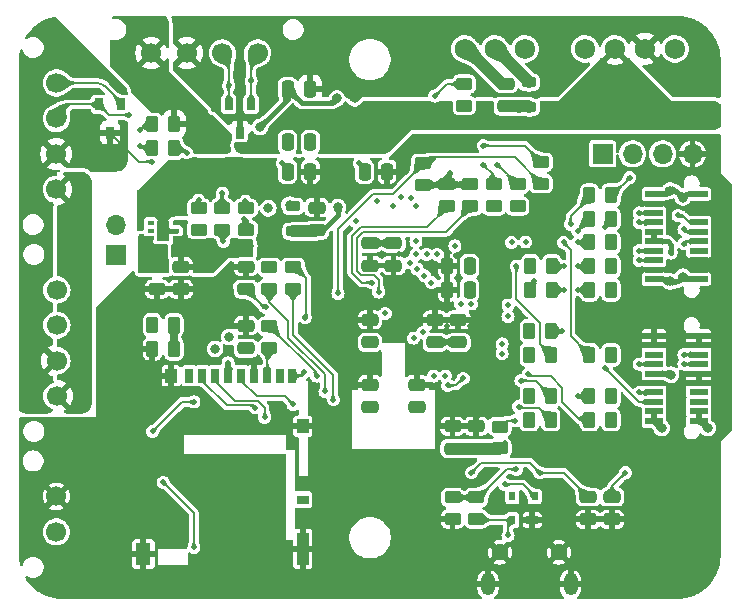
<source format=gbl>
%TF.GenerationSoftware,KiCad,Pcbnew,7.0.2*%
%TF.CreationDate,2023-11-21T14:40:01-06:00*%
%TF.ProjectId,LeaderSOM,4c656164-6572-4534-9f4d-2e6b69636164,rev?*%
%TF.SameCoordinates,Original*%
%TF.FileFunction,Copper,L4,Bot*%
%TF.FilePolarity,Positive*%
%FSLAX46Y46*%
G04 Gerber Fmt 4.6, Leading zero omitted, Abs format (unit mm)*
G04 Created by KiCad (PCBNEW 7.0.2) date 2023-11-21 14:40:01*
%MOMM*%
%LPD*%
G01*
G04 APERTURE LIST*
G04 Aperture macros list*
%AMRoundRect*
0 Rectangle with rounded corners*
0 $1 Rounding radius*
0 $2 $3 $4 $5 $6 $7 $8 $9 X,Y pos of 4 corners*
0 Add a 4 corners polygon primitive as box body*
4,1,4,$2,$3,$4,$5,$6,$7,$8,$9,$2,$3,0*
0 Add four circle primitives for the rounded corners*
1,1,$1+$1,$2,$3*
1,1,$1+$1,$4,$5*
1,1,$1+$1,$6,$7*
1,1,$1+$1,$8,$9*
0 Add four rect primitives between the rounded corners*
20,1,$1+$1,$2,$3,$4,$5,0*
20,1,$1+$1,$4,$5,$6,$7,0*
20,1,$1+$1,$6,$7,$8,$9,0*
20,1,$1+$1,$8,$9,$2,$3,0*%
%AMFreePoly0*
4,1,7,1.500000,0.866025,1.500000,-0.866025,0.000000,-1.732051,-1.500000,-0.866025,-1.500000,0.866025,0.000000,1.732051,1.500000,0.866025,1.500000,0.866025,$1*%
G04 Aperture macros list end*
%TA.AperFunction,ComponentPad*%
%ADD10R,1.700000X1.700000*%
%TD*%
%TA.AperFunction,ComponentPad*%
%ADD11O,1.700000X1.700000*%
%TD*%
%TA.AperFunction,ComponentPad*%
%ADD12C,1.700000*%
%TD*%
%TA.AperFunction,ComponentPad*%
%ADD13C,1.725000*%
%TD*%
%TA.AperFunction,ComponentPad*%
%ADD14O,1.200000X1.900000*%
%TD*%
%TA.AperFunction,ComponentPad*%
%ADD15C,1.450000*%
%TD*%
%TA.AperFunction,SMDPad,CuDef*%
%ADD16RoundRect,0.250000X-0.262500X-0.450000X0.262500X-0.450000X0.262500X0.450000X-0.262500X0.450000X0*%
%TD*%
%TA.AperFunction,SMDPad,CuDef*%
%ADD17RoundRect,0.250000X-0.475000X0.250000X-0.475000X-0.250000X0.475000X-0.250000X0.475000X0.250000X0*%
%TD*%
%TA.AperFunction,SMDPad,CuDef*%
%ADD18RoundRect,0.250000X0.262500X0.450000X-0.262500X0.450000X-0.262500X-0.450000X0.262500X-0.450000X0*%
%TD*%
%TA.AperFunction,SMDPad,CuDef*%
%ADD19RoundRect,0.250000X0.475000X-0.250000X0.475000X0.250000X-0.475000X0.250000X-0.475000X-0.250000X0*%
%TD*%
%TA.AperFunction,ConnectorPad*%
%ADD20FreePoly0,180.000000*%
%TD*%
%TA.AperFunction,SMDPad,CuDef*%
%ADD21R,0.700000X1.000000*%
%TD*%
%TA.AperFunction,SMDPad,CuDef*%
%ADD22RoundRect,0.250000X0.450000X-0.262500X0.450000X0.262500X-0.450000X0.262500X-0.450000X-0.262500X0*%
%TD*%
%TA.AperFunction,SMDPad,CuDef*%
%ADD23RoundRect,0.250000X-0.450000X0.262500X-0.450000X-0.262500X0.450000X-0.262500X0.450000X0.262500X0*%
%TD*%
%TA.AperFunction,SMDPad,CuDef*%
%ADD24RoundRect,0.250000X-0.250000X-0.475000X0.250000X-0.475000X0.250000X0.475000X-0.250000X0.475000X0*%
%TD*%
%TA.AperFunction,SMDPad,CuDef*%
%ADD25RoundRect,0.250000X0.250000X0.475000X-0.250000X0.475000X-0.250000X-0.475000X0.250000X-0.475000X0*%
%TD*%
%TA.AperFunction,SMDPad,CuDef*%
%ADD26RoundRect,0.218750X0.381250X-0.218750X0.381250X0.218750X-0.381250X0.218750X-0.381250X-0.218750X0*%
%TD*%
%TA.AperFunction,SMDPad,CuDef*%
%ADD27R,0.700000X1.200000*%
%TD*%
%TA.AperFunction,SMDPad,CuDef*%
%ADD28R,1.000000X0.800000*%
%TD*%
%TA.AperFunction,SMDPad,CuDef*%
%ADD29R,1.000000X2.800000*%
%TD*%
%TA.AperFunction,SMDPad,CuDef*%
%ADD30R,1.000000X1.200000*%
%TD*%
%TA.AperFunction,SMDPad,CuDef*%
%ADD31R,1.300000X1.900000*%
%TD*%
%TA.AperFunction,SMDPad,CuDef*%
%ADD32R,1.000000X0.700000*%
%TD*%
%TA.AperFunction,SMDPad,CuDef*%
%ADD33R,0.600000X0.700000*%
%TD*%
%TA.AperFunction,SMDPad,CuDef*%
%ADD34R,0.600000X0.350000*%
%TD*%
%TA.AperFunction,SMDPad,CuDef*%
%ADD35R,1.100000X1.700000*%
%TD*%
%TA.AperFunction,SMDPad,CuDef*%
%ADD36RoundRect,0.218750X-0.381250X0.218750X-0.381250X-0.218750X0.381250X-0.218750X0.381250X0.218750X0*%
%TD*%
%TA.AperFunction,SMDPad,CuDef*%
%ADD37R,1.500000X0.550000*%
%TD*%
%TA.AperFunction,ViaPad*%
%ADD38C,0.500000*%
%TD*%
%TA.AperFunction,ViaPad*%
%ADD39C,0.800000*%
%TD*%
%TA.AperFunction,Conductor*%
%ADD40C,0.400000*%
%TD*%
%TA.AperFunction,Conductor*%
%ADD41C,0.200000*%
%TD*%
%TA.AperFunction,Conductor*%
%ADD42C,1.000000*%
%TD*%
G04 APERTURE END LIST*
D10*
X139700000Y-61000000D03*
D11*
X142240000Y-61000000D03*
X144780000Y-61000000D03*
X147320000Y-61000000D03*
D12*
X93450000Y-93000000D03*
X93450000Y-90000000D03*
X101500000Y-52450000D03*
X104500000Y-52450000D03*
X107500000Y-52450000D03*
X110500000Y-52450000D03*
D10*
X98500000Y-69525000D03*
D11*
X98500000Y-66985000D03*
D12*
X93450000Y-64000000D03*
X93450000Y-61000000D03*
X93450000Y-58000000D03*
X93450000Y-55000000D03*
D13*
X128055000Y-52100000D03*
X130595000Y-52100000D03*
X133135000Y-52100000D03*
X138215000Y-52100000D03*
X140755000Y-52100000D03*
X143295000Y-52100000D03*
X145835000Y-52100000D03*
D14*
X130000000Y-97437500D03*
D15*
X131000000Y-94737500D03*
X136000000Y-94737500D03*
D14*
X137000000Y-97437500D03*
D12*
X93500000Y-81500000D03*
X93500000Y-78500000D03*
X93500000Y-75500000D03*
X93500000Y-72500000D03*
D16*
X138587500Y-78000000D03*
X140412500Y-78000000D03*
D17*
X122000000Y-68550000D03*
X122000000Y-70450000D03*
D18*
X135325000Y-76000000D03*
X133500000Y-76000000D03*
D19*
X127000000Y-85950000D03*
X127000000Y-84050000D03*
X129000001Y-85950000D03*
X129000001Y-84050000D03*
D17*
X120000000Y-68550000D03*
X120000000Y-70450000D03*
X138500000Y-90050000D03*
X138500000Y-91950000D03*
D18*
X135412500Y-70500000D03*
X133587500Y-70500000D03*
D16*
X138587500Y-64500000D03*
X140412500Y-64500000D03*
D19*
X125500000Y-76950000D03*
X125500000Y-75050000D03*
D20*
X106500000Y-74500000D03*
D17*
X102000000Y-70550000D03*
X102000000Y-72450000D03*
D16*
X101587500Y-75500000D03*
X103412500Y-75500000D03*
D21*
X97050000Y-56800000D03*
X98950000Y-56800000D03*
X98000000Y-59200000D03*
D22*
X131000000Y-85912500D03*
X131000000Y-84087500D03*
D19*
X131500000Y-56950000D03*
X131500000Y-55050000D03*
D23*
X132500000Y-63587500D03*
X132500000Y-65412500D03*
D17*
X104000000Y-70550000D03*
X104000000Y-72450000D03*
D19*
X120000000Y-76950000D03*
X120000000Y-75050000D03*
D16*
X138587500Y-72500000D03*
X140412500Y-72500000D03*
D18*
X135325000Y-81500000D03*
X133500000Y-81500000D03*
D24*
X113050000Y-55500000D03*
X114950000Y-55500000D03*
D22*
X128000000Y-56912500D03*
X128000000Y-55087500D03*
D24*
X113050000Y-60000000D03*
X114950000Y-60000000D03*
D16*
X138587500Y-83500000D03*
X140412500Y-83500000D03*
D23*
X111500000Y-70587500D03*
X111500000Y-72412500D03*
D22*
X134500000Y-63525000D03*
X134500000Y-61700000D03*
D18*
X135325000Y-78000000D03*
X133500000Y-78000000D03*
D25*
X128450000Y-70500000D03*
X126550000Y-70500000D03*
D17*
X140500000Y-90050000D03*
X140500000Y-91950000D03*
D16*
X138587500Y-81500000D03*
X140412500Y-81500000D03*
D26*
X133500000Y-57062500D03*
X133500000Y-54937500D03*
D27*
X104725000Y-79775000D03*
X105825000Y-79775000D03*
X106925000Y-79775000D03*
X108025000Y-79775000D03*
X109125000Y-79775000D03*
X110225000Y-79775000D03*
X111325000Y-79775000D03*
X112425000Y-79775000D03*
X113375000Y-79775000D03*
D28*
X114325000Y-90275000D03*
D29*
X114325000Y-94425000D03*
D30*
X114325000Y-84075000D03*
X103175000Y-79775000D03*
D31*
X100825000Y-94875000D03*
D32*
X133750000Y-92000000D03*
D33*
X132050000Y-92000000D03*
X132050000Y-90000000D03*
X133950000Y-90000000D03*
D23*
X128500000Y-63587500D03*
X128500000Y-65412500D03*
D16*
X138587500Y-68500000D03*
X140412500Y-68500000D03*
D23*
X129000000Y-90087500D03*
X129000000Y-91912500D03*
D16*
X138587500Y-66500000D03*
X140412500Y-66500000D03*
D23*
X126500000Y-63587500D03*
X126500000Y-65412500D03*
D19*
X109500000Y-77450000D03*
X109500000Y-75550000D03*
D34*
X101450000Y-68150000D03*
X101450000Y-67500000D03*
X101450000Y-66850000D03*
X103550000Y-66850000D03*
X103550000Y-67500000D03*
X103550000Y-68150000D03*
D35*
X102500000Y-67500000D03*
D25*
X128450000Y-72500000D03*
X126550000Y-72500000D03*
D19*
X127500000Y-76950000D03*
X127500000Y-75050000D03*
D36*
X113500000Y-65437500D03*
X113500000Y-67562500D03*
D24*
X113050000Y-62500000D03*
X114950000Y-62500000D03*
X119550000Y-62500000D03*
X121450000Y-62500000D03*
D23*
X127000000Y-90087500D03*
X127000000Y-91912500D03*
D18*
X103412500Y-58500000D03*
X101587500Y-58500000D03*
D16*
X138587500Y-70500000D03*
X140412500Y-70500000D03*
D19*
X115500000Y-67450000D03*
X115500000Y-65550000D03*
X124000000Y-82450000D03*
X124000000Y-80550000D03*
D18*
X135412500Y-72500000D03*
X133587500Y-72500000D03*
D37*
X144050000Y-76400000D03*
X147850000Y-76400000D03*
X144050000Y-77200000D03*
X147850000Y-77200000D03*
X144050000Y-78000000D03*
X147850000Y-78000000D03*
X144050000Y-78800000D03*
X147850000Y-78800000D03*
X144050000Y-79600000D03*
X147850000Y-79600000D03*
X144050000Y-80400000D03*
X147850000Y-80400000D03*
X144050000Y-81200000D03*
X147850000Y-81200000D03*
X144050000Y-82000000D03*
X147850000Y-82000000D03*
X144050000Y-82800000D03*
X147850000Y-82800000D03*
X144050000Y-83600000D03*
X147850000Y-83600000D03*
D23*
X113500000Y-70587500D03*
X113500000Y-72412500D03*
D22*
X130500000Y-65412500D03*
X130500000Y-63587500D03*
D18*
X135325000Y-83500000D03*
X133500000Y-83500000D03*
D22*
X124500000Y-63612500D03*
X124500000Y-61787500D03*
D18*
X103412501Y-77500000D03*
X101587501Y-77500000D03*
D22*
X107500000Y-67412500D03*
X107500000Y-65587500D03*
D23*
X111500000Y-75587500D03*
X111500000Y-77412500D03*
D19*
X120000000Y-82450000D03*
X120000000Y-80550000D03*
D21*
X108050000Y-56800000D03*
X109950000Y-56800000D03*
X109000000Y-59200000D03*
D37*
X144050000Y-64400000D03*
X147850000Y-64400000D03*
X144050000Y-65200000D03*
X147850000Y-65200000D03*
X144050000Y-66000000D03*
X147850000Y-66000000D03*
X144050000Y-66800000D03*
X147850000Y-66800000D03*
X144050000Y-67600000D03*
X147850000Y-67600000D03*
X144050000Y-68400000D03*
X147850000Y-68400000D03*
X144050000Y-69200000D03*
X147850000Y-69200000D03*
X144050000Y-70000000D03*
X147850000Y-70000000D03*
X144050000Y-70800000D03*
X147850000Y-70800000D03*
X144050000Y-71600000D03*
X147850000Y-71600000D03*
D16*
X101587500Y-60500000D03*
X103412500Y-60500000D03*
D22*
X105499999Y-67412500D03*
X105499999Y-65587500D03*
D19*
X109500000Y-72449999D03*
X109500000Y-70549999D03*
D22*
X109500001Y-67412500D03*
X109500001Y-65587500D03*
D38*
X101600000Y-84500000D03*
D39*
X146500000Y-64700000D03*
X145400000Y-64100000D03*
D38*
X107600000Y-68400000D03*
D39*
X106900000Y-77500000D03*
X108100000Y-76500000D03*
D38*
X109500000Y-77500000D03*
X105100000Y-82000000D03*
X117500000Y-85000000D03*
X136000000Y-92000000D03*
X129200000Y-83100000D03*
X128500000Y-75600000D03*
X120300000Y-74700000D03*
X127000000Y-91912500D03*
X106500000Y-74500000D03*
X100825000Y-94875000D03*
X145000000Y-95000000D03*
X125000000Y-95000000D03*
X116600000Y-63100000D03*
X111300000Y-68700000D03*
X140500000Y-91950000D03*
X101600000Y-81000000D03*
X97500000Y-85000000D03*
X126500000Y-75600000D03*
X112500000Y-95000000D03*
D39*
X101000000Y-92500000D03*
D38*
X102500000Y-66500000D03*
X122504121Y-69498894D03*
X103900000Y-84500000D03*
X127300000Y-69650500D03*
X116100000Y-82500000D03*
X137500000Y-85000000D03*
X123100000Y-62500000D03*
X111200000Y-74000000D03*
D39*
X132600000Y-57000000D03*
X111400000Y-65600000D03*
X146500000Y-71400000D03*
D38*
X109362500Y-66549500D03*
D39*
X145400000Y-71800000D03*
D38*
X108975000Y-72200000D03*
X101562500Y-61649500D03*
D39*
X114950000Y-60000000D03*
D38*
X109450000Y-65000000D03*
X119100000Y-61800000D03*
X101500000Y-68900000D03*
D39*
X113200000Y-65300000D03*
D38*
X145500000Y-69400000D03*
X120800000Y-68541518D03*
D39*
X148600000Y-84200000D03*
X144700000Y-84200000D03*
D38*
X112600000Y-61800000D03*
X128450000Y-70500000D03*
X126789000Y-62635000D03*
X131400000Y-85500000D03*
X105100000Y-67600000D03*
X100600000Y-68200000D03*
X108000000Y-78700000D03*
X120000000Y-76950000D03*
D39*
X109800000Y-68800000D03*
X117300000Y-65500000D03*
X145500000Y-79700000D03*
D38*
X126750000Y-76900000D03*
D39*
X106000000Y-59000000D03*
X117200000Y-56299500D03*
X110700000Y-58725000D03*
X118700000Y-56300000D03*
D38*
X106800000Y-57200000D03*
D39*
X113050000Y-60000000D03*
D38*
X100500000Y-60300000D03*
X128450000Y-72500000D03*
X120000000Y-82450000D03*
X124000000Y-82450000D03*
X141625000Y-88000000D03*
X123900000Y-68400000D03*
X131700000Y-74750000D03*
X110300000Y-82500000D03*
X134375000Y-88000000D03*
X128600000Y-88000000D03*
X113500000Y-82200000D03*
X116900000Y-81800000D03*
D39*
X110300000Y-60000000D03*
D38*
X114400000Y-79500000D03*
X121300000Y-74500000D03*
X142800000Y-66000000D03*
X130500000Y-65412500D03*
X142800000Y-66800000D03*
X132500000Y-65412500D03*
X116200000Y-81100000D03*
X111100000Y-83300000D03*
X146100000Y-66200000D03*
X122000000Y-65400000D03*
X115500000Y-79800000D03*
X131702707Y-73798652D03*
X131700000Y-93300000D03*
X132050000Y-90000000D03*
X131400000Y-88988556D03*
X133950000Y-90000000D03*
X107500000Y-64300000D03*
X105100000Y-94300000D03*
X102500000Y-88800000D03*
X100500000Y-59000000D03*
X129600000Y-60300000D03*
X129600000Y-61900000D03*
X130800000Y-61900000D03*
X118800000Y-66700000D03*
X120600000Y-65000000D03*
X146600000Y-67400000D03*
X122650000Y-64650000D03*
X99600000Y-57700000D03*
X98950000Y-56800000D03*
X123500000Y-64700000D03*
X146600000Y-68600000D03*
X128500000Y-65549500D03*
X120749076Y-72701931D03*
X142800000Y-69200000D03*
X147850000Y-69200000D03*
X123900000Y-65400000D03*
X144050000Y-78000000D03*
X126400000Y-79800000D03*
X146600000Y-78000000D03*
X131200000Y-77100000D03*
X142800000Y-78800000D03*
X124500000Y-76100000D03*
X131200000Y-77900000D03*
X146600000Y-78800000D03*
X142800000Y-81200000D03*
X125400000Y-79800000D03*
X147850000Y-81200000D03*
X132000000Y-68500000D03*
X139950000Y-79150000D03*
X123700000Y-76600000D03*
X147850000Y-82000000D03*
X133200000Y-68449500D03*
X140412500Y-83500000D03*
X140412500Y-81500000D03*
X140412500Y-78000000D03*
X142800000Y-70000000D03*
X120200000Y-71900000D03*
X126500000Y-65549500D03*
X125500000Y-56100000D03*
X108050000Y-55200000D03*
X109950000Y-54800000D03*
X128000000Y-56912500D03*
X133400000Y-79650500D03*
X137600000Y-81500000D03*
X136400000Y-68500000D03*
X127200000Y-68800000D03*
X136300000Y-76000000D03*
X132400000Y-70500000D03*
X132800000Y-80200000D03*
X132600000Y-82400000D03*
X124000000Y-70750500D03*
X137600000Y-72500000D03*
X137600000Y-70500000D03*
X123400000Y-70200000D03*
X137600000Y-68500000D03*
X125700000Y-69500000D03*
X123900000Y-69500000D03*
X137000000Y-66950500D03*
X124800000Y-69500000D03*
X137600000Y-67500000D03*
X124600000Y-71300000D03*
X136400000Y-70500000D03*
X136400000Y-72500000D03*
X125200000Y-71900000D03*
X101587500Y-75500000D03*
X132400000Y-87700000D03*
X132300000Y-83600000D03*
X133500000Y-76000000D03*
X133500000Y-78000000D03*
X133700000Y-81900000D03*
X133500000Y-83500000D03*
X140412500Y-72500000D03*
X140412500Y-70500000D03*
X140412500Y-68500000D03*
X142000000Y-63000000D03*
X139900000Y-67200000D03*
X133587500Y-70500000D03*
X133904614Y-71800000D03*
X127700000Y-73700000D03*
X114514666Y-74873019D03*
X128600000Y-73700000D03*
X111500000Y-70600000D03*
X117300000Y-72800000D03*
X127900000Y-80000000D03*
X126600000Y-80600000D03*
X105500000Y-64900000D03*
X104500000Y-60900000D03*
D40*
X145900000Y-64100000D02*
X146500000Y-64700000D01*
D41*
X107500000Y-68300000D02*
X107600000Y-68400000D01*
D40*
X146800000Y-64400000D02*
X146500000Y-64700000D01*
D41*
X107500000Y-67412500D02*
X107500000Y-68300000D01*
D40*
X144050000Y-64400000D02*
X145100000Y-64400000D01*
D41*
X101600000Y-84500000D02*
X104100000Y-82000000D01*
D40*
X145100000Y-64400000D02*
X145400000Y-64100000D01*
X145400000Y-64100000D02*
X145900000Y-64100000D01*
D41*
X104100000Y-82000000D02*
X105100000Y-82000000D01*
D40*
X147850000Y-64400000D02*
X146800000Y-64400000D01*
D42*
X131150000Y-55050000D02*
X131500000Y-55050000D01*
X128055000Y-52100000D02*
X128200000Y-52100000D01*
D40*
X103550000Y-67500000D02*
X102500000Y-67500000D01*
D42*
X128200000Y-52100000D02*
X131150000Y-55050000D01*
D40*
X145200000Y-71600000D02*
X144050000Y-71600000D01*
D41*
X109500000Y-72449999D02*
X109224999Y-72449999D01*
D40*
X146700000Y-71600000D02*
X147850000Y-71600000D01*
D41*
X111200000Y-74000000D02*
X111050001Y-74000000D01*
D42*
X132650000Y-56950000D02*
X133387500Y-56950000D01*
D40*
X145400000Y-71800000D02*
X146100000Y-71800000D01*
X109500001Y-66687001D02*
X109500001Y-67412500D01*
X109362500Y-66549500D02*
X109500001Y-66687001D01*
X145400000Y-71800000D02*
X145200000Y-71600000D01*
D41*
X109224999Y-72449999D02*
X108975000Y-72200000D01*
D40*
X146100000Y-71800000D02*
X146500000Y-71400000D01*
D42*
X133387500Y-56950000D02*
X133500000Y-57062500D01*
X132550000Y-56950000D02*
X132600000Y-57000000D01*
D41*
X111050001Y-74000000D02*
X109500000Y-72449999D01*
D42*
X132600000Y-57000000D02*
X132650000Y-56950000D01*
D40*
X146500000Y-71400000D02*
X146700000Y-71600000D01*
D42*
X131500000Y-56950000D02*
X132550000Y-56950000D01*
D41*
X100449500Y-61649500D02*
X101562500Y-61649500D01*
X98000000Y-59200000D02*
X100449500Y-61649500D01*
D40*
X109500001Y-65587500D02*
X109500001Y-65050001D01*
X109500001Y-65050001D02*
X109450000Y-65000000D01*
X121991518Y-68541518D02*
X122000000Y-68550000D01*
X144050000Y-82800000D02*
X144050000Y-83600000D01*
X148000000Y-83600000D02*
X148600000Y-84200000D01*
X120800000Y-68541518D02*
X120008482Y-68541518D01*
X144050000Y-67600000D02*
X144050000Y-68400000D01*
D42*
X129000001Y-85950000D02*
X130962500Y-85950000D01*
D40*
X144700000Y-84200000D02*
X144650000Y-84200000D01*
X126500000Y-62924000D02*
X126789000Y-62635000D01*
X145200000Y-68400000D02*
X145500000Y-68700000D01*
X144050000Y-68400000D02*
X145200000Y-68400000D01*
D42*
X130962500Y-85950000D02*
X131000000Y-85912500D01*
D40*
X124500000Y-63612500D02*
X126475000Y-63612500D01*
X108025000Y-78725000D02*
X108000000Y-78700000D01*
X147850000Y-83600000D02*
X148000000Y-83600000D01*
X144650000Y-84200000D02*
X144050000Y-83600000D01*
X145500000Y-68700000D02*
X145500000Y-69400000D01*
X126500000Y-63587500D02*
X128500000Y-63587500D01*
D42*
X127000000Y-85950000D02*
X129000001Y-85950000D01*
D40*
X147850000Y-82800000D02*
X147850000Y-83600000D01*
X120008482Y-68541518D02*
X120000000Y-68550000D01*
X108025000Y-79775000D02*
X108025000Y-78725000D01*
X126500000Y-63587500D02*
X126500000Y-62924000D01*
X126475000Y-63612500D02*
X126500000Y-63587500D01*
X120800000Y-68541518D02*
X121991518Y-68541518D01*
X117300000Y-65500000D02*
X117300000Y-66200000D01*
X145400000Y-79600000D02*
X145500000Y-79700000D01*
X125550000Y-76900000D02*
X125500000Y-76950000D01*
D42*
X113500000Y-67562500D02*
X115387500Y-67562500D01*
D40*
X126750000Y-76900000D02*
X127450000Y-76900000D01*
X144050000Y-79600000D02*
X145400000Y-79600000D01*
D42*
X115387500Y-67562500D02*
X115500000Y-67450000D01*
D40*
X127450000Y-76900000D02*
X127500000Y-76950000D01*
X116050000Y-67450000D02*
X115500000Y-67450000D01*
X117300000Y-66200000D02*
X116050000Y-67450000D01*
X126750000Y-76900000D02*
X125550000Y-76900000D01*
X116799500Y-56700000D02*
X114250000Y-56700000D01*
X113050000Y-56350000D02*
X113050000Y-55500000D01*
X117200000Y-56299500D02*
X116799500Y-56700000D01*
X114250000Y-56700000D02*
X113050000Y-55500000D01*
X110700000Y-58725000D02*
X110700000Y-58700000D01*
X110700000Y-58700000D02*
X113050000Y-56350000D01*
D41*
X100500000Y-60300000D02*
X100700000Y-60500000D01*
X100700000Y-60500000D02*
X101587500Y-60500000D01*
X140500000Y-90050000D02*
X140500000Y-89125000D01*
X140500000Y-89125000D02*
X141625000Y-88000000D01*
X107900000Y-82300000D02*
X105825000Y-80225000D01*
X110300000Y-82500000D02*
X110100000Y-82300000D01*
X110100000Y-82300000D02*
X107900000Y-82300000D01*
X105825000Y-80225000D02*
X105825000Y-79775000D01*
X136450000Y-88000000D02*
X134375000Y-88000000D01*
X128600000Y-88000000D02*
X129450000Y-87150000D01*
X138500000Y-90050000D02*
X136450000Y-88000000D01*
X129450000Y-87150000D02*
X133525000Y-87150000D01*
X133525000Y-87150000D02*
X134375000Y-88000000D01*
X116900000Y-81800000D02*
X116900000Y-79700000D01*
X110425000Y-81500000D02*
X109125000Y-80200000D01*
X109125000Y-80200000D02*
X109125000Y-79775000D01*
X113500000Y-82200000D02*
X112800000Y-81500000D01*
X113500000Y-76300000D02*
X113500000Y-72412500D01*
X116900000Y-79700000D02*
X113500000Y-76300000D01*
X112800000Y-81500000D02*
X110425000Y-81500000D01*
X114125000Y-79775000D02*
X113375000Y-79775000D01*
X114400000Y-79500000D02*
X114125000Y-79775000D01*
X142800000Y-66000000D02*
X144050000Y-66000000D01*
X142800000Y-66800000D02*
X144050000Y-66800000D01*
X111100000Y-82500000D02*
X110500000Y-81900000D01*
X110500000Y-81900000D02*
X108600000Y-81900000D01*
X113100000Y-75122182D02*
X113100000Y-76550000D01*
X111500000Y-72412500D02*
X111500000Y-73522182D01*
X116200000Y-79650000D02*
X116200000Y-81100000D01*
X108600000Y-81900000D02*
X106925000Y-80225000D01*
X106925000Y-80225000D02*
X106925000Y-79775000D01*
X113100000Y-76550000D02*
X116200000Y-79650000D01*
X111500000Y-73522182D02*
X113100000Y-75122182D01*
X111100000Y-83300000D02*
X111100000Y-82500000D01*
X146425000Y-66200000D02*
X147025000Y-66800000D01*
X146100000Y-66200000D02*
X146425000Y-66200000D01*
X147025000Y-66800000D02*
X147850000Y-66800000D01*
X115500000Y-79587500D02*
X111500000Y-75587500D01*
X115500000Y-79800000D02*
X115500000Y-79587500D01*
X131700000Y-93300000D02*
X131700000Y-92350000D01*
X132050000Y-92000000D02*
X129087500Y-92000000D01*
X129087500Y-92000000D02*
X129000000Y-91912500D01*
X131700000Y-92350000D02*
X132050000Y-92000000D01*
X132938556Y-88988556D02*
X133950000Y-90000000D01*
X131400000Y-88988556D02*
X132938556Y-88988556D01*
X107500000Y-64300000D02*
X107500000Y-65587500D01*
X102500000Y-88800000D02*
X105100000Y-91400000D01*
X105100000Y-91400000D02*
X105100000Y-94300000D01*
X100500000Y-59000000D02*
X101000000Y-58500000D01*
X101000000Y-58500000D02*
X101587500Y-58500000D01*
X133100000Y-60300000D02*
X134500000Y-61700000D01*
X129600000Y-60300000D02*
X133100000Y-60300000D01*
X130500000Y-62800000D02*
X130500000Y-63587500D01*
X129600000Y-61900000D02*
X130500000Y-62800000D01*
X130812500Y-61900000D02*
X132500000Y-63587500D01*
X130800000Y-61900000D02*
X130812500Y-61900000D01*
X111325000Y-77587500D02*
X111500000Y-77412500D01*
X111325000Y-79775000D02*
X111325000Y-77587500D01*
X146800000Y-67600000D02*
X147850000Y-67600000D01*
X146600000Y-67400000D02*
X146800000Y-67600000D01*
X97950000Y-57700000D02*
X97050000Y-56800000D01*
X94650000Y-56800000D02*
X97050000Y-56800000D01*
X99000000Y-57700000D02*
X97950000Y-57700000D01*
X99600000Y-57700000D02*
X99000000Y-57700000D01*
X93450000Y-58000000D02*
X94650000Y-56800000D01*
X96885786Y-55000000D02*
X93450000Y-55000000D01*
X99025000Y-56725000D02*
X97592893Y-55292893D01*
X97592900Y-55292886D02*
G75*
G03*
X96885786Y-55000000I-707100J-707114D01*
G01*
X146600000Y-68600000D02*
X146800000Y-68400000D01*
X146800000Y-68400000D02*
X147850000Y-68400000D01*
X120750000Y-71650000D02*
X120750000Y-72701007D01*
X128500000Y-65549500D02*
X126449500Y-67600000D01*
X119250000Y-71250000D02*
X120350000Y-71250000D01*
X120350000Y-71250000D02*
X120750000Y-71650000D01*
X142800000Y-69200000D02*
X144050000Y-69200000D01*
X119447183Y-67600000D02*
X118900000Y-68147183D01*
X120750000Y-72701007D02*
X120749076Y-72701931D01*
X118900000Y-68147183D02*
X118900000Y-70900000D01*
X126449500Y-67600000D02*
X119447183Y-67600000D01*
X118900000Y-70900000D02*
X119250000Y-71250000D01*
X146600000Y-78000000D02*
X147850000Y-78000000D01*
X142800000Y-78800000D02*
X144050000Y-78800000D01*
X146600000Y-78800000D02*
X147850000Y-78800000D01*
X142800000Y-81200000D02*
X144050000Y-81200000D01*
X142800000Y-82000000D02*
X144050000Y-82000000D01*
X139950000Y-79150000D02*
X142800000Y-82000000D01*
X118500000Y-67981497D02*
X119281497Y-67200000D01*
X119281497Y-67200000D02*
X124849500Y-67200000D01*
X142800000Y-70000000D02*
X144050000Y-70000000D01*
X118500000Y-71100000D02*
X118500000Y-67981497D01*
X119300000Y-71900000D02*
X118500000Y-71100000D01*
X120200000Y-71900000D02*
X119300000Y-71900000D01*
X124849500Y-67200000D02*
X126500000Y-65549500D01*
X107500000Y-52450000D02*
X108050000Y-53000000D01*
X108050000Y-54200000D02*
X108050000Y-55300000D01*
X108050000Y-53000000D02*
X108050000Y-54200000D01*
X126512500Y-55087500D02*
X128000000Y-55087500D01*
X125500000Y-56100000D02*
X126512500Y-55087500D01*
X108050000Y-55300000D02*
X108050000Y-56800000D01*
X108050000Y-55200000D02*
X108050000Y-54200000D01*
X109950000Y-53000000D02*
X110500000Y-52450000D01*
X109950000Y-54800000D02*
X109950000Y-53700000D01*
X109950000Y-53700000D02*
X109950000Y-53000000D01*
X109950000Y-56800000D02*
X109950000Y-55500000D01*
X109950000Y-55500000D02*
X109950000Y-53700000D01*
D42*
X130662500Y-52100000D02*
X133500000Y-54937500D01*
X130595000Y-52100000D02*
X130662500Y-52100000D01*
D41*
X137800000Y-83500000D02*
X138587500Y-83500000D01*
X136300000Y-82000000D02*
X137800000Y-83500000D01*
X133549500Y-79800000D02*
X135300000Y-79800000D01*
X135300000Y-79800000D02*
X136300000Y-80800000D01*
X133400000Y-79650500D02*
X133549500Y-79800000D01*
X136300000Y-80800000D02*
X136300000Y-82000000D01*
X138587500Y-81500000D02*
X137600000Y-81500000D01*
X137000000Y-69100000D02*
X137000000Y-76412500D01*
X137000000Y-76412500D02*
X138587500Y-78000000D01*
X136400000Y-68500000D02*
X137000000Y-69100000D01*
X135325000Y-76000000D02*
X136300000Y-76000000D01*
X132400000Y-70500000D02*
X132400000Y-73300000D01*
X134400000Y-77075000D02*
X135325000Y-78000000D01*
X134400000Y-75300000D02*
X134400000Y-77075000D01*
X132400000Y-73300000D02*
X134400000Y-75300000D01*
X134025000Y-80200000D02*
X135325000Y-81500000D01*
X132800000Y-80200000D02*
X134025000Y-80200000D01*
X132700000Y-82500000D02*
X134325000Y-82500000D01*
X132600000Y-82400000D02*
X132700000Y-82500000D01*
X134325000Y-82500000D02*
X135325000Y-83500000D01*
X138587500Y-72500000D02*
X137600000Y-72500000D01*
X138587500Y-70500000D02*
X137600000Y-70500000D01*
X138587500Y-68500000D02*
X137600000Y-68500000D01*
X137000000Y-66300000D02*
X138587500Y-64712500D01*
X138587500Y-64712500D02*
X138587500Y-64500000D01*
X137000000Y-66950500D02*
X137000000Y-66300000D01*
X137600000Y-67500000D02*
X138587500Y-66512500D01*
X138587500Y-66512500D02*
X138587500Y-66500000D01*
X135412500Y-70500000D02*
X136400000Y-70500000D01*
X135412500Y-72500000D02*
X136400000Y-72500000D01*
X131600000Y-87700000D02*
X129212500Y-90087500D01*
X127000000Y-90087500D02*
X129000000Y-90087500D01*
X132400000Y-87700000D02*
X131600000Y-87700000D01*
X129212500Y-90087500D02*
X129000000Y-90087500D01*
X132300000Y-83600000D02*
X131487500Y-83600000D01*
X131487500Y-83600000D02*
X131000000Y-84087500D01*
X133700000Y-81900000D02*
X133700000Y-81700000D01*
X133700000Y-81700000D02*
X133500000Y-81500000D01*
D40*
X103412500Y-77499999D02*
X103412501Y-77500000D01*
X103412500Y-75500000D02*
X103412500Y-77499999D01*
D41*
X140500000Y-64500000D02*
X140412500Y-64500000D01*
X142000000Y-63000000D02*
X140500000Y-64500000D01*
X139900000Y-67012500D02*
X140412500Y-66500000D01*
X139900000Y-67200000D02*
X139900000Y-67012500D01*
X133904614Y-71800000D02*
X133904614Y-72182886D01*
X133904614Y-72182886D02*
X133587500Y-72500000D01*
X114600000Y-71500000D02*
X114600000Y-74787685D01*
X113500000Y-70587500D02*
X113687500Y-70587500D01*
X114600000Y-74787685D02*
X114514666Y-74873019D01*
X113687500Y-70587500D02*
X114600000Y-71500000D01*
X111500000Y-70587500D02*
X111500000Y-70600000D01*
X124987500Y-61300000D02*
X132275000Y-61300000D01*
X121977818Y-64400000D02*
X120300000Y-64400000D01*
X132275000Y-61300000D02*
X134500000Y-63525000D01*
X124500000Y-61787500D02*
X124500000Y-61877818D01*
X117300000Y-67400000D02*
X117300000Y-72800000D01*
X120300000Y-64400000D02*
X117300000Y-67400000D01*
X124500000Y-61877818D02*
X121977818Y-64400000D01*
X124500000Y-61787500D02*
X124987500Y-61300000D01*
X127300000Y-80600000D02*
X127900000Y-80000000D01*
X126600000Y-80600000D02*
X127300000Y-80600000D01*
X105499999Y-64900001D02*
X105499999Y-65587500D01*
X105500000Y-64900000D02*
X105499999Y-64900001D01*
X104500000Y-60900000D02*
X104100000Y-60500000D01*
X104100000Y-60500000D02*
X103412500Y-60500000D01*
%TA.AperFunction,Conductor*%
G36*
X149642539Y-59319685D02*
G01*
X149688294Y-59372489D01*
X149699500Y-59424000D01*
X149699500Y-62430756D01*
X149696756Y-62447577D01*
X149697226Y-62457765D01*
X149697227Y-62457765D01*
X149698690Y-62489423D01*
X149699368Y-62504078D01*
X149699500Y-62509804D01*
X149699500Y-62528818D01*
X149701181Y-62543307D01*
X149702415Y-62569993D01*
X149705213Y-62576330D01*
X149713666Y-62603626D01*
X149714938Y-62610434D01*
X149728997Y-62633140D01*
X149737002Y-62648327D01*
X149747792Y-62672763D01*
X149752688Y-62677659D01*
X149770434Y-62700063D01*
X149771560Y-62701880D01*
X149774081Y-62705952D01*
X149795396Y-62722048D01*
X149808351Y-62733322D01*
X150663181Y-63588152D01*
X150696666Y-63649475D01*
X150699500Y-63675833D01*
X150699500Y-84324166D01*
X150679815Y-84391205D01*
X150663181Y-84411847D01*
X149836475Y-85238552D01*
X149822639Y-85248508D01*
X149784523Y-85290318D01*
X149780573Y-85294454D01*
X149767141Y-85307886D01*
X149758087Y-85319317D01*
X149740083Y-85339067D01*
X149737578Y-85345534D01*
X149724259Y-85370802D01*
X149720343Y-85376518D01*
X149714228Y-85402517D01*
X149709151Y-85418913D01*
X149699500Y-85443826D01*
X149699500Y-85450752D01*
X149696206Y-85479142D01*
X149694621Y-85485880D01*
X149698311Y-85512333D01*
X149699500Y-85529464D01*
X149699500Y-94996948D01*
X149699351Y-95003033D01*
X149681984Y-95356531D01*
X149680791Y-95368640D01*
X149629308Y-95715712D01*
X149626934Y-95727648D01*
X149541680Y-96068001D01*
X149538147Y-96079646D01*
X149419945Y-96409996D01*
X149415289Y-96421237D01*
X149265270Y-96738429D01*
X149259533Y-96749162D01*
X149079156Y-97050102D01*
X149072396Y-97060220D01*
X148863377Y-97342049D01*
X148855657Y-97351455D01*
X148620033Y-97611428D01*
X148611428Y-97620033D01*
X148351455Y-97855657D01*
X148342049Y-97863377D01*
X148060220Y-98072396D01*
X148050102Y-98079156D01*
X147749162Y-98259533D01*
X147738429Y-98265270D01*
X147421237Y-98415289D01*
X147409996Y-98419945D01*
X147079646Y-98538147D01*
X147068001Y-98541680D01*
X146727648Y-98626934D01*
X146715712Y-98629308D01*
X146368640Y-98680791D01*
X146356531Y-98681984D01*
X146023016Y-98698369D01*
X146003031Y-98699351D01*
X145996949Y-98699500D01*
X137657543Y-98699500D01*
X137590504Y-98679815D01*
X137544749Y-98627011D01*
X137534805Y-98557853D01*
X137563830Y-98494297D01*
X137584658Y-98475182D01*
X137605533Y-98460015D01*
X137732126Y-98319420D01*
X137826719Y-98155579D01*
X137885181Y-97975652D01*
X137899661Y-97837883D01*
X137900000Y-97831422D01*
X137900000Y-97687500D01*
X137300000Y-97687500D01*
X137300000Y-97187500D01*
X137900000Y-97187500D01*
X137900000Y-97043577D01*
X137899661Y-97037116D01*
X137885181Y-96899347D01*
X137826719Y-96719420D01*
X137732126Y-96555579D01*
X137605532Y-96414984D01*
X137452482Y-96303785D01*
X137279646Y-96226835D01*
X137250000Y-96220533D01*
X137250000Y-96921389D01*
X137225543Y-96881890D01*
X137136038Y-96814299D01*
X137028160Y-96783605D01*
X136916479Y-96793954D01*
X136816078Y-96843948D01*
X136750000Y-96916430D01*
X136750000Y-96220533D01*
X136720353Y-96226835D01*
X136547521Y-96303783D01*
X136394464Y-96414986D01*
X136267873Y-96555579D01*
X136173280Y-96719420D01*
X136114818Y-96899347D01*
X136100338Y-97037116D01*
X136100000Y-97043577D01*
X136100000Y-97187500D01*
X136700000Y-97187500D01*
X136700000Y-97687500D01*
X136100000Y-97687500D01*
X136100000Y-97831422D01*
X136100338Y-97837883D01*
X136114818Y-97975652D01*
X136173280Y-98155579D01*
X136267873Y-98319420D01*
X136394464Y-98460012D01*
X136415344Y-98475182D01*
X136458009Y-98530513D01*
X136463988Y-98600126D01*
X136431382Y-98661921D01*
X136370543Y-98696278D01*
X136342458Y-98699500D01*
X130657543Y-98699500D01*
X130590504Y-98679815D01*
X130544749Y-98627011D01*
X130534805Y-98557853D01*
X130563830Y-98494297D01*
X130584658Y-98475182D01*
X130605533Y-98460015D01*
X130732126Y-98319420D01*
X130826719Y-98155579D01*
X130885181Y-97975652D01*
X130899661Y-97837883D01*
X130900000Y-97831422D01*
X130900000Y-97687500D01*
X130300000Y-97687500D01*
X130300000Y-97187500D01*
X130899999Y-97187500D01*
X130900000Y-97043577D01*
X130899661Y-97037116D01*
X130885181Y-96899347D01*
X130826719Y-96719420D01*
X130732126Y-96555579D01*
X130605532Y-96414984D01*
X130452482Y-96303785D01*
X130279646Y-96226835D01*
X130250000Y-96220533D01*
X130250000Y-96921389D01*
X130225543Y-96881890D01*
X130136038Y-96814299D01*
X130028160Y-96783605D01*
X129916479Y-96793954D01*
X129816078Y-96843948D01*
X129749998Y-96916431D01*
X129749999Y-96220533D01*
X129720353Y-96226835D01*
X129547521Y-96303783D01*
X129394464Y-96414986D01*
X129267873Y-96555579D01*
X129173280Y-96719420D01*
X129114818Y-96899347D01*
X129100338Y-97037116D01*
X129100000Y-97043577D01*
X129100000Y-97187500D01*
X129700000Y-97187500D01*
X129700000Y-97687500D01*
X129100000Y-97687500D01*
X129100000Y-97831422D01*
X129100338Y-97837883D01*
X129114818Y-97975652D01*
X129173280Y-98155579D01*
X129267873Y-98319420D01*
X129394464Y-98460012D01*
X129415344Y-98475182D01*
X129458009Y-98530513D01*
X129463988Y-98600126D01*
X129431382Y-98661921D01*
X129370543Y-98696278D01*
X129342458Y-98699500D01*
X94003051Y-98699500D01*
X93996968Y-98699351D01*
X93975811Y-98698311D01*
X93643468Y-98681984D01*
X93631359Y-98680791D01*
X93284287Y-98629308D01*
X93272351Y-98626934D01*
X92931998Y-98541680D01*
X92920353Y-98538147D01*
X92590003Y-98419945D01*
X92578762Y-98415289D01*
X92261570Y-98265270D01*
X92250842Y-98259535D01*
X91949897Y-98079156D01*
X91939779Y-98072396D01*
X91657950Y-97863377D01*
X91648544Y-97855657D01*
X91463010Y-97687500D01*
X91388563Y-97620025D01*
X91379974Y-97611436D01*
X91144342Y-97351455D01*
X91136622Y-97342049D01*
X90927601Y-97060217D01*
X90920843Y-97050102D01*
X90913059Y-97037116D01*
X90844530Y-96922782D01*
X90826949Y-96855161D01*
X90848718Y-96788769D01*
X90902926Y-96744686D01*
X90972361Y-96736907D01*
X91012889Y-96751647D01*
X91126214Y-96817075D01*
X91208922Y-96843948D01*
X91304044Y-96874855D01*
X91443380Y-96889500D01*
X91446622Y-96889500D01*
X91533378Y-96889500D01*
X91536620Y-96889500D01*
X91675956Y-96874855D01*
X91853785Y-96817075D01*
X92015715Y-96723585D01*
X92154669Y-96598470D01*
X92264573Y-96447200D01*
X92340625Y-96276385D01*
X92379500Y-96093490D01*
X92379500Y-95906510D01*
X92379500Y-95906508D01*
X92340626Y-95723617D01*
X92264572Y-95552797D01*
X92154670Y-95401530D01*
X92015715Y-95276414D01*
X91853785Y-95182924D01*
X91675957Y-95125145D01*
X91674577Y-95125000D01*
X99875001Y-95125000D01*
X99875001Y-95866213D01*
X99875412Y-95873335D01*
X99877910Y-95894876D01*
X99923213Y-95997479D01*
X100002519Y-96076785D01*
X100105125Y-96122090D01*
X100126659Y-96124588D01*
X100133780Y-96124999D01*
X100574999Y-96124999D01*
X100575000Y-96124998D01*
X100575000Y-95125000D01*
X101075000Y-95125000D01*
X101075000Y-96124999D01*
X101516214Y-96124999D01*
X101523335Y-96124587D01*
X101544876Y-96122089D01*
X101647479Y-96076786D01*
X101726785Y-95997480D01*
X101772090Y-95894874D01*
X101774588Y-95873340D01*
X101775000Y-95866219D01*
X101775000Y-95125000D01*
X101075000Y-95125000D01*
X100575000Y-95125000D01*
X99875001Y-95125000D01*
X91674577Y-95125000D01*
X91539840Y-95110838D01*
X91539831Y-95110837D01*
X91536620Y-95110500D01*
X91443380Y-95110500D01*
X91440169Y-95110837D01*
X91440159Y-95110838D01*
X91304042Y-95125145D01*
X91126214Y-95182924D01*
X90964284Y-95276414D01*
X90825329Y-95401530D01*
X90715427Y-95552797D01*
X90639374Y-95723616D01*
X90628056Y-95776863D01*
X90594863Y-95838344D01*
X90533700Y-95872121D01*
X90463985Y-95867468D01*
X90407853Y-95825863D01*
X90386482Y-95781211D01*
X90385393Y-95776863D01*
X90373062Y-95727635D01*
X90370691Y-95715712D01*
X90319208Y-95368640D01*
X90318015Y-95356531D01*
X90314079Y-95276414D01*
X90300647Y-95002992D01*
X90300500Y-94996985D01*
X90300500Y-94952405D01*
X90300500Y-94952404D01*
X90300500Y-94625000D01*
X99875000Y-94625000D01*
X100575000Y-94625000D01*
X100575000Y-93625000D01*
X101075000Y-93625000D01*
X101075000Y-94625000D01*
X101774999Y-94625000D01*
X101774999Y-93883786D01*
X101774587Y-93876664D01*
X101772089Y-93855123D01*
X101726786Y-93752520D01*
X101647480Y-93673214D01*
X101544874Y-93627909D01*
X101523340Y-93625411D01*
X101516219Y-93625000D01*
X101075000Y-93625000D01*
X100575000Y-93625000D01*
X100133786Y-93625000D01*
X100126664Y-93625412D01*
X100105123Y-93627910D01*
X100002520Y-93673213D01*
X99923214Y-93752519D01*
X99877909Y-93855125D01*
X99875411Y-93876659D01*
X99875000Y-93883780D01*
X99875000Y-94625000D01*
X90300500Y-94625000D01*
X90300500Y-92999999D01*
X92294571Y-92999999D01*
X92314243Y-93212310D01*
X92372595Y-93417390D01*
X92467631Y-93608252D01*
X92596126Y-93778405D01*
X92596128Y-93778407D01*
X92753698Y-93922052D01*
X92934981Y-94034298D01*
X93133802Y-94111321D01*
X93343390Y-94150500D01*
X93343392Y-94150500D01*
X93556608Y-94150500D01*
X93556610Y-94150500D01*
X93766198Y-94111321D01*
X93965019Y-94034298D01*
X94146302Y-93922052D01*
X94303872Y-93778407D01*
X94432366Y-93608255D01*
X94432366Y-93608253D01*
X94432368Y-93608252D01*
X94514299Y-93443709D01*
X94527405Y-93417389D01*
X94585756Y-93212310D01*
X94605429Y-93000000D01*
X94587578Y-92807362D01*
X94585756Y-92787689D01*
X94554641Y-92678333D01*
X94527405Y-92582611D01*
X94512248Y-92552171D01*
X94432368Y-92391747D01*
X94303873Y-92221594D01*
X94300042Y-92218102D01*
X94146302Y-92077948D01*
X94146301Y-92077947D01*
X93965017Y-91965701D01*
X93766198Y-91888679D01*
X93556610Y-91849500D01*
X93343390Y-91849500D01*
X93203664Y-91875619D01*
X93133801Y-91888679D01*
X92934982Y-91965701D01*
X92753698Y-92077947D01*
X92596126Y-92221594D01*
X92467631Y-92391747D01*
X92372595Y-92582609D01*
X92314243Y-92787689D01*
X92294571Y-92999999D01*
X90300500Y-92999999D01*
X90300499Y-90000000D01*
X92295073Y-90000000D01*
X92314737Y-90212219D01*
X92373062Y-90417208D01*
X92468060Y-90607990D01*
X92476834Y-90619609D01*
X92476835Y-90619609D01*
X92958866Y-90137579D01*
X92981318Y-90214040D01*
X93060605Y-90337413D01*
X93171438Y-90433451D01*
X93304839Y-90494373D01*
X93308633Y-90494918D01*
X92832991Y-90970560D01*
X92832992Y-90970561D01*
X92935201Y-91033846D01*
X93133939Y-91110837D01*
X93343439Y-91150000D01*
X93556561Y-91150000D01*
X93766060Y-91110837D01*
X93964795Y-91033847D01*
X94067007Y-90970560D01*
X93591366Y-90494918D01*
X93595161Y-90494373D01*
X93728562Y-90433451D01*
X93839395Y-90337413D01*
X93918682Y-90214040D01*
X93941133Y-90137580D01*
X94423163Y-90619610D01*
X94431940Y-90607988D01*
X94526937Y-90417208D01*
X94585262Y-90212219D01*
X94604926Y-90000000D01*
X94585262Y-89787780D01*
X94526937Y-89582791D01*
X94431941Y-89392011D01*
X94423163Y-89380388D01*
X93941132Y-89862418D01*
X93918682Y-89785960D01*
X93839395Y-89662587D01*
X93728562Y-89566549D01*
X93595161Y-89505627D01*
X93591365Y-89505081D01*
X94067007Y-89029438D01*
X94067006Y-89029437D01*
X93964798Y-88966153D01*
X93766060Y-88889162D01*
X93556561Y-88850000D01*
X93343439Y-88850000D01*
X93133939Y-88889162D01*
X92935203Y-88966153D01*
X92832991Y-89029438D01*
X93308634Y-89505081D01*
X93304839Y-89505627D01*
X93171438Y-89566549D01*
X93060605Y-89662587D01*
X92981318Y-89785960D01*
X92958866Y-89862420D01*
X92476835Y-89380389D01*
X92468058Y-89392013D01*
X92373062Y-89582791D01*
X92314737Y-89787780D01*
X92295073Y-90000000D01*
X90300499Y-90000000D01*
X90300499Y-88800000D01*
X101944749Y-88800000D01*
X101963670Y-88943709D01*
X102019137Y-89077622D01*
X102019138Y-89077624D01*
X102019139Y-89077625D01*
X102107379Y-89192621D01*
X102222375Y-89280861D01*
X102276530Y-89303292D01*
X102292532Y-89311319D01*
X102310256Y-89321878D01*
X102393277Y-89352415D01*
X102398913Y-89354488D01*
X102406862Y-89357291D01*
X102407927Y-89357650D01*
X102414948Y-89359907D01*
X102454871Y-89372234D01*
X102475199Y-89378511D01*
X102483012Y-89381215D01*
X102491716Y-89384559D01*
X102529937Y-89407907D01*
X102570872Y-89444538D01*
X102576849Y-89448182D01*
X102599984Y-89466377D01*
X103643607Y-90510000D01*
X104663181Y-91529573D01*
X104696666Y-91590896D01*
X104699500Y-91617254D01*
X104699500Y-93758163D01*
X104695940Y-93787662D01*
X104694355Y-93794130D01*
X104691313Y-93848968D01*
X104680793Y-93892511D01*
X104677007Y-93901019D01*
X104673367Y-93908510D01*
X104643878Y-93964352D01*
X104643870Y-93964367D01*
X104639954Y-93972037D01*
X104639479Y-93973001D01*
X104636385Y-93979503D01*
X104594495Y-94070282D01*
X104594479Y-94070318D01*
X104594325Y-94070654D01*
X104594175Y-94070996D01*
X104589486Y-94082296D01*
X104589476Y-94082347D01*
X104589474Y-94082353D01*
X104587738Y-94091454D01*
X104580499Y-94115659D01*
X104563670Y-94156291D01*
X104544750Y-94300000D01*
X104549333Y-94334815D01*
X104538567Y-94403851D01*
X104492187Y-94456106D01*
X104426394Y-94475000D01*
X102025000Y-94475000D01*
X102025000Y-95825000D01*
X104575000Y-95825000D01*
X104575000Y-94842490D01*
X104594685Y-94775451D01*
X104647489Y-94729696D01*
X104716647Y-94719752D01*
X104774486Y-94744114D01*
X104822375Y-94780861D01*
X104956291Y-94836330D01*
X105100000Y-94855250D01*
X105243709Y-94836330D01*
X105377625Y-94780861D01*
X105492621Y-94692621D01*
X105506142Y-94675000D01*
X113525001Y-94675000D01*
X113525001Y-95866213D01*
X113525412Y-95873335D01*
X113527910Y-95894876D01*
X113573213Y-95997479D01*
X113652519Y-96076785D01*
X113755125Y-96122090D01*
X113776659Y-96124588D01*
X113783780Y-96124999D01*
X114074999Y-96124999D01*
X114075000Y-96124998D01*
X114075000Y-94675000D01*
X114575000Y-94675000D01*
X114575000Y-96124999D01*
X114866214Y-96124999D01*
X114873335Y-96124587D01*
X114894876Y-96122089D01*
X114997479Y-96076786D01*
X115076785Y-95997480D01*
X115122090Y-95894874D01*
X115124588Y-95873340D01*
X115125000Y-95866219D01*
X115125000Y-94675000D01*
X114575000Y-94675000D01*
X114075000Y-94675000D01*
X113525001Y-94675000D01*
X105506142Y-94675000D01*
X105580861Y-94577625D01*
X105636330Y-94443709D01*
X105655250Y-94300000D01*
X105636330Y-94156291D01*
X105613898Y-94102135D01*
X105608262Y-94085154D01*
X105603194Y-94065147D01*
X105563564Y-93979399D01*
X105560502Y-93973001D01*
X105559931Y-93971807D01*
X105559450Y-93970839D01*
X105556060Y-93964235D01*
X105537748Y-93929563D01*
X105526606Y-93908465D01*
X105522986Y-93901011D01*
X105519203Y-93892509D01*
X105508684Y-93848964D01*
X105507983Y-93836330D01*
X105505644Y-93794136D01*
X105503992Y-93787323D01*
X105500500Y-93758101D01*
X105500500Y-91359677D01*
X105500499Y-91359661D01*
X105500499Y-91336568D01*
X105499774Y-91334337D01*
X105493652Y-91315498D01*
X105489111Y-91296578D01*
X105485646Y-91274697D01*
X105485646Y-91274696D01*
X105475584Y-91254949D01*
X105468141Y-91236979D01*
X105461296Y-91215910D01*
X105448276Y-91197990D01*
X105438104Y-91181392D01*
X105428050Y-91161658D01*
X105338342Y-91071950D01*
X103166330Y-88899937D01*
X103147986Y-88876557D01*
X103144538Y-88870872D01*
X103107907Y-88829937D01*
X103084559Y-88791716D01*
X103081226Y-88783040D01*
X103078499Y-88775159D01*
X103059864Y-88714814D01*
X103057402Y-88707190D01*
X103057065Y-88706195D01*
X103054442Y-88698782D01*
X103019828Y-88604839D01*
X103019333Y-88603557D01*
X103019206Y-88603296D01*
X103014938Y-88592972D01*
X103009696Y-88585258D01*
X102997693Y-88563012D01*
X102985026Y-88532431D01*
X102980861Y-88522375D01*
X102904601Y-88422991D01*
X102892622Y-88407380D01*
X102873388Y-88392621D01*
X102777625Y-88319139D01*
X102777624Y-88319138D01*
X102777622Y-88319137D01*
X102643709Y-88263670D01*
X102499999Y-88244749D01*
X102356290Y-88263670D01*
X102222377Y-88319137D01*
X102107379Y-88407379D01*
X102019137Y-88522377D01*
X101963670Y-88656290D01*
X101944749Y-88800000D01*
X90300499Y-88800000D01*
X90300499Y-87093491D01*
X90600500Y-87093491D01*
X90639373Y-87276382D01*
X90715427Y-87447202D01*
X90825329Y-87598469D01*
X90964284Y-87723585D01*
X91126214Y-87817075D01*
X91208186Y-87843709D01*
X91304044Y-87874855D01*
X91443380Y-87889500D01*
X91446622Y-87889500D01*
X91533378Y-87889500D01*
X91536620Y-87889500D01*
X91675956Y-87874855D01*
X91853785Y-87817075D01*
X92015715Y-87723585D01*
X92154669Y-87598470D01*
X92159869Y-87591313D01*
X92264572Y-87447202D01*
X92266597Y-87442653D01*
X92340625Y-87276385D01*
X92379500Y-87093490D01*
X92379500Y-86906510D01*
X92379500Y-86906508D01*
X92340626Y-86723617D01*
X92264572Y-86552797D01*
X92154670Y-86401530D01*
X92015715Y-86276414D01*
X91853785Y-86182924D01*
X91675957Y-86125145D01*
X91539840Y-86110838D01*
X91539831Y-86110837D01*
X91536620Y-86110500D01*
X91443380Y-86110500D01*
X91440169Y-86110837D01*
X91440159Y-86110838D01*
X91304042Y-86125145D01*
X91126214Y-86182924D01*
X90964284Y-86276414D01*
X90825329Y-86401530D01*
X90715427Y-86552797D01*
X90639373Y-86723617D01*
X90600500Y-86906508D01*
X90600500Y-87093491D01*
X90300499Y-87093491D01*
X90300499Y-84593491D01*
X90650500Y-84593491D01*
X90689373Y-84776382D01*
X90765427Y-84947202D01*
X90875329Y-85098469D01*
X91014284Y-85223585D01*
X91176214Y-85317075D01*
X91261803Y-85344884D01*
X91354044Y-85374855D01*
X91493380Y-85389500D01*
X91496622Y-85389500D01*
X91583378Y-85389500D01*
X91586620Y-85389500D01*
X91725956Y-85374855D01*
X91903785Y-85317075D01*
X92065715Y-85223585D01*
X92204669Y-85098470D01*
X92241711Y-85047486D01*
X92314572Y-84947202D01*
X92338873Y-84892621D01*
X92390625Y-84776385D01*
X92390920Y-84775000D01*
X92429500Y-84593491D01*
X92429500Y-84499999D01*
X101044749Y-84499999D01*
X101063670Y-84643709D01*
X101119137Y-84777622D01*
X101119138Y-84777623D01*
X101119139Y-84777625D01*
X101207379Y-84892621D01*
X101322375Y-84980861D01*
X101322376Y-84980861D01*
X101322377Y-84980862D01*
X101335277Y-84986205D01*
X101456291Y-85036330D01*
X101581078Y-85052758D01*
X101599999Y-85055250D01*
X101599999Y-85055249D01*
X101600000Y-85055250D01*
X101743709Y-85036330D01*
X101877625Y-84980861D01*
X101992621Y-84892621D01*
X102080861Y-84777625D01*
X102081948Y-84775000D01*
X104225000Y-84775000D01*
X104225000Y-86375000D01*
X112801000Y-86375000D01*
X112868039Y-86394685D01*
X112913794Y-86447489D01*
X112925000Y-86499000D01*
X112925000Y-93675000D01*
X113401000Y-93675000D01*
X113468039Y-93694685D01*
X113513794Y-93747489D01*
X113525000Y-93799000D01*
X113525000Y-94175000D01*
X114075000Y-94175000D01*
X114075000Y-92725000D01*
X114575000Y-92725000D01*
X114575000Y-94175000D01*
X115124999Y-94175000D01*
X115124999Y-93631482D01*
X118270500Y-93631482D01*
X118309691Y-93891507D01*
X118332166Y-93964367D01*
X118387202Y-94142788D01*
X118419812Y-94210503D01*
X118501296Y-94379707D01*
X118501297Y-94379709D01*
X118501298Y-94379710D01*
X118649430Y-94596980D01*
X118828290Y-94789746D01*
X119033883Y-94953701D01*
X119261616Y-95085183D01*
X119506402Y-95181254D01*
X119762772Y-95239769D01*
X119959346Y-95254500D01*
X119961663Y-95254500D01*
X120088337Y-95254500D01*
X120090654Y-95254500D01*
X120287228Y-95239769D01*
X120543598Y-95181254D01*
X120788384Y-95085183D01*
X121016117Y-94953701D01*
X121221710Y-94789746D01*
X121400570Y-94596980D01*
X121548702Y-94379710D01*
X121662798Y-94142788D01*
X121740308Y-93891508D01*
X121779500Y-93631482D01*
X121779500Y-93368518D01*
X121740308Y-93108492D01*
X121662798Y-92857212D01*
X121548702Y-92620290D01*
X121400570Y-92403020D01*
X121221710Y-92210254D01*
X121161829Y-92162500D01*
X126000000Y-92162500D01*
X126000000Y-92214359D01*
X126000440Y-92221723D01*
X126010614Y-92306448D01*
X126066078Y-92447093D01*
X126157434Y-92567565D01*
X126277906Y-92658921D01*
X126418551Y-92714385D01*
X126503276Y-92724559D01*
X126510640Y-92725000D01*
X126750000Y-92725000D01*
X126750000Y-92162500D01*
X126000000Y-92162500D01*
X121161829Y-92162500D01*
X121016116Y-92046298D01*
X120788382Y-91914816D01*
X120543600Y-91818746D01*
X120287225Y-91760230D01*
X120092968Y-91745673D01*
X120092957Y-91745672D01*
X120090654Y-91745500D01*
X119959346Y-91745500D01*
X119957043Y-91745672D01*
X119957031Y-91745673D01*
X119762774Y-91760230D01*
X119506399Y-91818746D01*
X119261617Y-91914816D01*
X119033883Y-92046298D01*
X118828290Y-92210253D01*
X118649431Y-92403018D01*
X118501296Y-92620292D01*
X118387202Y-92857212D01*
X118309691Y-93108492D01*
X118270500Y-93368517D01*
X118270500Y-93631482D01*
X115124999Y-93631482D01*
X115124999Y-92983786D01*
X115124587Y-92976664D01*
X115122089Y-92955123D01*
X115076786Y-92852520D01*
X114997480Y-92773214D01*
X114894874Y-92727909D01*
X114873340Y-92725411D01*
X114866219Y-92725000D01*
X114575000Y-92725000D01*
X114075000Y-92725000D01*
X113783786Y-92725000D01*
X113776654Y-92725413D01*
X113763279Y-92726964D01*
X113694418Y-92715131D01*
X113642887Y-92667947D01*
X113625000Y-92603792D01*
X113624999Y-91096715D01*
X113644684Y-91029680D01*
X113697488Y-90983925D01*
X113763292Y-90973546D01*
X113780135Y-90975500D01*
X114869864Y-90975499D01*
X114894991Y-90972585D01*
X114997765Y-90927206D01*
X115077206Y-90847765D01*
X115122585Y-90744991D01*
X115125500Y-90719865D01*
X115125499Y-89830136D01*
X115122585Y-89805009D01*
X115077206Y-89702235D01*
X115077204Y-89702233D01*
X115077204Y-89702232D01*
X114997767Y-89622795D01*
X114894990Y-89577414D01*
X114873414Y-89574911D01*
X114873401Y-89574910D01*
X114869865Y-89574500D01*
X114866290Y-89574500D01*
X113783714Y-89574500D01*
X113783696Y-89574500D01*
X113780136Y-89574501D01*
X113776594Y-89574911D01*
X113776590Y-89574912D01*
X113772597Y-89575375D01*
X113763281Y-89576455D01*
X113694422Y-89564624D01*
X113642890Y-89517442D01*
X113625000Y-89453281D01*
X113625000Y-86075000D01*
X113049000Y-86075000D01*
X112981961Y-86055315D01*
X112936206Y-86002511D01*
X112925000Y-85951000D01*
X112925000Y-84775000D01*
X104225000Y-84775000D01*
X102081948Y-84775000D01*
X102103296Y-84723458D01*
X102106931Y-84716213D01*
X113525000Y-84716213D01*
X113525412Y-84723335D01*
X113527910Y-84744876D01*
X113573213Y-84847479D01*
X113652519Y-84926785D01*
X113755125Y-84972090D01*
X113776659Y-84974588D01*
X113783780Y-84974999D01*
X113850997Y-84974999D01*
X113918037Y-84994683D01*
X113963793Y-85047486D01*
X113974999Y-85098999D01*
X113974999Y-88274999D01*
X113975000Y-88274999D01*
X113975000Y-88275000D01*
X113975001Y-88275000D01*
X114724999Y-88275000D01*
X114725000Y-88275000D01*
X114725000Y-86243102D01*
X125974500Y-86243102D01*
X125974940Y-86246765D01*
X125985123Y-86331567D01*
X126030779Y-86447340D01*
X126040639Y-86472342D01*
X126071786Y-86513416D01*
X126132077Y-86592922D01*
X126151767Y-86607853D01*
X126252658Y-86684361D01*
X126309786Y-86706889D01*
X126393432Y-86739876D01*
X126393434Y-86739876D01*
X126393436Y-86739877D01*
X126481898Y-86750500D01*
X126955046Y-86750500D01*
X128481899Y-86750500D01*
X128955047Y-86750500D01*
X128983745Y-86750500D01*
X129050784Y-86770185D01*
X129096539Y-86822989D01*
X129106483Y-86892147D01*
X129077458Y-86955703D01*
X129071426Y-86962181D01*
X128699942Y-87333663D01*
X128676570Y-87352002D01*
X128670876Y-87355455D01*
X128629939Y-87392088D01*
X128591722Y-87415434D01*
X128583026Y-87418775D01*
X128575141Y-87421503D01*
X128514807Y-87440136D01*
X128512151Y-87440992D01*
X128507426Y-87442516D01*
X128506476Y-87442836D01*
X128498787Y-87445552D01*
X128423805Y-87473136D01*
X128410222Y-87478133D01*
X128408460Y-87478801D01*
X128404659Y-87480245D01*
X128404639Y-87480253D01*
X128404221Y-87480412D01*
X128403851Y-87480557D01*
X128392960Y-87485069D01*
X128392919Y-87485096D01*
X128392911Y-87485100D01*
X128385245Y-87490310D01*
X128363013Y-87502305D01*
X128322375Y-87519138D01*
X128207380Y-87607377D01*
X128119137Y-87722377D01*
X128063670Y-87856290D01*
X128044749Y-88000000D01*
X128063670Y-88143709D01*
X128119137Y-88277622D01*
X128119138Y-88277623D01*
X128119139Y-88277625D01*
X128207379Y-88392621D01*
X128322375Y-88480861D01*
X128456291Y-88536330D01*
X128600000Y-88555250D01*
X128743709Y-88536330D01*
X128877625Y-88480861D01*
X128992621Y-88392621D01*
X129080861Y-88277625D01*
X129103296Y-88223458D01*
X129111318Y-88207468D01*
X129121879Y-88189741D01*
X129154489Y-88101082D01*
X129157245Y-88093265D01*
X129157296Y-88093121D01*
X129157634Y-88092117D01*
X129159906Y-88085053D01*
X129176925Y-88029939D01*
X129178514Y-88024791D01*
X129181213Y-88016991D01*
X129184561Y-88008275D01*
X129207911Y-87970055D01*
X129244534Y-87929131D01*
X129244533Y-87929131D01*
X129244536Y-87929129D01*
X129248176Y-87923157D01*
X129266367Y-87900024D01*
X129579575Y-87586816D01*
X129640897Y-87553334D01*
X129667255Y-87550500D01*
X130883745Y-87550500D01*
X130950784Y-87570185D01*
X130996539Y-87622989D01*
X131006483Y-87692147D01*
X130977458Y-87755703D01*
X130971426Y-87762181D01*
X129772587Y-88961018D01*
X129743460Y-88982641D01*
X129580281Y-89070056D01*
X129570110Y-89074923D01*
X129386415Y-89152769D01*
X129374952Y-89156974D01*
X129195552Y-89212926D01*
X129182948Y-89216143D01*
X129006967Y-89251335D01*
X128993531Y-89253264D01*
X128812611Y-89269199D01*
X128812603Y-89269199D01*
X128810729Y-89269365D01*
X128808862Y-89269644D01*
X128808860Y-89269645D01*
X128785598Y-89273131D01*
X128767221Y-89274500D01*
X128506898Y-89274500D01*
X128503233Y-89274940D01*
X128503234Y-89274940D01*
X128418433Y-89285123D01*
X128362626Y-89307131D01*
X128356037Y-89308996D01*
X128338615Y-89315572D01*
X128325804Y-89320576D01*
X128316559Y-89325297D01*
X128277657Y-89340639D01*
X128157078Y-89432077D01*
X128117007Y-89484917D01*
X128093501Y-89508510D01*
X128075294Y-89522425D01*
X128010077Y-89547494D01*
X127941659Y-89533323D01*
X127924706Y-89522428D01*
X127906498Y-89508513D01*
X127882991Y-89484917D01*
X127877445Y-89477604D01*
X127842922Y-89432078D01*
X127722342Y-89340639D01*
X127716202Y-89338218D01*
X127688539Y-89327308D01*
X127683213Y-89324557D01*
X127683206Y-89324575D01*
X127673166Y-89320301D01*
X127673164Y-89320300D01*
X127665756Y-89317147D01*
X127664426Y-89316584D01*
X127664425Y-89316583D01*
X127662214Y-89315648D01*
X127648195Y-89311399D01*
X127581566Y-89285123D01*
X127526090Y-89278461D01*
X127493102Y-89274500D01*
X126506898Y-89274500D01*
X126503233Y-89274940D01*
X126503234Y-89274940D01*
X126418432Y-89285123D01*
X126277659Y-89340638D01*
X126157077Y-89432077D01*
X126065638Y-89552659D01*
X126010123Y-89693432D01*
X126006188Y-89726203D01*
X125999500Y-89781898D01*
X125999500Y-90393102D01*
X125999940Y-90396765D01*
X126010123Y-90481567D01*
X126065638Y-90622340D01*
X126065639Y-90622342D01*
X126085888Y-90649044D01*
X126157077Y-90742922D01*
X126211723Y-90784361D01*
X126277658Y-90834361D01*
X126405853Y-90884915D01*
X126460995Y-90927819D01*
X126484188Y-90993727D01*
X126468068Y-91061711D01*
X126417751Y-91110188D01*
X126405852Y-91115622D01*
X126277905Y-91166078D01*
X126157434Y-91257434D01*
X126066078Y-91377906D01*
X126010614Y-91518551D01*
X126000440Y-91603276D01*
X126000000Y-91610640D01*
X126000000Y-91662500D01*
X127126000Y-91662500D01*
X127193039Y-91682185D01*
X127238794Y-91734989D01*
X127250000Y-91786500D01*
X127250000Y-92725000D01*
X127489360Y-92725000D01*
X127496723Y-92724559D01*
X127581448Y-92714385D01*
X127722093Y-92658921D01*
X127842565Y-92567565D01*
X127900882Y-92490663D01*
X127957074Y-92449140D01*
X128026796Y-92444588D01*
X128087910Y-92478453D01*
X128098490Y-92490663D01*
X128157077Y-92567922D01*
X128217368Y-92613641D01*
X128277658Y-92659361D01*
X128327195Y-92678896D01*
X128418432Y-92714876D01*
X128418434Y-92714876D01*
X128418436Y-92714877D01*
X128506898Y-92725500D01*
X128510599Y-92725500D01*
X129489401Y-92725500D01*
X129493102Y-92725500D01*
X129581564Y-92714877D01*
X129625178Y-92697677D01*
X129635626Y-92694087D01*
X129635676Y-92694072D01*
X129636428Y-92693860D01*
X129643224Y-92691856D01*
X129647250Y-92689743D01*
X129659357Y-92684198D01*
X129722342Y-92659361D01*
X129842922Y-92567922D01*
X129842922Y-92567921D01*
X129843883Y-92567193D01*
X129875724Y-92538122D01*
X129950837Y-92491260D01*
X129964740Y-92483774D01*
X130044935Y-92446977D01*
X130061682Y-92440713D01*
X130132693Y-92419849D01*
X130151808Y-92415836D01*
X130201624Y-92409422D01*
X130251438Y-92403008D01*
X130251508Y-92403552D01*
X130272232Y-92400500D01*
X131175500Y-92400500D01*
X131242539Y-92420185D01*
X131288294Y-92472989D01*
X131299500Y-92524500D01*
X131299500Y-92548715D01*
X131299308Y-92555616D01*
X131297997Y-92579129D01*
X131299500Y-92593531D01*
X131299500Y-92758163D01*
X131295940Y-92787662D01*
X131294355Y-92794130D01*
X131291313Y-92848968D01*
X131280793Y-92892511D01*
X131277007Y-92901019D01*
X131273367Y-92908510D01*
X131243878Y-92964352D01*
X131243870Y-92964367D01*
X131239954Y-92972037D01*
X131239479Y-92973001D01*
X131236385Y-92979503D01*
X131194495Y-93070282D01*
X131194479Y-93070318D01*
X131194325Y-93070654D01*
X131194175Y-93070996D01*
X131189486Y-93082296D01*
X131189476Y-93082347D01*
X131189474Y-93082353D01*
X131187738Y-93091454D01*
X131180499Y-93115659D01*
X131163670Y-93156291D01*
X131144749Y-93299999D01*
X131163669Y-93443706D01*
X131205391Y-93544433D01*
X131212859Y-93613903D01*
X131181583Y-93676382D01*
X131121494Y-93712034D01*
X131078676Y-93715288D01*
X131000000Y-93707539D01*
X130799063Y-93727330D01*
X130605851Y-93785940D01*
X130473002Y-93856949D01*
X130933748Y-94317695D01*
X130867031Y-94328262D01*
X130747077Y-94389382D01*
X130651882Y-94484577D01*
X130590762Y-94604531D01*
X130580195Y-94671248D01*
X130119449Y-94210502D01*
X130048440Y-94343351D01*
X129989830Y-94536563D01*
X129970040Y-94737500D01*
X129989829Y-94938432D01*
X130048442Y-95131651D01*
X130119449Y-95264495D01*
X130580194Y-94803750D01*
X130590762Y-94870469D01*
X130651882Y-94990423D01*
X130747077Y-95085618D01*
X130867031Y-95146738D01*
X130933747Y-95157304D01*
X130473002Y-95618048D01*
X130473003Y-95618049D01*
X130605848Y-95689057D01*
X130799067Y-95747670D01*
X130999999Y-95767459D01*
X131200932Y-95747670D01*
X131394150Y-95689057D01*
X131526996Y-95618048D01*
X131066252Y-95157304D01*
X131132969Y-95146738D01*
X131252923Y-95085618D01*
X131348118Y-94990423D01*
X131409238Y-94870469D01*
X131419804Y-94803751D01*
X131880548Y-95264496D01*
X131951557Y-95131650D01*
X132010170Y-94938432D01*
X132029959Y-94737500D01*
X134970040Y-94737500D01*
X134989829Y-94938432D01*
X135048442Y-95131651D01*
X135119449Y-95264495D01*
X135580194Y-94803750D01*
X135590762Y-94870469D01*
X135651882Y-94990423D01*
X135747077Y-95085618D01*
X135867031Y-95146738D01*
X135933747Y-95157304D01*
X135473002Y-95618048D01*
X135473003Y-95618049D01*
X135605848Y-95689057D01*
X135799067Y-95747670D01*
X136000000Y-95767459D01*
X136200932Y-95747670D01*
X136394150Y-95689057D01*
X136526996Y-95618048D01*
X136066252Y-95157304D01*
X136132969Y-95146738D01*
X136252923Y-95085618D01*
X136348118Y-94990423D01*
X136409238Y-94870469D01*
X136419804Y-94803752D01*
X136880548Y-95264496D01*
X136951557Y-95131650D01*
X137010170Y-94938432D01*
X137029959Y-94737500D01*
X137010170Y-94536567D01*
X136951557Y-94343348D01*
X136880549Y-94210503D01*
X136880548Y-94210502D01*
X136419804Y-94671247D01*
X136409238Y-94604531D01*
X136348118Y-94484577D01*
X136252923Y-94389382D01*
X136132969Y-94328262D01*
X136066252Y-94317695D01*
X136526996Y-93856950D01*
X136394151Y-93785942D01*
X136200932Y-93727329D01*
X136000000Y-93707540D01*
X135799063Y-93727330D01*
X135605851Y-93785940D01*
X135473002Y-93856949D01*
X135933748Y-94317695D01*
X135867031Y-94328262D01*
X135747077Y-94389382D01*
X135651882Y-94484577D01*
X135590762Y-94604531D01*
X135580195Y-94671246D01*
X135119450Y-94210502D01*
X135119449Y-94210502D01*
X135048440Y-94343351D01*
X134989830Y-94536563D01*
X134970040Y-94737500D01*
X132029959Y-94737500D01*
X132010170Y-94536567D01*
X131951557Y-94343348D01*
X131880549Y-94210502D01*
X131419804Y-94671246D01*
X131409238Y-94604531D01*
X131348118Y-94484577D01*
X131252923Y-94389382D01*
X131132969Y-94328262D01*
X131066252Y-94317695D01*
X131505385Y-93878560D01*
X131566708Y-93845075D01*
X131609248Y-93843302D01*
X131700000Y-93855250D01*
X131843709Y-93836330D01*
X131977625Y-93780861D01*
X132092621Y-93692621D01*
X132180861Y-93577625D01*
X132236330Y-93443709D01*
X132255250Y-93300000D01*
X132236330Y-93156291D01*
X132213898Y-93102135D01*
X132208262Y-93085154D01*
X132203194Y-93065147D01*
X132163564Y-92979399D01*
X132160502Y-92973001D01*
X132159931Y-92971807D01*
X132159450Y-92970839D01*
X132156060Y-92964235D01*
X132137748Y-92929563D01*
X132126606Y-92908465D01*
X132122986Y-92901011D01*
X132119203Y-92892509D01*
X132108684Y-92848965D01*
X132105721Y-92795530D01*
X132121664Y-92727504D01*
X132171854Y-92678896D01*
X132180002Y-92674986D01*
X132205975Y-92663673D01*
X132221922Y-92657988D01*
X132225400Y-92657010D01*
X132232106Y-92655126D01*
X132265661Y-92650499D01*
X132391286Y-92650499D01*
X132394864Y-92650499D01*
X132419991Y-92647585D01*
X132522765Y-92602206D01*
X132602206Y-92522765D01*
X132647585Y-92419991D01*
X132650500Y-92394865D01*
X132650500Y-92250000D01*
X132950001Y-92250000D01*
X132950001Y-92391213D01*
X132950412Y-92398335D01*
X132952910Y-92419876D01*
X132998213Y-92522479D01*
X133077519Y-92601785D01*
X133180125Y-92647090D01*
X133201659Y-92649588D01*
X133208780Y-92649999D01*
X133499999Y-92649999D01*
X133500000Y-92649998D01*
X133500000Y-92250000D01*
X134000000Y-92250000D01*
X134000000Y-92649999D01*
X134291214Y-92649999D01*
X134298335Y-92649587D01*
X134319876Y-92647089D01*
X134422479Y-92601786D01*
X134501785Y-92522480D01*
X134547090Y-92419874D01*
X134549588Y-92398340D01*
X134550000Y-92391219D01*
X134550000Y-92250000D01*
X134000000Y-92250000D01*
X133500000Y-92250000D01*
X132950001Y-92250000D01*
X132650500Y-92250000D01*
X132650500Y-92200000D01*
X137475000Y-92200000D01*
X137475000Y-92239359D01*
X137475440Y-92246723D01*
X137485614Y-92331448D01*
X137541078Y-92472093D01*
X137632434Y-92592565D01*
X137752906Y-92683921D01*
X137893551Y-92739385D01*
X137978276Y-92749559D01*
X137985640Y-92750000D01*
X138250000Y-92750000D01*
X138250000Y-92200000D01*
X138750000Y-92200000D01*
X138750000Y-92750000D01*
X139014360Y-92750000D01*
X139021723Y-92749559D01*
X139106448Y-92739385D01*
X139247093Y-92683921D01*
X139367565Y-92592565D01*
X139401196Y-92548216D01*
X139457388Y-92506693D01*
X139527109Y-92502141D01*
X139588223Y-92536005D01*
X139598804Y-92548216D01*
X139632434Y-92592565D01*
X139752906Y-92683921D01*
X139893551Y-92739385D01*
X139978276Y-92749559D01*
X139985640Y-92750000D01*
X140250000Y-92750000D01*
X140250000Y-92200000D01*
X140750000Y-92200000D01*
X140750000Y-92750000D01*
X141014360Y-92750000D01*
X141021723Y-92749559D01*
X141106448Y-92739385D01*
X141247093Y-92683921D01*
X141367565Y-92592565D01*
X141458921Y-92472093D01*
X141514385Y-92331448D01*
X141524559Y-92246723D01*
X141525000Y-92239359D01*
X141525000Y-92200000D01*
X140750000Y-92200000D01*
X140250000Y-92200000D01*
X138750000Y-92200000D01*
X138250000Y-92200000D01*
X137475000Y-92200000D01*
X132650500Y-92200000D01*
X132650499Y-91750000D01*
X132950000Y-91750000D01*
X133500000Y-91750000D01*
X133499999Y-91350000D01*
X134000000Y-91350000D01*
X134000000Y-91750000D01*
X134549999Y-91750000D01*
X134549999Y-91700000D01*
X137475000Y-91700000D01*
X138250000Y-91700000D01*
X138250000Y-91150000D01*
X138750000Y-91150000D01*
X138750000Y-91700000D01*
X140250000Y-91700000D01*
X140250000Y-91150000D01*
X140750000Y-91150000D01*
X140750000Y-91700000D01*
X141525000Y-91700000D01*
X141525000Y-91660640D01*
X141524559Y-91653276D01*
X141514385Y-91568551D01*
X141458921Y-91427906D01*
X141367565Y-91307434D01*
X141247093Y-91216078D01*
X141106448Y-91160614D01*
X141021723Y-91150440D01*
X141014360Y-91150000D01*
X140750000Y-91150000D01*
X140250000Y-91150000D01*
X139985640Y-91150000D01*
X139978276Y-91150440D01*
X139893551Y-91160614D01*
X139752906Y-91216078D01*
X139632434Y-91307434D01*
X139598804Y-91351783D01*
X139542611Y-91393307D01*
X139472890Y-91397858D01*
X139411776Y-91363993D01*
X139401196Y-91351783D01*
X139367565Y-91307434D01*
X139247093Y-91216078D01*
X139106448Y-91160614D01*
X139021723Y-91150440D01*
X139014360Y-91150000D01*
X138750000Y-91150000D01*
X138250000Y-91150000D01*
X137985640Y-91150000D01*
X137978276Y-91150440D01*
X137893551Y-91160614D01*
X137752906Y-91216078D01*
X137632434Y-91307434D01*
X137541078Y-91427906D01*
X137485614Y-91568551D01*
X137475440Y-91653276D01*
X137475000Y-91660640D01*
X137475000Y-91700000D01*
X134549999Y-91700000D01*
X134549999Y-91608786D01*
X134549587Y-91601664D01*
X134547089Y-91580123D01*
X134501786Y-91477520D01*
X134422480Y-91398214D01*
X134319874Y-91352909D01*
X134298340Y-91350411D01*
X134291219Y-91350000D01*
X134000000Y-91350000D01*
X133499999Y-91350000D01*
X133208786Y-91350000D01*
X133201664Y-91350412D01*
X133180123Y-91352910D01*
X133077520Y-91398213D01*
X132998214Y-91477519D01*
X132952909Y-91580125D01*
X132950411Y-91601659D01*
X132950000Y-91608780D01*
X132950000Y-91750000D01*
X132650499Y-91750000D01*
X132650499Y-91605136D01*
X132647585Y-91580009D01*
X132602206Y-91477235D01*
X132602204Y-91477233D01*
X132602204Y-91477232D01*
X132522767Y-91397795D01*
X132419990Y-91352414D01*
X132398414Y-91349911D01*
X132398401Y-91349910D01*
X132394865Y-91349500D01*
X132391290Y-91349500D01*
X131708714Y-91349500D01*
X131708696Y-91349500D01*
X131705136Y-91349501D01*
X131701592Y-91349911D01*
X131701592Y-91349912D01*
X131680008Y-91352415D01*
X131577234Y-91397794D01*
X131497793Y-91477236D01*
X131477227Y-91523812D01*
X131432586Y-91576891D01*
X131429921Y-91578668D01*
X131363223Y-91599482D01*
X131361129Y-91599500D01*
X130300945Y-91599500D01*
X130259206Y-91592264D01*
X130229427Y-91581619D01*
X130211992Y-91573825D01*
X130148977Y-91539606D01*
X130135128Y-91530854D01*
X130060247Y-91476293D01*
X130049602Y-91467594D01*
X129973711Y-91398213D01*
X129964687Y-91389963D01*
X129956620Y-91381874D01*
X129859739Y-91275322D01*
X129859738Y-91275321D01*
X129852864Y-91267761D01*
X129853171Y-91267481D01*
X129843113Y-91257224D01*
X129842924Y-91257080D01*
X129842922Y-91257078D01*
X129722342Y-91165639D01*
X129722339Y-91165637D01*
X129722338Y-91165637D01*
X129594830Y-91115354D01*
X129539686Y-91072448D01*
X129516493Y-91006541D01*
X129532614Y-90938556D01*
X129582931Y-90890080D01*
X129594830Y-90884646D01*
X129642158Y-90865981D01*
X129722342Y-90834361D01*
X129842922Y-90742922D01*
X129934361Y-90622342D01*
X129989877Y-90481564D01*
X130000500Y-90393102D01*
X130000500Y-90275618D01*
X130007367Y-90234925D01*
X130059726Y-90084212D01*
X130061455Y-90079540D01*
X130063055Y-90075470D01*
X130128330Y-89909415D01*
X130130744Y-89903706D01*
X130194496Y-89762853D01*
X130198039Y-89755657D01*
X130256795Y-89645503D01*
X130262182Y-89636370D01*
X130314620Y-89555605D01*
X130330934Y-89535457D01*
X130694505Y-89171886D01*
X130755826Y-89138403D01*
X130825518Y-89143387D01*
X130881451Y-89185259D01*
X130896745Y-89212117D01*
X130919137Y-89266178D01*
X130919138Y-89266180D01*
X130919139Y-89266181D01*
X131007379Y-89381177D01*
X131122375Y-89469417D01*
X131122376Y-89469417D01*
X131122377Y-89469418D01*
X131142140Y-89477604D01*
X131256291Y-89524886D01*
X131341686Y-89536128D01*
X131405582Y-89564394D01*
X131444053Y-89622719D01*
X131449500Y-89659067D01*
X131449500Y-90391285D01*
X131449500Y-90391302D01*
X131449501Y-90394864D01*
X131449912Y-90398407D01*
X131452415Y-90419991D01*
X131497795Y-90522767D01*
X131577232Y-90602204D01*
X131577233Y-90602204D01*
X131577235Y-90602206D01*
X131680009Y-90647585D01*
X131705135Y-90650500D01*
X132394864Y-90650499D01*
X132419991Y-90647585D01*
X132522765Y-90602206D01*
X132602206Y-90522765D01*
X132647585Y-90419991D01*
X132650500Y-90394865D01*
X132650499Y-89605136D01*
X132647585Y-89580009D01*
X132647583Y-89580006D01*
X132647163Y-89576377D01*
X132658994Y-89507517D01*
X132706176Y-89455983D01*
X132773729Y-89438139D01*
X132840205Y-89459650D01*
X132858019Y-89474412D01*
X133105326Y-89721719D01*
X133122342Y-89742958D01*
X133159394Y-89801343D01*
X133162919Y-89807254D01*
X133208805Y-89889293D01*
X133211492Y-89894369D01*
X133259872Y-89991128D01*
X133261954Y-89995505D01*
X133312088Y-90106409D01*
X133313727Y-90110201D01*
X133340130Y-90174207D01*
X133349500Y-90221492D01*
X133349500Y-90391285D01*
X133349500Y-90391301D01*
X133349501Y-90394864D01*
X133349911Y-90398407D01*
X133349912Y-90398408D01*
X133352415Y-90419991D01*
X133397795Y-90522767D01*
X133477232Y-90602204D01*
X133477233Y-90602204D01*
X133477235Y-90602206D01*
X133580009Y-90647585D01*
X133605135Y-90650500D01*
X134294864Y-90650499D01*
X134319991Y-90647585D01*
X134422765Y-90602206D01*
X134502206Y-90522765D01*
X134547585Y-90419991D01*
X134550500Y-90394865D01*
X134550499Y-89605136D01*
X134547585Y-89580009D01*
X134502206Y-89477235D01*
X134502204Y-89477233D01*
X134502204Y-89477232D01*
X134422767Y-89397795D01*
X134319990Y-89352414D01*
X134298414Y-89349911D01*
X134298401Y-89349910D01*
X134294865Y-89349500D01*
X134291290Y-89349500D01*
X134093556Y-89349500D01*
X134067052Y-89346634D01*
X134009100Y-89333952D01*
X133996209Y-89330393D01*
X133952215Y-89315648D01*
X133935609Y-89310082D01*
X133923987Y-89305524D01*
X133858642Y-89276019D01*
X133848440Y-89270832D01*
X133778196Y-89230943D01*
X133769406Y-89225454D01*
X133691645Y-89172249D01*
X133673985Y-89157592D01*
X133193246Y-88676852D01*
X133193231Y-88676839D01*
X133176898Y-88660506D01*
X133176897Y-88660505D01*
X133176895Y-88660503D01*
X133157155Y-88650445D01*
X133140570Y-88640282D01*
X133122646Y-88627260D01*
X133101576Y-88620414D01*
X133083600Y-88612968D01*
X133063858Y-88602909D01*
X133041974Y-88599442D01*
X133023063Y-88594902D01*
X133001991Y-88588056D01*
X133001989Y-88588056D01*
X132970075Y-88588056D01*
X131941836Y-88588056D01*
X131912333Y-88584495D01*
X131905873Y-88582912D01*
X131863459Y-88580558D01*
X131851023Y-88579868D01*
X131807479Y-88569347D01*
X131798993Y-88565571D01*
X131791505Y-88561933D01*
X131735639Y-88532431D01*
X131728869Y-88528961D01*
X131727964Y-88528512D01*
X131720479Y-88524933D01*
X131642481Y-88488944D01*
X131629258Y-88482843D01*
X131628918Y-88482694D01*
X131626745Y-88481792D01*
X131572457Y-88437920D01*
X131550485Y-88371595D01*
X131567859Y-88303920D01*
X131586725Y-88279666D01*
X131729575Y-88136816D01*
X131790897Y-88103334D01*
X131817255Y-88100500D01*
X131858170Y-88100500D01*
X131887668Y-88104060D01*
X131894131Y-88105643D01*
X131948967Y-88108684D01*
X131992508Y-88119203D01*
X131997595Y-88121466D01*
X132001012Y-88122987D01*
X132008503Y-88126627D01*
X132064351Y-88156120D01*
X132068436Y-88158209D01*
X132071385Y-88159719D01*
X132071407Y-88159730D01*
X132071503Y-88159779D01*
X132072473Y-88160260D01*
X132079529Y-88163627D01*
X132170419Y-88205571D01*
X132171652Y-88206117D01*
X132171975Y-88206234D01*
X132182273Y-88210508D01*
X132182293Y-88210511D01*
X132182296Y-88210513D01*
X132191442Y-88212257D01*
X132215658Y-88219499D01*
X132256291Y-88236330D01*
X132383280Y-88253048D01*
X132399999Y-88255250D01*
X132399999Y-88255249D01*
X132400000Y-88255250D01*
X132543709Y-88236330D01*
X132677625Y-88180861D01*
X132792621Y-88092621D01*
X132880861Y-87977625D01*
X132936330Y-87843709D01*
X132955250Y-87700000D01*
X132954024Y-87690685D01*
X132964790Y-87621649D01*
X133011170Y-87569394D01*
X133076963Y-87550500D01*
X133307745Y-87550500D01*
X133374784Y-87570185D01*
X133395426Y-87586819D01*
X133708664Y-87900057D01*
X133727006Y-87923434D01*
X133730457Y-87929124D01*
X133767091Y-87970062D01*
X133790439Y-88008283D01*
X133793767Y-88016946D01*
X133796494Y-88024826D01*
X133815131Y-88085176D01*
X133816528Y-88089508D01*
X133817496Y-88092507D01*
X133817846Y-88093551D01*
X133820554Y-88101216D01*
X133855172Y-88195162D01*
X133855664Y-88196436D01*
X133855793Y-88196703D01*
X133860060Y-88207028D01*
X133865302Y-88214741D01*
X133877303Y-88236983D01*
X133894136Y-88277620D01*
X133894138Y-88277622D01*
X133894139Y-88277625D01*
X133982379Y-88392621D01*
X134097375Y-88480861D01*
X134231291Y-88536330D01*
X134375000Y-88555250D01*
X134518709Y-88536330D01*
X134572871Y-88513895D01*
X134589856Y-88508258D01*
X134609856Y-88503192D01*
X134695604Y-88463561D01*
X134703268Y-88459889D01*
X134703283Y-88459881D01*
X134703401Y-88459825D01*
X134704390Y-88459334D01*
X134710758Y-88456061D01*
X134746555Y-88437155D01*
X134766517Y-88426612D01*
X134773974Y-88422991D01*
X134782490Y-88419202D01*
X134826033Y-88408684D01*
X134880863Y-88405644D01*
X134887676Y-88403991D01*
X134916897Y-88400500D01*
X136232745Y-88400500D01*
X136299784Y-88420185D01*
X136320426Y-88436819D01*
X137293411Y-89409804D01*
X137321965Y-89454295D01*
X137327957Y-89470421D01*
X137330377Y-89477599D01*
X137334893Y-89492479D01*
X137362878Y-89584702D01*
X137364334Y-89589905D01*
X137399289Y-89726203D01*
X137400226Y-89730120D01*
X137408898Y-89769173D01*
X137436573Y-89893793D01*
X137437211Y-89896846D01*
X137472189Y-90075470D01*
X137474500Y-90099298D01*
X137474500Y-90343102D01*
X137474940Y-90346765D01*
X137485123Y-90431567D01*
X137540638Y-90572340D01*
X137540639Y-90572342D01*
X137560038Y-90597923D01*
X137632077Y-90692922D01*
X137692368Y-90738641D01*
X137752658Y-90784361D01*
X137809786Y-90806889D01*
X137893432Y-90839876D01*
X137893434Y-90839876D01*
X137893436Y-90839877D01*
X137981898Y-90850500D01*
X137985599Y-90850500D01*
X139014401Y-90850500D01*
X139018102Y-90850500D01*
X139106564Y-90839877D01*
X139247342Y-90784361D01*
X139367922Y-90692922D01*
X139380233Y-90676687D01*
X139401196Y-90649044D01*
X139457388Y-90607521D01*
X139527109Y-90602969D01*
X139588223Y-90636833D01*
X139598804Y-90649044D01*
X139632077Y-90692922D01*
X139692368Y-90738641D01*
X139752658Y-90784361D01*
X139809786Y-90806889D01*
X139893432Y-90839876D01*
X139893434Y-90839876D01*
X139893436Y-90839877D01*
X139981898Y-90850500D01*
X139985599Y-90850500D01*
X141014401Y-90850500D01*
X141018102Y-90850500D01*
X141106564Y-90839877D01*
X141247342Y-90784361D01*
X141367922Y-90692922D01*
X141459361Y-90572342D01*
X141514877Y-90431564D01*
X141525500Y-90343102D01*
X141525500Y-89756898D01*
X141514877Y-89668436D01*
X141514876Y-89668434D01*
X141514876Y-89668432D01*
X141474698Y-89566549D01*
X141459361Y-89527658D01*
X141396329Y-89444538D01*
X141367922Y-89407077D01*
X141247341Y-89315638D01*
X141157308Y-89280133D01*
X141138699Y-89270926D01*
X141138543Y-89270832D01*
X141138183Y-89270614D01*
X141090972Y-89219109D01*
X141079101Y-89150255D01*
X141106340Y-89085914D01*
X141114593Y-89076797D01*
X141525064Y-88666326D01*
X141548447Y-88647982D01*
X141551685Y-88646018D01*
X141554129Y-88644536D01*
X141595055Y-88607910D01*
X141633271Y-88584563D01*
X141641987Y-88581215D01*
X141649803Y-88578510D01*
X141691704Y-88565571D01*
X141710185Y-88559864D01*
X141717804Y-88557403D01*
X141718802Y-88557065D01*
X141726223Y-88554440D01*
X141813902Y-88522133D01*
X141820146Y-88519833D01*
X141820159Y-88519828D01*
X141821457Y-88519327D01*
X141821703Y-88519206D01*
X141832023Y-88514940D01*
X141832035Y-88514931D01*
X141832039Y-88514930D01*
X141839739Y-88509696D01*
X141861982Y-88497694D01*
X141902625Y-88480861D01*
X142017621Y-88392621D01*
X142105861Y-88277625D01*
X142161330Y-88143709D01*
X142180250Y-88000000D01*
X142161330Y-87856291D01*
X142105861Y-87722375D01*
X142017621Y-87607379D01*
X141902625Y-87519139D01*
X141902624Y-87519138D01*
X141902622Y-87519137D01*
X141768709Y-87463670D01*
X141625000Y-87444749D01*
X141481290Y-87463670D01*
X141347377Y-87519137D01*
X141232377Y-87607380D01*
X141144138Y-87722374D01*
X141121711Y-87776518D01*
X141113682Y-87792523D01*
X141103122Y-87810248D01*
X141070510Y-87898910D01*
X141067768Y-87906679D01*
X141067429Y-87907684D01*
X141065093Y-87914939D01*
X141046500Y-87975154D01*
X141043780Y-87983012D01*
X141040436Y-87991717D01*
X141017088Y-88029939D01*
X140980457Y-88070874D01*
X140976810Y-88076857D01*
X140958617Y-88099988D01*
X140194516Y-88864091D01*
X140194513Y-88864094D01*
X140171949Y-88886657D01*
X140161892Y-88906396D01*
X140151731Y-88922979D01*
X140138703Y-88940911D01*
X140131856Y-88961984D01*
X140124411Y-88979957D01*
X140107202Y-89013731D01*
X140094644Y-89044947D01*
X140059557Y-89095375D01*
X140053116Y-89103834D01*
X139988485Y-89181561D01*
X139979384Y-89191376D01*
X139936387Y-89232997D01*
X139895633Y-89259256D01*
X139752659Y-89315638D01*
X139632079Y-89407076D01*
X139598804Y-89450956D01*
X139542611Y-89492479D01*
X139472890Y-89497030D01*
X139411776Y-89463165D01*
X139401196Y-89450956D01*
X139369989Y-89409804D01*
X139367922Y-89407078D01*
X139367920Y-89407077D01*
X139367920Y-89407076D01*
X139302268Y-89357291D01*
X139247342Y-89315639D01*
X139247340Y-89315638D01*
X139106567Y-89260123D01*
X139043862Y-89252593D01*
X139018102Y-89249500D01*
X139014401Y-89249500D01*
X138773389Y-89249500D01*
X138751100Y-89247480D01*
X138589135Y-89217885D01*
X138575310Y-89214530D01*
X138423823Y-89168412D01*
X138411323Y-89163860D01*
X138254850Y-89097177D01*
X138243882Y-89091851D01*
X138081991Y-89003151D01*
X138072580Y-88997437D01*
X137904851Y-88885122D01*
X137886163Y-88869770D01*
X136704690Y-87688296D01*
X136704675Y-87688283D01*
X136688342Y-87671950D01*
X136688341Y-87671949D01*
X136688339Y-87671947D01*
X136668599Y-87661889D01*
X136652014Y-87651726D01*
X136634090Y-87638704D01*
X136613020Y-87631858D01*
X136595044Y-87624412D01*
X136575302Y-87614353D01*
X136553418Y-87610886D01*
X136534507Y-87606346D01*
X136513435Y-87599500D01*
X136513433Y-87599500D01*
X136481519Y-87599500D01*
X134916836Y-87599500D01*
X134887333Y-87595939D01*
X134880873Y-87594356D01*
X134838459Y-87592002D01*
X134826023Y-87591312D01*
X134782479Y-87580791D01*
X134773993Y-87577015D01*
X134766505Y-87573377D01*
X134710639Y-87543875D01*
X134703869Y-87540405D01*
X134702964Y-87539956D01*
X134695479Y-87536377D01*
X134621634Y-87502305D01*
X134604258Y-87494287D01*
X134603918Y-87494138D01*
X134592703Y-87489486D01*
X134592650Y-87489475D01*
X134580838Y-87484564D01*
X134581258Y-87483553D01*
X134575761Y-87481466D01*
X134575533Y-87482089D01*
X134476085Y-87445508D01*
X134467824Y-87442601D01*
X134466756Y-87442242D01*
X134460356Y-87440189D01*
X134460176Y-87440131D01*
X134460149Y-87440122D01*
X134460069Y-87440097D01*
X134425563Y-87429442D01*
X134399793Y-87421484D01*
X134391953Y-87418770D01*
X134383287Y-87415441D01*
X134345064Y-87392092D01*
X134304128Y-87355460D01*
X134298147Y-87351814D01*
X134275010Y-87333617D01*
X133779690Y-86838296D01*
X133779675Y-86838283D01*
X133763342Y-86821950D01*
X133763341Y-86821949D01*
X133763339Y-86821947D01*
X133743599Y-86811889D01*
X133727014Y-86801726D01*
X133709090Y-86788704D01*
X133688020Y-86781858D01*
X133670044Y-86774412D01*
X133650302Y-86764353D01*
X133628418Y-86760886D01*
X133609507Y-86756346D01*
X133588435Y-86749500D01*
X133588433Y-86749500D01*
X133556519Y-86749500D01*
X131954881Y-86749500D01*
X131887842Y-86729815D01*
X131842087Y-86677011D01*
X131832143Y-86607853D01*
X131856077Y-86550575D01*
X131895187Y-86499000D01*
X131934361Y-86447342D01*
X131989877Y-86306564D01*
X132000500Y-86218102D01*
X132000500Y-85606898D01*
X131989877Y-85518436D01*
X131947130Y-85410038D01*
X131939549Y-85380747D01*
X131936330Y-85356291D01*
X131936329Y-85356289D01*
X131936329Y-85356287D01*
X131880862Y-85222377D01*
X131880861Y-85222376D01*
X131880861Y-85222375D01*
X131792621Y-85107379D01*
X131707543Y-85042096D01*
X131666342Y-84985669D01*
X131662187Y-84915923D01*
X131696400Y-84855002D01*
X131709956Y-84846234D01*
X131708762Y-84844659D01*
X131798799Y-84776382D01*
X131842922Y-84742922D01*
X131934361Y-84622342D01*
X131982410Y-84500500D01*
X131989876Y-84481567D01*
X131989876Y-84481566D01*
X131989877Y-84481564D01*
X132000500Y-84393102D01*
X132000500Y-84257214D01*
X132020185Y-84190175D01*
X132072989Y-84144420D01*
X132140686Y-84134275D01*
X132156288Y-84136329D01*
X132156291Y-84136330D01*
X132300000Y-84155250D01*
X132443709Y-84136330D01*
X132564004Y-84086502D01*
X132633471Y-84079034D01*
X132695950Y-84110309D01*
X132726808Y-84155573D01*
X132753138Y-84222341D01*
X132844577Y-84342922D01*
X132904868Y-84388641D01*
X132965158Y-84434361D01*
X133015770Y-84454320D01*
X133105932Y-84489876D01*
X133105934Y-84489876D01*
X133105936Y-84489877D01*
X133194398Y-84500500D01*
X133198099Y-84500500D01*
X133801901Y-84500500D01*
X133805602Y-84500500D01*
X133894064Y-84489877D01*
X134034842Y-84434361D01*
X134155422Y-84342922D01*
X134246861Y-84222342D01*
X134290961Y-84110513D01*
X134297146Y-84094830D01*
X134340052Y-84039686D01*
X134405959Y-84016493D01*
X134473944Y-84032614D01*
X134522420Y-84082931D01*
X134527854Y-84094830D01*
X134563583Y-84185431D01*
X134578139Y-84222342D01*
X134579106Y-84223617D01*
X134669577Y-84342922D01*
X134729868Y-84388641D01*
X134790158Y-84434361D01*
X134840770Y-84454320D01*
X134930932Y-84489876D01*
X134930934Y-84489876D01*
X134930936Y-84489877D01*
X135019398Y-84500500D01*
X135023099Y-84500500D01*
X135626901Y-84500500D01*
X135630602Y-84500500D01*
X135719064Y-84489877D01*
X135859842Y-84434361D01*
X135980422Y-84342922D01*
X136071861Y-84222342D01*
X136127377Y-84081564D01*
X136138000Y-83993102D01*
X136138000Y-83006898D01*
X136127377Y-82918436D01*
X136127376Y-82918434D01*
X136127376Y-82918432D01*
X136078358Y-82794134D01*
X136071861Y-82777658D01*
X136022555Y-82712638D01*
X135980422Y-82657077D01*
X135903576Y-82598803D01*
X135862052Y-82542610D01*
X135857501Y-82472889D01*
X135891366Y-82411775D01*
X135903563Y-82401205D01*
X135948929Y-82366803D01*
X136014240Y-82341981D01*
X136082604Y-82356409D01*
X136111534Y-82377927D01*
X136797278Y-83063670D01*
X137471950Y-83738342D01*
X137561658Y-83828050D01*
X137581395Y-83838106D01*
X137597990Y-83848276D01*
X137615906Y-83861294D01*
X137615908Y-83861294D01*
X137615910Y-83861296D01*
X137620002Y-83862625D01*
X137677677Y-83902059D01*
X137678292Y-83902817D01*
X137723980Y-83959592D01*
X137729629Y-83967188D01*
X137763019Y-84015863D01*
X137783880Y-84071221D01*
X137785122Y-84081563D01*
X137840638Y-84222341D01*
X137932077Y-84342922D01*
X137992368Y-84388641D01*
X138052658Y-84434361D01*
X138103270Y-84454320D01*
X138193432Y-84489876D01*
X138193434Y-84489876D01*
X138193436Y-84489877D01*
X138281898Y-84500500D01*
X138285599Y-84500500D01*
X138889401Y-84500500D01*
X138893102Y-84500500D01*
X138981564Y-84489877D01*
X139122342Y-84434361D01*
X139242922Y-84342922D01*
X139334361Y-84222342D01*
X139378461Y-84110513D01*
X139384646Y-84094830D01*
X139427552Y-84039686D01*
X139493459Y-84016493D01*
X139561444Y-84032614D01*
X139609920Y-84082931D01*
X139615354Y-84094830D01*
X139651083Y-84185431D01*
X139665639Y-84222342D01*
X139666606Y-84223617D01*
X139757077Y-84342922D01*
X139817367Y-84388641D01*
X139877658Y-84434361D01*
X139928270Y-84454320D01*
X140018432Y-84489876D01*
X140018434Y-84489876D01*
X140018436Y-84489877D01*
X140106898Y-84500500D01*
X140110599Y-84500500D01*
X140714401Y-84500500D01*
X140718102Y-84500500D01*
X140806564Y-84489877D01*
X140947342Y-84434361D01*
X141067922Y-84342922D01*
X141159361Y-84222342D01*
X141214877Y-84081564D01*
X141225500Y-83993102D01*
X141225500Y-83006898D01*
X141214877Y-82918436D01*
X141214876Y-82918434D01*
X141214876Y-82918432D01*
X141165858Y-82794134D01*
X141159361Y-82777658D01*
X141110055Y-82712638D01*
X141067922Y-82657077D01*
X140991076Y-82598804D01*
X140949553Y-82542612D01*
X140945001Y-82472891D01*
X140978865Y-82411777D01*
X140991076Y-82401196D01*
X140991078Y-82401195D01*
X141067922Y-82342922D01*
X141159361Y-82222342D01*
X141214877Y-82081564D01*
X141225500Y-81993102D01*
X141225500Y-81291255D01*
X141245185Y-81224216D01*
X141297989Y-81178461D01*
X141367147Y-81168517D01*
X141430703Y-81197542D01*
X141437181Y-81203574D01*
X142547770Y-82314163D01*
X142547776Y-82314168D01*
X142561658Y-82328050D01*
X142579178Y-82336977D01*
X142581400Y-82338109D01*
X142597987Y-82348274D01*
X142607188Y-82354959D01*
X142615911Y-82361296D01*
X142636987Y-82368144D01*
X142654945Y-82375582D01*
X142674696Y-82385646D01*
X142684525Y-82387202D01*
X142696577Y-82389112D01*
X142715497Y-82393654D01*
X142736567Y-82400500D01*
X142768481Y-82400500D01*
X142875500Y-82400500D01*
X142942539Y-82420185D01*
X142988294Y-82472989D01*
X142999500Y-82524500D01*
X142999500Y-83116285D01*
X142999500Y-83116302D01*
X142999501Y-83119864D01*
X142999912Y-83123407D01*
X143002415Y-83144992D01*
X143004589Y-83149914D01*
X143013660Y-83219193D01*
X143004590Y-83250081D01*
X143002415Y-83255006D01*
X142999911Y-83276587D01*
X142999911Y-83276592D01*
X142999500Y-83280135D01*
X142999500Y-83283708D01*
X142999500Y-83283709D01*
X142999500Y-83916285D01*
X142999500Y-83916302D01*
X142999501Y-83919864D01*
X143002415Y-83944991D01*
X143035154Y-84019139D01*
X143047795Y-84047767D01*
X143127232Y-84127204D01*
X143127233Y-84127204D01*
X143127235Y-84127206D01*
X143230009Y-84172585D01*
X143255135Y-84175500D01*
X143798562Y-84175499D01*
X143865601Y-84195183D01*
X143870287Y-84198348D01*
X143929833Y-84240571D01*
X143970106Y-84288500D01*
X143987116Y-84324298D01*
X143989497Y-84329631D01*
X144033302Y-84434361D01*
X144044119Y-84460223D01*
X144046568Y-84465918D01*
X144049552Y-84470268D01*
X144063235Y-84496433D01*
X144075179Y-84527926D01*
X144075182Y-84527930D01*
X144171817Y-84667929D01*
X144299148Y-84780734D01*
X144449775Y-84859790D01*
X144614944Y-84900500D01*
X144614945Y-84900500D01*
X144785055Y-84900500D01*
X144785056Y-84900500D01*
X144950225Y-84859790D01*
X145100852Y-84780734D01*
X145228183Y-84667929D01*
X145287147Y-84582506D01*
X146570500Y-84582506D01*
X146573208Y-84593491D01*
X146609990Y-84742725D01*
X146668918Y-84855002D01*
X146686675Y-84888835D01*
X146779365Y-84993460D01*
X146796100Y-85012350D01*
X146931900Y-85106087D01*
X146956336Y-85115354D01*
X147086191Y-85164601D01*
X147208895Y-85179500D01*
X147212644Y-85179500D01*
X147287356Y-85179500D01*
X147291105Y-85179500D01*
X147413809Y-85164601D01*
X147568099Y-85106087D01*
X147703901Y-85012349D01*
X147813325Y-84888835D01*
X147871694Y-84777623D01*
X147897008Y-84729392D01*
X147899026Y-84730451D01*
X147923792Y-84687915D01*
X147986011Y-84656126D01*
X148055540Y-84663021D01*
X148091257Y-84685152D01*
X148199148Y-84780734D01*
X148349775Y-84859790D01*
X148514944Y-84900500D01*
X148514945Y-84900500D01*
X148685055Y-84900500D01*
X148685056Y-84900500D01*
X148850225Y-84859790D01*
X149000852Y-84780734D01*
X149128183Y-84667929D01*
X149224818Y-84527930D01*
X149285140Y-84368872D01*
X149305645Y-84200000D01*
X149305444Y-84198348D01*
X149302316Y-84172585D01*
X149285140Y-84031128D01*
X149224818Y-83872070D01*
X149128183Y-83732071D01*
X149056483Y-83668551D01*
X149000852Y-83619266D01*
X148966873Y-83601432D01*
X148916660Y-83552847D01*
X148900499Y-83491636D01*
X148900499Y-83283714D01*
X148900499Y-83283709D01*
X148900499Y-83280136D01*
X148897585Y-83255009D01*
X148895411Y-83250087D01*
X148886339Y-83180811D01*
X148895411Y-83149914D01*
X148897585Y-83144991D01*
X148900500Y-83119865D01*
X148900499Y-82480136D01*
X148897585Y-82455009D01*
X148895411Y-82450087D01*
X148886339Y-82380811D01*
X148895411Y-82349914D01*
X148897585Y-82344991D01*
X148900500Y-82319865D01*
X148900499Y-81680136D01*
X148897585Y-81655009D01*
X148895411Y-81650087D01*
X148886339Y-81580811D01*
X148895411Y-81549914D01*
X148897585Y-81544991D01*
X148900500Y-81519865D01*
X148900499Y-80880136D01*
X148897585Y-80855009D01*
X148895137Y-80849464D01*
X148886066Y-80780190D01*
X148895140Y-80749290D01*
X148897090Y-80744874D01*
X148899588Y-80723340D01*
X148900000Y-80716219D01*
X148900000Y-80650000D01*
X148747298Y-80650000D01*
X148697212Y-80639434D01*
X148669991Y-80627415D01*
X148668190Y-80627206D01*
X148648414Y-80624911D01*
X148648401Y-80624910D01*
X148644865Y-80624500D01*
X148641290Y-80624500D01*
X147058714Y-80624500D01*
X147058696Y-80624500D01*
X147055136Y-80624501D01*
X147030009Y-80627415D01*
X147030007Y-80627415D01*
X147030005Y-80627416D01*
X147002788Y-80639434D01*
X146952702Y-80650000D01*
X146800001Y-80650000D01*
X146800001Y-80716213D01*
X146800412Y-80723335D01*
X146802910Y-80744876D01*
X146804862Y-80749296D01*
X146813933Y-80818574D01*
X146804863Y-80849464D01*
X146802415Y-80855007D01*
X146799911Y-80876587D01*
X146799911Y-80876592D01*
X146799500Y-80880135D01*
X146799500Y-80883708D01*
X146799500Y-80883709D01*
X146799500Y-81516285D01*
X146799500Y-81516302D01*
X146799501Y-81519864D01*
X146799912Y-81523407D01*
X146802415Y-81544992D01*
X146804589Y-81549914D01*
X146813660Y-81619193D01*
X146804590Y-81650081D01*
X146802415Y-81655006D01*
X146799911Y-81676587D01*
X146799911Y-81676592D01*
X146799500Y-81680135D01*
X146799500Y-81683708D01*
X146799500Y-81683709D01*
X146799500Y-82316285D01*
X146799500Y-82316302D01*
X146799501Y-82319864D01*
X146799912Y-82323407D01*
X146802415Y-82344992D01*
X146804589Y-82349914D01*
X146813660Y-82419193D01*
X146804590Y-82450081D01*
X146802415Y-82455006D01*
X146799911Y-82476587D01*
X146799911Y-82476592D01*
X146799500Y-82480135D01*
X146799500Y-82483708D01*
X146799500Y-82483709D01*
X146799500Y-83116285D01*
X146799500Y-83116302D01*
X146799501Y-83119864D01*
X146799912Y-83123407D01*
X146802415Y-83144992D01*
X146804589Y-83149914D01*
X146813660Y-83219193D01*
X146804590Y-83250081D01*
X146802415Y-83255006D01*
X146799911Y-83276587D01*
X146799911Y-83276592D01*
X146799500Y-83280135D01*
X146799500Y-83283708D01*
X146799500Y-83283709D01*
X146799500Y-83916285D01*
X146799500Y-83916302D01*
X146799501Y-83919864D01*
X146799912Y-83923407D01*
X146800120Y-83926991D01*
X146799651Y-83921581D01*
X146787826Y-83990269D01*
X146769317Y-84017880D01*
X146686675Y-84111165D01*
X146609990Y-84257274D01*
X146576980Y-84391205D01*
X146570500Y-84417494D01*
X146570500Y-84582506D01*
X145287147Y-84582506D01*
X145324818Y-84527930D01*
X145385140Y-84368872D01*
X145405645Y-84200000D01*
X145385140Y-84031128D01*
X145324818Y-83872070D01*
X145261861Y-83780861D01*
X145228182Y-83732069D01*
X145142272Y-83655960D01*
X145105145Y-83596771D01*
X145100499Y-83563145D01*
X145100499Y-83283714D01*
X145100499Y-83283709D01*
X145100499Y-83280136D01*
X145097585Y-83255009D01*
X145095411Y-83250087D01*
X145086339Y-83180811D01*
X145095411Y-83149914D01*
X145097585Y-83144991D01*
X145100500Y-83119865D01*
X145100499Y-82480136D01*
X145097585Y-82455009D01*
X145095411Y-82450087D01*
X145086339Y-82380811D01*
X145095411Y-82349914D01*
X145097585Y-82344991D01*
X145100500Y-82319865D01*
X145100499Y-81680136D01*
X145097585Y-81655009D01*
X145095411Y-81650087D01*
X145086339Y-81580811D01*
X145095411Y-81549914D01*
X145097585Y-81544991D01*
X145100500Y-81519865D01*
X145100499Y-80880136D01*
X145097585Y-80855009D01*
X145095137Y-80849464D01*
X145086066Y-80780190D01*
X145095140Y-80749290D01*
X145097090Y-80744874D01*
X145099588Y-80723340D01*
X145100000Y-80716219D01*
X145100000Y-80650000D01*
X144947298Y-80650000D01*
X144897212Y-80639434D01*
X144869991Y-80627415D01*
X144868190Y-80627206D01*
X144848414Y-80624911D01*
X144848401Y-80624910D01*
X144844865Y-80624500D01*
X144841290Y-80624500D01*
X143341200Y-80624500D01*
X143331384Y-80624111D01*
X143297227Y-80621398D01*
X143294615Y-80621938D01*
X143269549Y-80624500D01*
X143258717Y-80624500D01*
X143258701Y-80624500D01*
X143255136Y-80624501D01*
X143251593Y-80624911D01*
X143251591Y-80624912D01*
X143246897Y-80625456D01*
X143230009Y-80627415D01*
X143230007Y-80627415D01*
X143230004Y-80627416D01*
X143208577Y-80636876D01*
X143183603Y-80644871D01*
X143176043Y-80646434D01*
X143175674Y-80644652D01*
X143148499Y-80650000D01*
X142979536Y-80650000D01*
X142963279Y-80658875D01*
X142920746Y-80660646D01*
X142800000Y-80644749D01*
X142656290Y-80663670D01*
X142522377Y-80719137D01*
X142407375Y-80807382D01*
X142392026Y-80827385D01*
X142335598Y-80868587D01*
X142265852Y-80872740D01*
X142205971Y-80839578D01*
X140616330Y-79249937D01*
X140597986Y-79226557D01*
X140594540Y-79220875D01*
X140594539Y-79220874D01*
X140594538Y-79220872D01*
X140582292Y-79207187D01*
X140552258Y-79144104D01*
X140561096Y-79074796D01*
X140606002Y-79021268D01*
X140672718Y-79000516D01*
X140674698Y-79000500D01*
X140714401Y-79000500D01*
X140718102Y-79000500D01*
X140806564Y-78989877D01*
X140947342Y-78934361D01*
X141067922Y-78842922D01*
X141100471Y-78800000D01*
X142244749Y-78800000D01*
X142263670Y-78943709D01*
X142319137Y-79077622D01*
X142319138Y-79077624D01*
X142319139Y-79077625D01*
X142407379Y-79192621D01*
X142522375Y-79280861D01*
X142522376Y-79280861D01*
X142522377Y-79280862D01*
X142539989Y-79288157D01*
X142656291Y-79336330D01*
X142800000Y-79355250D01*
X142859317Y-79347440D01*
X142928348Y-79358205D01*
X142980605Y-79404584D01*
X142999500Y-79470379D01*
X142999500Y-79916285D01*
X142999500Y-79916302D01*
X142999501Y-79919864D01*
X142999912Y-79923407D01*
X143002415Y-79944993D01*
X143004862Y-79950533D01*
X143013933Y-80019811D01*
X143004863Y-80050701D01*
X143002910Y-80055123D01*
X143000411Y-80076659D01*
X143000000Y-80083780D01*
X143000000Y-80150000D01*
X143152702Y-80150000D01*
X143202787Y-80160565D01*
X143230009Y-80172585D01*
X143255135Y-80175500D01*
X144774372Y-80175499D01*
X144793466Y-80176977D01*
X144804825Y-80178748D01*
X144813527Y-80178485D01*
X144817079Y-80178357D01*
X144817081Y-80178356D01*
X144819117Y-80178283D01*
X144843151Y-80175548D01*
X144837706Y-80175706D01*
X144841281Y-80175499D01*
X144844864Y-80175499D01*
X144865364Y-80173121D01*
X144934224Y-80184950D01*
X144950320Y-80194420D01*
X145018298Y-80241705D01*
X145018314Y-80241716D01*
X145020062Y-80242866D01*
X145035794Y-80253010D01*
X145037602Y-80254114D01*
X145037165Y-80253831D01*
X145039005Y-80254869D01*
X145055481Y-80263964D01*
X145057388Y-80264957D01*
X145197038Y-80336054D01*
X145197039Y-80336054D01*
X145207632Y-80341194D01*
X145208440Y-80341567D01*
X145209257Y-80341914D01*
X145210169Y-80342319D01*
X145237774Y-80354046D01*
X145237362Y-80355013D01*
X145247143Y-80358408D01*
X145249775Y-80359790D01*
X145414944Y-80400500D01*
X145414945Y-80400500D01*
X145585055Y-80400500D01*
X145585056Y-80400500D01*
X145750225Y-80359790D01*
X145900852Y-80280734D01*
X146028183Y-80167929D01*
X146040559Y-80150000D01*
X146800000Y-80150000D01*
X147600000Y-80150000D01*
X147600000Y-79850000D01*
X148100000Y-79850000D01*
X148100000Y-80150000D01*
X148899999Y-80150000D01*
X148899999Y-80083786D01*
X148899587Y-80076664D01*
X148897089Y-80055125D01*
X148894865Y-80050088D01*
X148885793Y-79980810D01*
X148894866Y-79949911D01*
X148897090Y-79944874D01*
X148899588Y-79923340D01*
X148900000Y-79916219D01*
X148900000Y-79850000D01*
X148100000Y-79850000D01*
X147600000Y-79850000D01*
X146800001Y-79850000D01*
X146800001Y-79916213D01*
X146800412Y-79923335D01*
X146802910Y-79944876D01*
X146805136Y-79949916D01*
X146814205Y-80019195D01*
X146805136Y-80050083D01*
X146802910Y-80055124D01*
X146800411Y-80076659D01*
X146800000Y-80083780D01*
X146800000Y-80150000D01*
X146040559Y-80150000D01*
X146124818Y-80027930D01*
X146185140Y-79868872D01*
X146205645Y-79700000D01*
X146185140Y-79531128D01*
X146148740Y-79435150D01*
X146143374Y-79365489D01*
X146176521Y-79303983D01*
X146237660Y-79270161D01*
X146307378Y-79274763D01*
X146312135Y-79276620D01*
X146353393Y-79293709D01*
X146456291Y-79336330D01*
X146600000Y-79355250D01*
X146720745Y-79339353D01*
X146789022Y-79350000D01*
X146952701Y-79350000D01*
X147002788Y-79360566D01*
X147025824Y-79370737D01*
X147030009Y-79372585D01*
X147055135Y-79375500D01*
X147063341Y-79375499D01*
X147075625Y-79376897D01*
X147085275Y-79377300D01*
X147085277Y-79377301D01*
X147092862Y-79377618D01*
X147094223Y-79377675D01*
X147101303Y-79377889D01*
X147101303Y-79377888D01*
X147101305Y-79377889D01*
X147105357Y-79377208D01*
X147125881Y-79375499D01*
X148641286Y-79375499D01*
X148644864Y-79375499D01*
X148669991Y-79372585D01*
X148697211Y-79360566D01*
X148747298Y-79350000D01*
X148899999Y-79350000D01*
X148899999Y-79283786D01*
X148899587Y-79276664D01*
X148897089Y-79255124D01*
X148895138Y-79250705D01*
X148886066Y-79181427D01*
X148895138Y-79150531D01*
X148897585Y-79144991D01*
X148900500Y-79119865D01*
X148900499Y-78480136D01*
X148897585Y-78455009D01*
X148895411Y-78450087D01*
X148886339Y-78380811D01*
X148895409Y-78349917D01*
X148897585Y-78344991D01*
X148900500Y-78319865D01*
X148900499Y-77680136D01*
X148897585Y-77655009D01*
X148895137Y-77649464D01*
X148886066Y-77580190D01*
X148895140Y-77549290D01*
X148897090Y-77544874D01*
X148899588Y-77523340D01*
X148900000Y-77516219D01*
X148900000Y-77450000D01*
X148747298Y-77450000D01*
X148697212Y-77439434D01*
X148669991Y-77427415D01*
X148648414Y-77424911D01*
X148648401Y-77424910D01*
X148644865Y-77424500D01*
X148641290Y-77424500D01*
X147141200Y-77424500D01*
X147131384Y-77424111D01*
X147097227Y-77421398D01*
X147094615Y-77421938D01*
X147069549Y-77424500D01*
X147058717Y-77424500D01*
X147058701Y-77424500D01*
X147055136Y-77424501D01*
X147051593Y-77424911D01*
X147051591Y-77424912D01*
X147046897Y-77425456D01*
X147030009Y-77427415D01*
X147030007Y-77427415D01*
X147030004Y-77427416D01*
X147008577Y-77436876D01*
X146983603Y-77444871D01*
X146976043Y-77446434D01*
X146975674Y-77444652D01*
X146948499Y-77450000D01*
X146779536Y-77450000D01*
X146763279Y-77458875D01*
X146720746Y-77460646D01*
X146600000Y-77444749D01*
X146456290Y-77463670D01*
X146322377Y-77519137D01*
X146207379Y-77607379D01*
X146119137Y-77722377D01*
X146063670Y-77856290D01*
X146044749Y-78000000D01*
X146063670Y-78143709D01*
X146119138Y-78277625D01*
X146155117Y-78324514D01*
X146180311Y-78389684D01*
X146166272Y-78458129D01*
X146155117Y-78475486D01*
X146119138Y-78522374D01*
X146063670Y-78656290D01*
X146044749Y-78800000D01*
X146063670Y-78943710D01*
X146070758Y-78960822D01*
X146078225Y-79030291D01*
X146046949Y-79092770D01*
X145986860Y-79128421D01*
X145917034Y-79125926D01*
X145898570Y-79118068D01*
X145750226Y-79040210D01*
X145627356Y-79009926D01*
X145585056Y-78999500D01*
X145585055Y-78999500D01*
X145509115Y-78999500D01*
X145492875Y-78998432D01*
X145471384Y-78995592D01*
X145290013Y-79005297D01*
X145288081Y-79005447D01*
X145270885Y-79006925D01*
X145268951Y-79007136D01*
X145269447Y-79007093D01*
X145267509Y-79007366D01*
X145250418Y-79009926D01*
X145248500Y-79010258D01*
X145246588Y-79010620D01*
X145177114Y-79003192D01*
X145122685Y-78959383D01*
X145100581Y-78893102D01*
X145100499Y-78888603D01*
X145100499Y-78483714D01*
X145100499Y-78480136D01*
X145097585Y-78455009D01*
X145095411Y-78450087D01*
X145086339Y-78380811D01*
X145095409Y-78349917D01*
X145097585Y-78344991D01*
X145100500Y-78319865D01*
X145100499Y-77680136D01*
X145097585Y-77655009D01*
X145095137Y-77649464D01*
X145086066Y-77580190D01*
X145095140Y-77549290D01*
X145097090Y-77544874D01*
X145099588Y-77523340D01*
X145100000Y-77516219D01*
X145100000Y-77450000D01*
X144947298Y-77450000D01*
X144897212Y-77439434D01*
X144869991Y-77427415D01*
X144848414Y-77424911D01*
X144848401Y-77424910D01*
X144844865Y-77424500D01*
X144841290Y-77424500D01*
X143258714Y-77424500D01*
X143258696Y-77424500D01*
X143255136Y-77424501D01*
X143230009Y-77427415D01*
X143230007Y-77427415D01*
X143230005Y-77427416D01*
X143202788Y-77439434D01*
X143152702Y-77450000D01*
X143000001Y-77450000D01*
X143000001Y-77516213D01*
X143000412Y-77523335D01*
X143002910Y-77544876D01*
X143004862Y-77549296D01*
X143013933Y-77618574D01*
X143004863Y-77649464D01*
X143002415Y-77655007D01*
X142999911Y-77676587D01*
X142999911Y-77676592D01*
X142999500Y-77680135D01*
X142999500Y-77683708D01*
X142999500Y-77683709D01*
X142999500Y-78129620D01*
X142979815Y-78196659D01*
X142927011Y-78242414D01*
X142859314Y-78252559D01*
X142800000Y-78244749D01*
X142656290Y-78263670D01*
X142522377Y-78319137D01*
X142407379Y-78407379D01*
X142319137Y-78522377D01*
X142263670Y-78656290D01*
X142244749Y-78800000D01*
X141100471Y-78800000D01*
X141159361Y-78722342D01*
X141214877Y-78581564D01*
X141225500Y-78493102D01*
X141225500Y-77506898D01*
X141214877Y-77418436D01*
X141214876Y-77418434D01*
X141214876Y-77418432D01*
X141159361Y-77277659D01*
X141159361Y-77277658D01*
X141100850Y-77200500D01*
X141067922Y-77157077D01*
X140967415Y-77080861D01*
X140947342Y-77065639D01*
X140947340Y-77065638D01*
X140806567Y-77010123D01*
X140743862Y-77002593D01*
X140718102Y-76999500D01*
X140106898Y-76999500D01*
X140103233Y-76999940D01*
X140103234Y-76999940D01*
X140018432Y-77010123D01*
X139877659Y-77065638D01*
X139757077Y-77157077D01*
X139665637Y-77277659D01*
X139615354Y-77405169D01*
X139572448Y-77460313D01*
X139506540Y-77483506D01*
X139438556Y-77467385D01*
X139390080Y-77417068D01*
X139384646Y-77405169D01*
X139334362Y-77277659D01*
X139242922Y-77157077D01*
X139142415Y-77080861D01*
X139122342Y-77065639D01*
X139122340Y-77065638D01*
X138981567Y-77010123D01*
X138918862Y-77002593D01*
X138893102Y-76999500D01*
X138889401Y-76999500D01*
X138633858Y-76999500D01*
X138612902Y-76997716D01*
X138595418Y-76994718D01*
X138595417Y-76994718D01*
X138577858Y-76994981D01*
X138476332Y-76996502D01*
X138457741Y-76995382D01*
X138412583Y-76989231D01*
X138356857Y-76981642D01*
X138339345Y-76977953D01*
X138242067Y-76950000D01*
X143000000Y-76950000D01*
X143800000Y-76950000D01*
X143800000Y-76650000D01*
X144300000Y-76650000D01*
X144300000Y-76950000D01*
X145099999Y-76950000D01*
X146800000Y-76950000D01*
X147600000Y-76950000D01*
X147600000Y-76650000D01*
X148100000Y-76650000D01*
X148100000Y-76950000D01*
X148899999Y-76950000D01*
X148899999Y-76883786D01*
X148899587Y-76876664D01*
X148897089Y-76855125D01*
X148894865Y-76850088D01*
X148885793Y-76780810D01*
X148894866Y-76749911D01*
X148897090Y-76744874D01*
X148899588Y-76723340D01*
X148900000Y-76716219D01*
X148900000Y-76650000D01*
X148100000Y-76650000D01*
X147600000Y-76650000D01*
X146800001Y-76650000D01*
X146800001Y-76716213D01*
X146800412Y-76723335D01*
X146802910Y-76744876D01*
X146805136Y-76749916D01*
X146814205Y-76819195D01*
X146805136Y-76850083D01*
X146802910Y-76855124D01*
X146800411Y-76876659D01*
X146800000Y-76883780D01*
X146800000Y-76950000D01*
X145099999Y-76950000D01*
X145099999Y-76883786D01*
X145099587Y-76876664D01*
X145097089Y-76855125D01*
X145094865Y-76850088D01*
X145085793Y-76780810D01*
X145094866Y-76749911D01*
X145097090Y-76744874D01*
X145099588Y-76723340D01*
X145100000Y-76716219D01*
X145100000Y-76650000D01*
X144300000Y-76650000D01*
X143800000Y-76650000D01*
X143000001Y-76650000D01*
X143000001Y-76716213D01*
X143000412Y-76723335D01*
X143002910Y-76744876D01*
X143005136Y-76749916D01*
X143014205Y-76819195D01*
X143005136Y-76850083D01*
X143002910Y-76855124D01*
X143000411Y-76876659D01*
X143000000Y-76883780D01*
X143000000Y-76950000D01*
X138242067Y-76950000D01*
X138233085Y-76947419D01*
X138217531Y-76941802D01*
X138103639Y-76891856D01*
X138090465Y-76885114D01*
X137978606Y-76819150D01*
X137953914Y-76800021D01*
X137436819Y-76282926D01*
X137403334Y-76221603D01*
X137400500Y-76195245D01*
X137400500Y-76150000D01*
X143000000Y-76150000D01*
X143800000Y-76150000D01*
X143800000Y-75825000D01*
X144300000Y-75825000D01*
X144300000Y-76150000D01*
X145099999Y-76150000D01*
X145099999Y-76083786D01*
X145099587Y-76076664D01*
X145097089Y-76055123D01*
X145051786Y-75952520D01*
X144972480Y-75873214D01*
X144869874Y-75827909D01*
X144848340Y-75825411D01*
X144841219Y-75825000D01*
X144300000Y-75825000D01*
X143800000Y-75825000D01*
X143258786Y-75825000D01*
X143251664Y-75825412D01*
X143230123Y-75827910D01*
X143127520Y-75873213D01*
X143048214Y-75952519D01*
X143002909Y-76055125D01*
X143000411Y-76076659D01*
X143000000Y-76083780D01*
X143000000Y-76150000D01*
X137400500Y-76150000D01*
X137400500Y-75582506D01*
X146570500Y-75582506D01*
X146590244Y-75662615D01*
X146609990Y-75742725D01*
X146631612Y-75783921D01*
X146686675Y-75888835D01*
X146743094Y-75952519D01*
X146769764Y-75982623D01*
X146799486Y-76045856D01*
X146800126Y-76078771D01*
X146800619Y-76073071D01*
X146800000Y-76083780D01*
X146800000Y-76150000D01*
X147024967Y-76150000D01*
X147068937Y-76158058D01*
X147086188Y-76164600D01*
X147086191Y-76164601D01*
X147208895Y-76179500D01*
X147212644Y-76179500D01*
X147287356Y-76179500D01*
X147291105Y-76179500D01*
X147413809Y-76164601D01*
X147425617Y-76160123D01*
X147431063Y-76158058D01*
X147475033Y-76150000D01*
X148899999Y-76150000D01*
X148899999Y-76083786D01*
X148899587Y-76076664D01*
X148897089Y-76055123D01*
X148851786Y-75952520D01*
X148772480Y-75873214D01*
X148669874Y-75827909D01*
X148648340Y-75825411D01*
X148641219Y-75825000D01*
X148028005Y-75825000D01*
X147960966Y-75805315D01*
X147915211Y-75752511D01*
X147905267Y-75683353D01*
X147907608Y-75671325D01*
X147929500Y-75582506D01*
X147929500Y-75417494D01*
X147890010Y-75257276D01*
X147813325Y-75111165D01*
X147703901Y-74987651D01*
X147703900Y-74987650D01*
X147703899Y-74987649D01*
X147568099Y-74893912D01*
X147413809Y-74835399D01*
X147294825Y-74820951D01*
X147294813Y-74820950D01*
X147291105Y-74820500D01*
X147208895Y-74820500D01*
X147205187Y-74820950D01*
X147205174Y-74820951D01*
X147086190Y-74835399D01*
X146931900Y-74893912D01*
X146796100Y-74987649D01*
X146686673Y-75111167D01*
X146609990Y-75257274D01*
X146590489Y-75336396D01*
X146570500Y-75417494D01*
X146570500Y-75582506D01*
X137400500Y-75582506D01*
X137400500Y-73170379D01*
X137420185Y-73103340D01*
X137472989Y-73057585D01*
X137540682Y-73047440D01*
X137600000Y-73055250D01*
X137647443Y-73049003D01*
X137716476Y-73059768D01*
X137753135Y-73086126D01*
X137756739Y-73089885D01*
X137763733Y-73097832D01*
X137770394Y-73106087D01*
X137804409Y-73148241D01*
X137806214Y-73150477D01*
X137825067Y-73182855D01*
X137840638Y-73222341D01*
X137932077Y-73342922D01*
X137965045Y-73367922D01*
X138052658Y-73434361D01*
X138098110Y-73452285D01*
X138193432Y-73489876D01*
X138193434Y-73489876D01*
X138193436Y-73489877D01*
X138281898Y-73500500D01*
X138285599Y-73500500D01*
X138889401Y-73500500D01*
X138893102Y-73500500D01*
X138981564Y-73489877D01*
X139122342Y-73434361D01*
X139242922Y-73342922D01*
X139334361Y-73222342D01*
X139380017Y-73106567D01*
X139384646Y-73094830D01*
X139427552Y-73039686D01*
X139493459Y-73016493D01*
X139561444Y-73032614D01*
X139609920Y-73082931D01*
X139615354Y-73094830D01*
X139661120Y-73210883D01*
X139665639Y-73222342D01*
X139686612Y-73249999D01*
X139757077Y-73342922D01*
X139790045Y-73367922D01*
X139877658Y-73434361D01*
X139923110Y-73452285D01*
X140018432Y-73489876D01*
X140018434Y-73489876D01*
X140018436Y-73489877D01*
X140106898Y-73500500D01*
X140110599Y-73500500D01*
X140714401Y-73500500D01*
X140718102Y-73500500D01*
X140806564Y-73489877D01*
X140947342Y-73434361D01*
X141067922Y-73342922D01*
X141159361Y-73222342D01*
X141214877Y-73081564D01*
X141225500Y-72993102D01*
X141225500Y-72436158D01*
X145099171Y-72436158D01*
X145100298Y-72436737D01*
X145099820Y-72436475D01*
X145099813Y-72436472D01*
X145099816Y-72436473D01*
X145099171Y-72436158D01*
X141225500Y-72436158D01*
X141225500Y-72006898D01*
X141214877Y-71918436D01*
X141214876Y-71918434D01*
X141214876Y-71918432D01*
X141214036Y-71916302D01*
X142999500Y-71916302D01*
X142999501Y-71919864D01*
X142999912Y-71923407D01*
X143002415Y-71944991D01*
X143047795Y-72047767D01*
X143127232Y-72127204D01*
X143127233Y-72127204D01*
X143127235Y-72127206D01*
X143230009Y-72172585D01*
X143255135Y-72175500D01*
X144711678Y-72175499D01*
X144778717Y-72195184D01*
X144801101Y-72213609D01*
X144874972Y-72290611D01*
X144876513Y-72292014D01*
X144876517Y-72292018D01*
X144903921Y-72316970D01*
X144905472Y-72318382D01*
X144907942Y-72320343D01*
X144941947Y-72343776D01*
X144943742Y-72344841D01*
X144943752Y-72344848D01*
X144978761Y-72365631D01*
X144997690Y-72379443D01*
X144999144Y-72380731D01*
X144999145Y-72380731D01*
X144999148Y-72380734D01*
X145039908Y-72402126D01*
X145045528Y-72405267D01*
X145079388Y-72425369D01*
X145079390Y-72425370D01*
X145081320Y-72426448D01*
X145098345Y-72435735D01*
X145098472Y-72435800D01*
X145098516Y-72435820D01*
X145099816Y-72436473D01*
X145125784Y-72448022D01*
X145125786Y-72448022D01*
X145132387Y-72450958D01*
X145139611Y-72454455D01*
X145149775Y-72459790D01*
X145314944Y-72500500D01*
X145314945Y-72500500D01*
X145485055Y-72500500D01*
X145485056Y-72500500D01*
X145650225Y-72459790D01*
X145650227Y-72459788D01*
X145654154Y-72458821D01*
X145663191Y-72455020D01*
X145814260Y-72406197D01*
X145831121Y-72402027D01*
X145925361Y-72385631D01*
X145956926Y-72380140D01*
X146064579Y-72359719D01*
X146084464Y-72355947D01*
X146118927Y-72347306D01*
X146121520Y-72346493D01*
X146154782Y-72333895D01*
X146281823Y-72277113D01*
X146318328Y-72257735D01*
X146321006Y-72256072D01*
X146322740Y-72254825D01*
X146323284Y-72254462D01*
X146348909Y-72241343D01*
X146349029Y-72241297D01*
X146366368Y-72231740D01*
X146420917Y-72210908D01*
X146490567Y-72205381D01*
X146552150Y-72238387D01*
X146586112Y-72299447D01*
X146585552Y-72356423D01*
X146571791Y-72412256D01*
X146570500Y-72417494D01*
X146570500Y-72582506D01*
X146588686Y-72656291D01*
X146609990Y-72742725D01*
X146686673Y-72888832D01*
X146686675Y-72888835D01*
X146791088Y-73006693D01*
X146796100Y-73012350D01*
X146931900Y-73106087D01*
X146990414Y-73128277D01*
X147086191Y-73164601D01*
X147208895Y-73179500D01*
X147212644Y-73179500D01*
X147287356Y-73179500D01*
X147291105Y-73179500D01*
X147413809Y-73164601D01*
X147568099Y-73106087D01*
X147703901Y-73012349D01*
X147813325Y-72888835D01*
X147890010Y-72742724D01*
X147929500Y-72582506D01*
X147929500Y-72417494D01*
X147907731Y-72329173D01*
X147910800Y-72259372D01*
X147951120Y-72202310D01*
X148015889Y-72176104D01*
X148028128Y-72175499D01*
X148641286Y-72175499D01*
X148644864Y-72175499D01*
X148669991Y-72172585D01*
X148772765Y-72127206D01*
X148852206Y-72047765D01*
X148897585Y-71944991D01*
X148900500Y-71919865D01*
X148900499Y-71280136D01*
X148897585Y-71255009D01*
X148852206Y-71152235D01*
X148852204Y-71152233D01*
X148852204Y-71152232D01*
X148772767Y-71072795D01*
X148669990Y-71027414D01*
X148648414Y-71024911D01*
X148648401Y-71024910D01*
X148644865Y-71024500D01*
X148641290Y-71024500D01*
X147188320Y-71024500D01*
X147121281Y-71004815D01*
X147098897Y-70986389D01*
X147025027Y-70909387D01*
X146994526Y-70881615D01*
X146992056Y-70879654D01*
X146969853Y-70864354D01*
X146959775Y-70857409D01*
X146959767Y-70857404D01*
X146958049Y-70856220D01*
X146956265Y-70855161D01*
X146956248Y-70855150D01*
X146921230Y-70834362D01*
X146902305Y-70820553D01*
X146900852Y-70819266D01*
X146900850Y-70819265D01*
X146900848Y-70819263D01*
X146860133Y-70797894D01*
X146854461Y-70794725D01*
X146820609Y-70774629D01*
X146818705Y-70773566D01*
X146801654Y-70764264D01*
X146801527Y-70764199D01*
X146801482Y-70764177D01*
X146800183Y-70763526D01*
X146799562Y-70763250D01*
X146799679Y-70763250D01*
X146800183Y-70763526D01*
X146800838Y-70763845D01*
X146799679Y-70763250D01*
X146799562Y-70763250D01*
X146774215Y-70751977D01*
X146774212Y-70751976D01*
X146767607Y-70749039D01*
X146760385Y-70745542D01*
X146750225Y-70740210D01*
X146750224Y-70740209D01*
X146750223Y-70740209D01*
X146619380Y-70707960D01*
X146585056Y-70699500D01*
X146414944Y-70699500D01*
X146390601Y-70705500D01*
X146249775Y-70740209D01*
X146099149Y-70819265D01*
X145971815Y-70932072D01*
X145875181Y-71072070D01*
X145872598Y-71078881D01*
X145864190Y-71096652D01*
X145856058Y-71110813D01*
X145805603Y-71159146D01*
X145737027Y-71172529D01*
X145698555Y-71162547D01*
X145675136Y-71152235D01*
X145666607Y-71148479D01*
X145658972Y-71144800D01*
X145650225Y-71140210D01*
X145650222Y-71140209D01*
X145550470Y-71115623D01*
X145485056Y-71099500D01*
X145485055Y-71099500D01*
X145426568Y-71099500D01*
X145403783Y-71097389D01*
X145388329Y-71094500D01*
X145388328Y-71094500D01*
X145098353Y-71094500D01*
X145084911Y-71093768D01*
X145070212Y-71092165D01*
X145060419Y-71090698D01*
X145046804Y-71088099D01*
X145038671Y-71086546D01*
X145029300Y-71084377D01*
X145005814Y-71077972D01*
X144997000Y-71075212D01*
X144971411Y-71066139D01*
X144963261Y-71062921D01*
X144928143Y-71047598D01*
X144926479Y-71046872D01*
X144923246Y-71045484D01*
X144919844Y-71044740D01*
X144911020Y-71042812D01*
X144887411Y-71035106D01*
X144869992Y-71027415D01*
X144848414Y-71024911D01*
X144848401Y-71024910D01*
X144844865Y-71024500D01*
X144841290Y-71024500D01*
X144840602Y-71024500D01*
X144839809Y-71024414D01*
X144837709Y-71024293D01*
X144839042Y-71024331D01*
X144814130Y-71021641D01*
X144813564Y-71021517D01*
X144811387Y-71021451D01*
X144804862Y-71021253D01*
X144804613Y-71021246D01*
X144801274Y-71021164D01*
X144792492Y-71022638D01*
X144791580Y-71022791D01*
X144771065Y-71024500D01*
X143258714Y-71024500D01*
X143258696Y-71024500D01*
X143255136Y-71024501D01*
X143251592Y-71024911D01*
X143251592Y-71024912D01*
X143230008Y-71027415D01*
X143127232Y-71072795D01*
X143047795Y-71152232D01*
X143002414Y-71255009D01*
X142999911Y-71276585D01*
X142999911Y-71276592D01*
X142999500Y-71280135D01*
X142999500Y-71283708D01*
X142999500Y-71283709D01*
X142999500Y-71916285D01*
X142999500Y-71916302D01*
X141214036Y-71916302D01*
X141175185Y-71817785D01*
X141159361Y-71777658D01*
X141097381Y-71695925D01*
X141067922Y-71657077D01*
X141011093Y-71613983D01*
X140991075Y-71598803D01*
X140949553Y-71542612D01*
X140945001Y-71472891D01*
X140978865Y-71411777D01*
X140991076Y-71401196D01*
X140994268Y-71398776D01*
X141067922Y-71342922D01*
X141159361Y-71222342D01*
X141210583Y-71092452D01*
X141214876Y-71081567D01*
X141214876Y-71081566D01*
X141214877Y-71081564D01*
X141225500Y-70993102D01*
X141225500Y-70006898D01*
X141224672Y-70000000D01*
X142244749Y-70000000D01*
X142263670Y-70143709D01*
X142319137Y-70277622D01*
X142319138Y-70277624D01*
X142319139Y-70277625D01*
X142407379Y-70392621D01*
X142522375Y-70480861D01*
X142522376Y-70480861D01*
X142522377Y-70480862D01*
X142552715Y-70493428D01*
X142656291Y-70536330D01*
X142800000Y-70555250D01*
X142943709Y-70536330D01*
X142997871Y-70513895D01*
X143014848Y-70508260D01*
X143021095Y-70506678D01*
X143090912Y-70509294D01*
X143105748Y-70518477D01*
X143106029Y-70517842D01*
X143127232Y-70527203D01*
X143127235Y-70527206D01*
X143141575Y-70533537D01*
X143151940Y-70538707D01*
X143175875Y-70552081D01*
X143178408Y-70552664D01*
X143180507Y-70553149D01*
X143202745Y-70560547D01*
X143218998Y-70567723D01*
X143230009Y-70572585D01*
X143255135Y-70575500D01*
X143263341Y-70575499D01*
X143275625Y-70576897D01*
X143285275Y-70577300D01*
X143285277Y-70577301D01*
X143292862Y-70577618D01*
X143294223Y-70577675D01*
X143301303Y-70577889D01*
X143301303Y-70577888D01*
X143301305Y-70577889D01*
X143305357Y-70577208D01*
X143325881Y-70575499D01*
X144841286Y-70575499D01*
X144844864Y-70575499D01*
X144869991Y-70572585D01*
X144972765Y-70527206D01*
X145052206Y-70447765D01*
X145097585Y-70344991D01*
X145100500Y-70319865D01*
X145100499Y-70015955D01*
X145120183Y-69948918D01*
X145172987Y-69903163D01*
X145242146Y-69893219D01*
X145271951Y-69901396D01*
X145297408Y-69911940D01*
X145356291Y-69936330D01*
X145500000Y-69955250D01*
X145643709Y-69936330D01*
X145777625Y-69880861D01*
X145892621Y-69792621D01*
X145980861Y-69677625D01*
X146036330Y-69543709D01*
X146055250Y-69400000D01*
X146055249Y-69399998D01*
X146055543Y-69397772D01*
X146055611Y-69386559D01*
X146055205Y-69386577D01*
X146053938Y-69356290D01*
X146050056Y-69263448D01*
X146049964Y-69261918D01*
X146049051Y-69248363D01*
X146048921Y-69246832D01*
X146048946Y-69247216D01*
X146048782Y-69245731D01*
X146047218Y-69232354D01*
X146047014Y-69230845D01*
X146034942Y-69145411D01*
X146033670Y-69137201D01*
X146033487Y-69136113D01*
X146032599Y-69131296D01*
X146032434Y-69130390D01*
X146039860Y-69060923D01*
X146083668Y-69006493D01*
X146149949Y-68984388D01*
X146217658Y-69001626D01*
X146229932Y-69009926D01*
X146322375Y-69080861D01*
X146322376Y-69080861D01*
X146322377Y-69080862D01*
X146324072Y-69081564D01*
X146456291Y-69136330D01*
X146600000Y-69155250D01*
X146659317Y-69147440D01*
X146728348Y-69158205D01*
X146780605Y-69204584D01*
X146799500Y-69270379D01*
X146799500Y-69516285D01*
X146799500Y-69516302D01*
X146799501Y-69519864D01*
X146799912Y-69523407D01*
X146802415Y-69544991D01*
X146847795Y-69647767D01*
X146927232Y-69727204D01*
X146927233Y-69727204D01*
X146927235Y-69727206D01*
X147030009Y-69772585D01*
X147055135Y-69775500D01*
X148644864Y-69775499D01*
X148669991Y-69772585D01*
X148772765Y-69727206D01*
X148852206Y-69647765D01*
X148897585Y-69544991D01*
X148900500Y-69519865D01*
X148900499Y-68880136D01*
X148897585Y-68855009D01*
X148895411Y-68850087D01*
X148886339Y-68780811D01*
X148895409Y-68749917D01*
X148897585Y-68744991D01*
X148900500Y-68719865D01*
X148900499Y-68080136D01*
X148897585Y-68055009D01*
X148895411Y-68050087D01*
X148886339Y-67980811D01*
X148895411Y-67949914D01*
X148897585Y-67944991D01*
X148900500Y-67919865D01*
X148900499Y-67280136D01*
X148897585Y-67255009D01*
X148895411Y-67250087D01*
X148886339Y-67180811D01*
X148895409Y-67149917D01*
X148897585Y-67144991D01*
X148900500Y-67119865D01*
X148900499Y-66480136D01*
X148897585Y-66455009D01*
X148852206Y-66352235D01*
X148852204Y-66352233D01*
X148852204Y-66352232D01*
X148772767Y-66272795D01*
X148669990Y-66227414D01*
X148648414Y-66224911D01*
X148648401Y-66224910D01*
X148644865Y-66224500D01*
X148641290Y-66224500D01*
X147157243Y-66224500D01*
X147139894Y-66222946D01*
X147122494Y-66224186D01*
X147113680Y-66224500D01*
X147067254Y-66224500D01*
X147000215Y-66204815D01*
X146979573Y-66188181D01*
X146830050Y-66038658D01*
X146821481Y-66029156D01*
X146807472Y-66011909D01*
X146783750Y-65991774D01*
X146776311Y-65984918D01*
X146679687Y-65888294D01*
X146679679Y-65888287D01*
X146663342Y-65871950D01*
X146663341Y-65871949D01*
X146663339Y-65871947D01*
X146643599Y-65861889D01*
X146627014Y-65851726D01*
X146609090Y-65838704D01*
X146588020Y-65831858D01*
X146570044Y-65824412D01*
X146550302Y-65814353D01*
X146528418Y-65810886D01*
X146509504Y-65806346D01*
X146498153Y-65802658D01*
X146460984Y-65783102D01*
X146377624Y-65719138D01*
X146243709Y-65663670D01*
X146100000Y-65644749D01*
X145956290Y-65663670D01*
X145822377Y-65719137D01*
X145707379Y-65807379D01*
X145619137Y-65922377D01*
X145563670Y-66056290D01*
X145544749Y-66199999D01*
X145563670Y-66343709D01*
X145619137Y-66477622D01*
X145619138Y-66477624D01*
X145619139Y-66477625D01*
X145707379Y-66592621D01*
X145822375Y-66680861D01*
X145956291Y-66736330D01*
X146100000Y-66755250D01*
X146149718Y-66748704D01*
X146165755Y-66747644D01*
X146170272Y-66747640D01*
X146170275Y-66747639D01*
X146180472Y-66747629D01*
X146247531Y-66767245D01*
X146293340Y-66820003D01*
X146303354Y-66889151D01*
X146274394Y-66952736D01*
X146256085Y-66970004D01*
X146207381Y-67007376D01*
X146119137Y-67122377D01*
X146063670Y-67256290D01*
X146044749Y-67399999D01*
X146063670Y-67543709D01*
X146119137Y-67677622D01*
X146119138Y-67677624D01*
X146119139Y-67677625D01*
X146207379Y-67792621D01*
X146322375Y-67880861D01*
X146333425Y-67885438D01*
X146387828Y-67929275D01*
X146409895Y-67995569D01*
X146392618Y-68063269D01*
X146341482Y-68110881D01*
X146333430Y-68114559D01*
X146322377Y-68119137D01*
X146207379Y-68207379D01*
X146119137Y-68322377D01*
X146104074Y-68358744D01*
X146060233Y-68413148D01*
X145993938Y-68435212D01*
X145926239Y-68417932D01*
X145895786Y-68392477D01*
X145892847Y-68389084D01*
X145887306Y-68382207D01*
X145879221Y-68371406D01*
X145869679Y-68361865D01*
X145863659Y-68355401D01*
X145831128Y-68317857D01*
X145831127Y-68317856D01*
X145831125Y-68317854D01*
X145827067Y-68315246D01*
X145806427Y-68298613D01*
X145601385Y-68093571D01*
X145584749Y-68072927D01*
X145582142Y-68068870D01*
X145544615Y-68036354D01*
X145538135Y-68030321D01*
X145528593Y-68020779D01*
X145517786Y-68012689D01*
X145510907Y-68007147D01*
X145473373Y-67974623D01*
X145473372Y-67974622D01*
X145468987Y-67972620D01*
X145446194Y-67959095D01*
X145442331Y-67956204D01*
X145442329Y-67956203D01*
X145395790Y-67938845D01*
X145387622Y-67935461D01*
X145365004Y-67925132D01*
X145342458Y-67914835D01*
X145341603Y-67914712D01*
X145337676Y-67914147D01*
X145312001Y-67907594D01*
X145307483Y-67905909D01*
X145257947Y-67902365D01*
X145249153Y-67901419D01*
X145235803Y-67899500D01*
X145235799Y-67899500D01*
X145224499Y-67899500D01*
X145157460Y-67879815D01*
X145111705Y-67827011D01*
X145100499Y-67775500D01*
X145100499Y-67283714D01*
X145100499Y-67283709D01*
X145100499Y-67280136D01*
X145097585Y-67255009D01*
X145095411Y-67250087D01*
X145086339Y-67180811D01*
X145095409Y-67149917D01*
X145097585Y-67144991D01*
X145100500Y-67119865D01*
X145100499Y-66480136D01*
X145097585Y-66455009D01*
X145095411Y-66450087D01*
X145086339Y-66380811D01*
X145095409Y-66349917D01*
X145097585Y-66344991D01*
X145100500Y-66319865D01*
X145100499Y-65680136D01*
X145097585Y-65655009D01*
X145052206Y-65552235D01*
X145052204Y-65552233D01*
X145052204Y-65552232D01*
X144972767Y-65472795D01*
X144869990Y-65427414D01*
X144848414Y-65424911D01*
X144848401Y-65424910D01*
X144844865Y-65424500D01*
X144841290Y-65424500D01*
X143341200Y-65424500D01*
X143331384Y-65424111D01*
X143297227Y-65421398D01*
X143294615Y-65421938D01*
X143269549Y-65424500D01*
X143258717Y-65424500D01*
X143258701Y-65424500D01*
X143255136Y-65424501D01*
X143251593Y-65424911D01*
X143251591Y-65424912D01*
X143246897Y-65425456D01*
X143230009Y-65427415D01*
X143230007Y-65427415D01*
X143230004Y-65427416D01*
X143208577Y-65436876D01*
X143191964Y-65442194D01*
X143178992Y-65447504D01*
X143172450Y-65450270D01*
X143170965Y-65451279D01*
X143151407Y-65462119D01*
X143106035Y-65482155D01*
X143104446Y-65478558D01*
X143080582Y-65491580D01*
X143030949Y-65488015D01*
X143030214Y-65491872D01*
X143008554Y-65487740D01*
X142984339Y-65480499D01*
X142965739Y-65472795D01*
X142943709Y-65463670D01*
X142924787Y-65461178D01*
X142799999Y-65444749D01*
X142656290Y-65463670D01*
X142522377Y-65519137D01*
X142407379Y-65607379D01*
X142319137Y-65722377D01*
X142263670Y-65856290D01*
X142244749Y-66000000D01*
X142263670Y-66143709D01*
X142319138Y-66277625D01*
X142355117Y-66324514D01*
X142380311Y-66389684D01*
X142366272Y-66458129D01*
X142355117Y-66475486D01*
X142319138Y-66522374D01*
X142263670Y-66656290D01*
X142244749Y-66800000D01*
X142263670Y-66943709D01*
X142319137Y-67077622D01*
X142319138Y-67077624D01*
X142319139Y-67077625D01*
X142407379Y-67192621D01*
X142522375Y-67280861D01*
X142522376Y-67280861D01*
X142522377Y-67280862D01*
X142529263Y-67283714D01*
X142656291Y-67336330D01*
X142800000Y-67355250D01*
X142859317Y-67347440D01*
X142928348Y-67358205D01*
X142980605Y-67404584D01*
X142999500Y-67470379D01*
X142999500Y-67916285D01*
X142999500Y-67916302D01*
X142999501Y-67919864D01*
X143002415Y-67944991D01*
X143003865Y-67948276D01*
X143004589Y-67949914D01*
X143013660Y-68019193D01*
X143004590Y-68050081D01*
X143002415Y-68055006D01*
X142999911Y-68076587D01*
X142999911Y-68076592D01*
X142999500Y-68080135D01*
X142999500Y-68083708D01*
X142999500Y-68083709D01*
X142999500Y-68529620D01*
X142979815Y-68596659D01*
X142927011Y-68642414D01*
X142859314Y-68652559D01*
X142800000Y-68644749D01*
X142656290Y-68663670D01*
X142522377Y-68719137D01*
X142407379Y-68807379D01*
X142319137Y-68922377D01*
X142263670Y-69056290D01*
X142244749Y-69200000D01*
X142263670Y-69343709D01*
X142319138Y-69477625D01*
X142355117Y-69524514D01*
X142380311Y-69589684D01*
X142366272Y-69658129D01*
X142355117Y-69675486D01*
X142319138Y-69722374D01*
X142263670Y-69856290D01*
X142244749Y-70000000D01*
X141224672Y-70000000D01*
X141214877Y-69918436D01*
X141214876Y-69918434D01*
X141214876Y-69918432D01*
X141175208Y-69817843D01*
X141159361Y-69777658D01*
X141112663Y-69716078D01*
X141067922Y-69657077D01*
X141002384Y-69607379D01*
X140991075Y-69598803D01*
X140949553Y-69542612D01*
X140945001Y-69472891D01*
X140978865Y-69411777D01*
X140991076Y-69401196D01*
X140992654Y-69400000D01*
X141067922Y-69342922D01*
X141159361Y-69222342D01*
X141214877Y-69081564D01*
X141225500Y-68993102D01*
X141225500Y-68006898D01*
X141214877Y-67918436D01*
X141214876Y-67918434D01*
X141214876Y-67918432D01*
X141178823Y-67827011D01*
X141159361Y-67777658D01*
X141111391Y-67714400D01*
X141067922Y-67657077D01*
X141011093Y-67613983D01*
X140991075Y-67598803D01*
X140949553Y-67542612D01*
X140945001Y-67472891D01*
X140978865Y-67411777D01*
X140991076Y-67401196D01*
X140992654Y-67400000D01*
X141067922Y-67342922D01*
X141159361Y-67222342D01*
X141209583Y-67094989D01*
X141214876Y-67081567D01*
X141214876Y-67081566D01*
X141214877Y-67081564D01*
X141225500Y-66993102D01*
X141225500Y-66006898D01*
X141214877Y-65918436D01*
X141214876Y-65918434D01*
X141214876Y-65918432D01*
X141179186Y-65827930D01*
X141159361Y-65777658D01*
X141111391Y-65714400D01*
X141067922Y-65657077D01*
X141002384Y-65607379D01*
X140991075Y-65598803D01*
X140949553Y-65542612D01*
X140945001Y-65472891D01*
X140978865Y-65411777D01*
X140991076Y-65401196D01*
X140992654Y-65400000D01*
X141067922Y-65342922D01*
X141159361Y-65222342D01*
X141206529Y-65102734D01*
X141214876Y-65081567D01*
X141214876Y-65081566D01*
X141214877Y-65081564D01*
X141225500Y-64993102D01*
X141225500Y-64817651D01*
X141232949Y-64775322D01*
X141252740Y-64720829D01*
X141254384Y-64716302D01*
X142999500Y-64716302D01*
X142999501Y-64719864D01*
X143002415Y-64744991D01*
X143047073Y-64846133D01*
X143047795Y-64847767D01*
X143127232Y-64927204D01*
X143127233Y-64927204D01*
X143127235Y-64927206D01*
X143230009Y-64972585D01*
X143255135Y-64975500D01*
X144774372Y-64975499D01*
X144793466Y-64976977D01*
X144804825Y-64978748D01*
X144813527Y-64978485D01*
X144817079Y-64978357D01*
X144817081Y-64978356D01*
X144819117Y-64978283D01*
X144843151Y-64975548D01*
X144837706Y-64975706D01*
X144841285Y-64975499D01*
X144844864Y-64975499D01*
X144869991Y-64972585D01*
X144889715Y-64963875D01*
X144911932Y-64956482D01*
X144926479Y-64953128D01*
X144963275Y-64937071D01*
X144971411Y-64933859D01*
X144976437Y-64932077D01*
X144997010Y-64924782D01*
X145005811Y-64922027D01*
X145007220Y-64921642D01*
X145029299Y-64915620D01*
X145038648Y-64913456D01*
X145060423Y-64909299D01*
X145070195Y-64907836D01*
X145097705Y-64904835D01*
X145097710Y-64904833D01*
X145104717Y-64904069D01*
X145130242Y-64900500D01*
X145135797Y-64900500D01*
X145135799Y-64900500D01*
X145149159Y-64898578D01*
X145157951Y-64897633D01*
X145207483Y-64894091D01*
X145212001Y-64892405D01*
X145237681Y-64885851D01*
X145242457Y-64885165D01*
X145287637Y-64864530D01*
X145295791Y-64861153D01*
X145342331Y-64843796D01*
X145346189Y-64840907D01*
X145368995Y-64827375D01*
X145373373Y-64825377D01*
X145373373Y-64825376D01*
X145389596Y-64817969D01*
X145390562Y-64820085D01*
X145430682Y-64801763D01*
X145448332Y-64800500D01*
X145485054Y-64800500D01*
X145485056Y-64800500D01*
X145536882Y-64787725D01*
X145546729Y-64785718D01*
X145597252Y-64777538D01*
X145634226Y-64769168D01*
X145637004Y-64768355D01*
X145638876Y-64767678D01*
X145638883Y-64767678D01*
X145640633Y-64767107D01*
X145638991Y-64767671D01*
X145708611Y-64763394D01*
X145769595Y-64797493D01*
X145796383Y-64838776D01*
X145841976Y-64954320D01*
X145846401Y-64964944D01*
X145849157Y-64968987D01*
X145862639Y-64994857D01*
X145875182Y-65027930D01*
X145971815Y-65167927D01*
X145971816Y-65167928D01*
X145971817Y-65167929D01*
X146099148Y-65280734D01*
X146249775Y-65359790D01*
X146414944Y-65400500D01*
X146414945Y-65400500D01*
X146585055Y-65400500D01*
X146585056Y-65400500D01*
X146750225Y-65359790D01*
X146900852Y-65280734D01*
X147028183Y-65167929D01*
X147043868Y-65145203D01*
X147048068Y-65139480D01*
X147111327Y-65058250D01*
X147111331Y-65058243D01*
X147112220Y-65057103D01*
X147128348Y-65034318D01*
X147129128Y-65033102D01*
X147129475Y-65032562D01*
X147129517Y-65032524D01*
X147129908Y-65031946D01*
X147129540Y-65032505D01*
X147182234Y-64986755D01*
X147233856Y-64975499D01*
X148641286Y-64975499D01*
X148644864Y-64975499D01*
X148669991Y-64972585D01*
X148772765Y-64927206D01*
X148852206Y-64847765D01*
X148897585Y-64744991D01*
X148900500Y-64719865D01*
X148900499Y-64080136D01*
X148897585Y-64055009D01*
X148852206Y-63952235D01*
X148852204Y-63952233D01*
X148852204Y-63952232D01*
X148772767Y-63872795D01*
X148769888Y-63871524D01*
X148754974Y-63864938D01*
X148669990Y-63827414D01*
X148648414Y-63824911D01*
X148648401Y-63824910D01*
X148644865Y-63824500D01*
X148641290Y-63824500D01*
X148028128Y-63824500D01*
X147961089Y-63804815D01*
X147915334Y-63752011D01*
X147905390Y-63682853D01*
X147907731Y-63670825D01*
X147907993Y-63669762D01*
X147929500Y-63582506D01*
X147929500Y-63417494D01*
X147890010Y-63257276D01*
X147884664Y-63247091D01*
X147823702Y-63130936D01*
X147813325Y-63111165D01*
X147703901Y-62987651D01*
X147703900Y-62987650D01*
X147703899Y-62987649D01*
X147568099Y-62893912D01*
X147413809Y-62835399D01*
X147294825Y-62820951D01*
X147294813Y-62820950D01*
X147291105Y-62820500D01*
X147208895Y-62820500D01*
X147205187Y-62820950D01*
X147205174Y-62820951D01*
X147086190Y-62835399D01*
X146931900Y-62893912D01*
X146796100Y-62987649D01*
X146686673Y-63111167D01*
X146609990Y-63257274D01*
X146574935Y-63399500D01*
X146570500Y-63417494D01*
X146570500Y-63582506D01*
X146581254Y-63626137D01*
X146613593Y-63757343D01*
X146611075Y-63757963D01*
X146620532Y-63805179D01*
X146595035Y-63870230D01*
X146538417Y-63911171D01*
X146468652Y-63915002D01*
X146423227Y-63893946D01*
X146398722Y-63875803D01*
X146387698Y-63866607D01*
X146292953Y-63777776D01*
X146288053Y-63773213D01*
X146281844Y-63768613D01*
X146244614Y-63736353D01*
X146238136Y-63730322D01*
X146228593Y-63720779D01*
X146217786Y-63712689D01*
X146210907Y-63707147D01*
X146178174Y-63678783D01*
X146173372Y-63674622D01*
X146168987Y-63672620D01*
X146146194Y-63659095D01*
X146142331Y-63656204D01*
X146142329Y-63656203D01*
X146095790Y-63638845D01*
X146087622Y-63635461D01*
X146080690Y-63632295D01*
X146068927Y-63626141D01*
X146037014Y-63607200D01*
X146036955Y-63607167D01*
X146035445Y-63606315D01*
X146021389Y-63598533D01*
X146019776Y-63597684D01*
X146020184Y-63597910D01*
X146018564Y-63597116D01*
X146004332Y-63590285D01*
X146002719Y-63589552D01*
X145864492Y-63527953D01*
X145863181Y-63527396D01*
X145860338Y-63526215D01*
X145679684Y-63452176D01*
X145662713Y-63445419D01*
X145663079Y-63444498D01*
X145651932Y-63440631D01*
X145650225Y-63440210D01*
X145485056Y-63399500D01*
X145314944Y-63399500D01*
X145282284Y-63407549D01*
X145149775Y-63440209D01*
X144999149Y-63519265D01*
X144871814Y-63632073D01*
X144856176Y-63654728D01*
X144851963Y-63660471D01*
X144788671Y-63741745D01*
X144788634Y-63741793D01*
X144787778Y-63742894D01*
X144786464Y-63744750D01*
X144772561Y-63764381D01*
X144772544Y-63764405D01*
X144771734Y-63765550D01*
X144770975Y-63766730D01*
X144770967Y-63766744D01*
X144770579Y-63767349D01*
X144770855Y-63766909D01*
X144770178Y-63767914D01*
X144771223Y-63766325D01*
X144771751Y-63765488D01*
X144719851Y-63812266D01*
X144666145Y-63824500D01*
X143258714Y-63824500D01*
X143258696Y-63824500D01*
X143255136Y-63824501D01*
X143251592Y-63824911D01*
X143251592Y-63824912D01*
X143230008Y-63827415D01*
X143127232Y-63872795D01*
X143047795Y-63952232D01*
X143002414Y-64055009D01*
X142999911Y-64076585D01*
X142999911Y-64076592D01*
X142999500Y-64080135D01*
X142999500Y-64083708D01*
X142999500Y-64083709D01*
X142999500Y-64716285D01*
X142999500Y-64716302D01*
X141254384Y-64716302D01*
X141296084Y-64601485D01*
X141297706Y-64597264D01*
X141318311Y-64546419D01*
X141377778Y-64399674D01*
X141379946Y-64394649D01*
X141457626Y-64225158D01*
X141460628Y-64219060D01*
X141534676Y-64078653D01*
X141538985Y-64071136D01*
X141603079Y-63967916D01*
X141620734Y-63945656D01*
X141900064Y-63666326D01*
X141923447Y-63647982D01*
X141925058Y-63647004D01*
X141929129Y-63644536D01*
X141970055Y-63607910D01*
X142008271Y-63584563D01*
X142016987Y-63581215D01*
X142024803Y-63578510D01*
X142055388Y-63569065D01*
X142085185Y-63559864D01*
X142092804Y-63557403D01*
X142093802Y-63557065D01*
X142101223Y-63554440D01*
X142188902Y-63522133D01*
X142195146Y-63519833D01*
X142195159Y-63519828D01*
X142196457Y-63519327D01*
X142196703Y-63519206D01*
X142207023Y-63514940D01*
X142207035Y-63514931D01*
X142207039Y-63514930D01*
X142214739Y-63509696D01*
X142236982Y-63497694D01*
X142277625Y-63480861D01*
X142392621Y-63392621D01*
X142480861Y-63277625D01*
X142536330Y-63143709D01*
X142555250Y-63000000D01*
X142536330Y-62856291D01*
X142484991Y-62732346D01*
X142480862Y-62722377D01*
X142480861Y-62722376D01*
X142480861Y-62722375D01*
X142392621Y-62607379D01*
X142277625Y-62519139D01*
X142277624Y-62519138D01*
X142277622Y-62519137D01*
X142143709Y-62463670D01*
X142000000Y-62444749D01*
X141856290Y-62463670D01*
X141722377Y-62519137D01*
X141607377Y-62607380D01*
X141519138Y-62722374D01*
X141496711Y-62776518D01*
X141488682Y-62792523D01*
X141478122Y-62810248D01*
X141445510Y-62898910D01*
X141442768Y-62906679D01*
X141442429Y-62907684D01*
X141440093Y-62914939D01*
X141421500Y-62975154D01*
X141418780Y-62983012D01*
X141415436Y-62991717D01*
X141392088Y-63029939D01*
X141355457Y-63070874D01*
X141351810Y-63076857D01*
X141333617Y-63099988D01*
X141063570Y-63370036D01*
X141031822Y-63393023D01*
X140945162Y-63436822D01*
X140930450Y-63443102D01*
X140871180Y-63463993D01*
X140848021Y-63472156D01*
X140826941Y-63479586D01*
X140809979Y-63484242D01*
X140744783Y-63497248D01*
X140713894Y-63499374D01*
X140718102Y-63499500D01*
X140494002Y-63499500D01*
X140480883Y-63498804D01*
X140469247Y-63497566D01*
X140467859Y-63497441D01*
X140455648Y-63496425D01*
X140454267Y-63496332D01*
X140454622Y-63496362D01*
X140452572Y-63496288D01*
X140434299Y-63495785D01*
X140426611Y-63497265D01*
X140403177Y-63499500D01*
X140106898Y-63499500D01*
X140103233Y-63499940D01*
X140103234Y-63499940D01*
X140018432Y-63510123D01*
X139877659Y-63565638D01*
X139757077Y-63657077D01*
X139665637Y-63777659D01*
X139615354Y-63905169D01*
X139572448Y-63960313D01*
X139506540Y-63983506D01*
X139438556Y-63967385D01*
X139390080Y-63917068D01*
X139384646Y-63905169D01*
X139334362Y-63777659D01*
X139242922Y-63657077D01*
X139163416Y-63596787D01*
X139122342Y-63565639D01*
X139122340Y-63565638D01*
X138981567Y-63510123D01*
X138918551Y-63502556D01*
X138893102Y-63499500D01*
X138281898Y-63499500D01*
X138278233Y-63499940D01*
X138278234Y-63499940D01*
X138193432Y-63510123D01*
X138052659Y-63565638D01*
X137932077Y-63657077D01*
X137840638Y-63777659D01*
X137785123Y-63918432D01*
X137777542Y-63981564D01*
X137774500Y-64006898D01*
X137774500Y-64010598D01*
X137774500Y-64010599D01*
X137774500Y-64249136D01*
X137770659Y-64279758D01*
X137711257Y-64512846D01*
X137710490Y-64515713D01*
X137644559Y-64750765D01*
X137643543Y-64754195D01*
X137578679Y-64962173D01*
X137577298Y-64966340D01*
X137514008Y-65146561D01*
X137512072Y-65151707D01*
X137474621Y-65244913D01*
X137447243Y-65286362D01*
X136694516Y-66039091D01*
X136694513Y-66039094D01*
X136671949Y-66061657D01*
X136661892Y-66081396D01*
X136651731Y-66097979D01*
X136638702Y-66115913D01*
X136631854Y-66136987D01*
X136624412Y-66154954D01*
X136614353Y-66174697D01*
X136610886Y-66196582D01*
X136606347Y-66215491D01*
X136599500Y-66236566D01*
X136599500Y-66408663D01*
X136595940Y-66438162D01*
X136594355Y-66444630D01*
X136591313Y-66499468D01*
X136580793Y-66543011D01*
X136577007Y-66551519D01*
X136573367Y-66559010D01*
X136568826Y-66567609D01*
X136543869Y-66614868D01*
X136541129Y-66620235D01*
X136539954Y-66622537D01*
X136539479Y-66623501D01*
X136536385Y-66630003D01*
X136494495Y-66720782D01*
X136494479Y-66720818D01*
X136494325Y-66721154D01*
X136494175Y-66721496D01*
X136489486Y-66732796D01*
X136489476Y-66732847D01*
X136489474Y-66732853D01*
X136487738Y-66741954D01*
X136480499Y-66766159D01*
X136463670Y-66806791D01*
X136444749Y-66950500D01*
X136463670Y-67094209D01*
X136519137Y-67228122D01*
X136519138Y-67228124D01*
X136519139Y-67228125D01*
X136607379Y-67343121D01*
X136722375Y-67431361D01*
X136722376Y-67431361D01*
X136722377Y-67431362D01*
X136737290Y-67437539D01*
X136856291Y-67486830D01*
X136951975Y-67499427D01*
X137015872Y-67527694D01*
X137054343Y-67586018D01*
X137058729Y-67606180D01*
X137063670Y-67643709D01*
X137119137Y-67777622D01*
X137119138Y-67777624D01*
X137119139Y-67777625D01*
X137203612Y-67887712D01*
X137207381Y-67892623D01*
X137219112Y-67901625D01*
X137260315Y-67958053D01*
X137264469Y-68027799D01*
X137230256Y-68088719D01*
X137219112Y-68098375D01*
X137207381Y-68107376D01*
X137119137Y-68222377D01*
X137114559Y-68233430D01*
X137070716Y-68287832D01*
X137004421Y-68309895D01*
X136936722Y-68292614D01*
X136889113Y-68241475D01*
X136885437Y-68233424D01*
X136880861Y-68222375D01*
X136801643Y-68119137D01*
X136792622Y-68107380D01*
X136780887Y-68098375D01*
X136677625Y-68019139D01*
X136677624Y-68019138D01*
X136677622Y-68019137D01*
X136543709Y-67963670D01*
X136399999Y-67944749D01*
X136256290Y-67963670D01*
X136122377Y-68019137D01*
X136007379Y-68107379D01*
X135919137Y-68222377D01*
X135863670Y-68356290D01*
X135844749Y-68499999D01*
X135863670Y-68643709D01*
X135919137Y-68777622D01*
X135919138Y-68777623D01*
X135919139Y-68777625D01*
X136007379Y-68892621D01*
X136122375Y-68980861D01*
X136176530Y-69003292D01*
X136192532Y-69011319D01*
X136210256Y-69021878D01*
X136282299Y-69048377D01*
X136298913Y-69054488D01*
X136306862Y-69057291D01*
X136307927Y-69057650D01*
X136314948Y-69059907D01*
X136354871Y-69072234D01*
X136375199Y-69078511D01*
X136383012Y-69081215D01*
X136391716Y-69084559D01*
X136429937Y-69107906D01*
X136470872Y-69144538D01*
X136470874Y-69144539D01*
X136470875Y-69144540D01*
X136476848Y-69148182D01*
X136499983Y-69166376D01*
X136541940Y-69208333D01*
X136563181Y-69229573D01*
X136596666Y-69290896D01*
X136599500Y-69317255D01*
X136599500Y-69829620D01*
X136579815Y-69896659D01*
X136527011Y-69942414D01*
X136459314Y-69952559D01*
X136399997Y-69944749D01*
X136352555Y-69950995D01*
X136283519Y-69940229D01*
X136246876Y-69913885D01*
X136243270Y-69910125D01*
X136236264Y-69902165D01*
X136193785Y-69849522D01*
X136174931Y-69817142D01*
X136165261Y-69792620D01*
X136159361Y-69777658D01*
X136121102Y-69727206D01*
X136067922Y-69657077D01*
X135977125Y-69588224D01*
X135947342Y-69565639D01*
X135947340Y-69565638D01*
X135806567Y-69510123D01*
X135743862Y-69502593D01*
X135718102Y-69499500D01*
X135106898Y-69499500D01*
X135103233Y-69499940D01*
X135103234Y-69499940D01*
X135018432Y-69510123D01*
X134877659Y-69565638D01*
X134757077Y-69657077D01*
X134665637Y-69777659D01*
X134615354Y-69905169D01*
X134572448Y-69960313D01*
X134506540Y-69983506D01*
X134438556Y-69967385D01*
X134390080Y-69917068D01*
X134384646Y-69905169D01*
X134334362Y-69777659D01*
X134242922Y-69657077D01*
X134152125Y-69588224D01*
X134122342Y-69565639D01*
X134122340Y-69565638D01*
X133981567Y-69510123D01*
X133918862Y-69502593D01*
X133893102Y-69499500D01*
X133281898Y-69499500D01*
X133278233Y-69499940D01*
X133278234Y-69499940D01*
X133193432Y-69510123D01*
X133052659Y-69565638D01*
X132932077Y-69657077D01*
X132840638Y-69777658D01*
X132782165Y-69925934D01*
X132739259Y-69981078D01*
X132673351Y-70004270D01*
X132619360Y-69995005D01*
X132583986Y-69980353D01*
X132543709Y-69963670D01*
X132518211Y-69960313D01*
X132400000Y-69944749D01*
X132256290Y-69963670D01*
X132122377Y-70019137D01*
X132007379Y-70107379D01*
X131919137Y-70222377D01*
X131863670Y-70356290D01*
X131844749Y-70499999D01*
X131860337Y-70618394D01*
X131863670Y-70643709D01*
X131879059Y-70680861D01*
X131886094Y-70697846D01*
X131891733Y-70714840D01*
X131896615Y-70734107D01*
X131896803Y-70734849D01*
X131910123Y-70763670D01*
X131936440Y-70820613D01*
X131940265Y-70828589D01*
X131940755Y-70829573D01*
X131943934Y-70835754D01*
X131967119Y-70879654D01*
X131973387Y-70891523D01*
X131977013Y-70898988D01*
X131980792Y-70907480D01*
X131991313Y-70951024D01*
X131994356Y-71005871D01*
X131996007Y-71012677D01*
X131999500Y-71041902D01*
X131999500Y-73141081D01*
X131979815Y-73208120D01*
X131927011Y-73253875D01*
X131859314Y-73264020D01*
X131702707Y-73243401D01*
X131558997Y-73262322D01*
X131425084Y-73317789D01*
X131310086Y-73406031D01*
X131221844Y-73521029D01*
X131166377Y-73654942D01*
X131147456Y-73798652D01*
X131166377Y-73942361D01*
X131221845Y-74076276D01*
X131314538Y-74197076D01*
X131339732Y-74262245D01*
X131325694Y-74330690D01*
X131314538Y-74348048D01*
X131219138Y-74472375D01*
X131163670Y-74606290D01*
X131144749Y-74749999D01*
X131163670Y-74893709D01*
X131219137Y-75027622D01*
X131219138Y-75027624D01*
X131219139Y-75027625D01*
X131307379Y-75142621D01*
X131422375Y-75230861D01*
X131556291Y-75286330D01*
X131700000Y-75305250D01*
X131843709Y-75286330D01*
X131977625Y-75230861D01*
X132092621Y-75142621D01*
X132180861Y-75027625D01*
X132236330Y-74893709D01*
X132255250Y-74750000D01*
X132236330Y-74606291D01*
X132189531Y-74493307D01*
X132180862Y-74472377D01*
X132180861Y-74472376D01*
X132180861Y-74472375D01*
X132092621Y-74357379D01*
X132092620Y-74357378D01*
X132088168Y-74351576D01*
X132062974Y-74286406D01*
X132077012Y-74217962D01*
X132088169Y-74200602D01*
X132095326Y-74191274D01*
X132095328Y-74191273D01*
X132183568Y-74076277D01*
X132237415Y-73946276D01*
X132281254Y-73891875D01*
X132347548Y-73869809D01*
X132415247Y-73887088D01*
X132439656Y-73906049D01*
X132889898Y-74356291D01*
X133321427Y-74787819D01*
X133354912Y-74849142D01*
X133349928Y-74918833D01*
X133308056Y-74974767D01*
X133242592Y-74999184D01*
X133233746Y-74999500D01*
X133194398Y-74999500D01*
X133190733Y-74999940D01*
X133190734Y-74999940D01*
X133105932Y-75010123D01*
X132965159Y-75065638D01*
X132844577Y-75157077D01*
X132753138Y-75277659D01*
X132697623Y-75418432D01*
X132692858Y-75458112D01*
X132687000Y-75506898D01*
X132687000Y-76493102D01*
X132687440Y-76496765D01*
X132697623Y-76581567D01*
X132750722Y-76716213D01*
X132753139Y-76722342D01*
X132753896Y-76723340D01*
X132844577Y-76842922D01*
X132921423Y-76901196D01*
X132962947Y-76957388D01*
X132967498Y-77027110D01*
X132933633Y-77088224D01*
X132921423Y-77098804D01*
X132844577Y-77157077D01*
X132753138Y-77277659D01*
X132697623Y-77418432D01*
X132693800Y-77450270D01*
X132687000Y-77506898D01*
X132687000Y-78493102D01*
X132687888Y-78500500D01*
X132697623Y-78581567D01*
X132744328Y-78700000D01*
X132753139Y-78722342D01*
X132784287Y-78763416D01*
X132844577Y-78842922D01*
X132892932Y-78879590D01*
X132965158Y-78934361D01*
X133067741Y-78974814D01*
X133122883Y-79017719D01*
X133146076Y-79083627D01*
X133129956Y-79151611D01*
X133097737Y-79188543D01*
X133017729Y-79249937D01*
X133007379Y-79257879D01*
X132987500Y-79283786D01*
X132919137Y-79372877D01*
X132863670Y-79506790D01*
X132858729Y-79544320D01*
X132830462Y-79608216D01*
X132772137Y-79646686D01*
X132751977Y-79651072D01*
X132656290Y-79663670D01*
X132522377Y-79719137D01*
X132407379Y-79807379D01*
X132319137Y-79922377D01*
X132263670Y-80056290D01*
X132244749Y-80200000D01*
X132263670Y-80343709D01*
X132319137Y-80477622D01*
X132319138Y-80477624D01*
X132319139Y-80477625D01*
X132407379Y-80592621D01*
X132522375Y-80680861D01*
X132522376Y-80680861D01*
X132522377Y-80680862D01*
X132640927Y-80729966D01*
X132695331Y-80773806D01*
X132717396Y-80840100D01*
X132708830Y-80890016D01*
X132697623Y-80918433D01*
X132690192Y-80980315D01*
X132687000Y-81006898D01*
X132687000Y-81010582D01*
X132686999Y-81010599D01*
X132686999Y-81724551D01*
X132667314Y-81791591D01*
X132614510Y-81837345D01*
X132579185Y-81847490D01*
X132456290Y-81863670D01*
X132322377Y-81919137D01*
X132207379Y-82007379D01*
X132119137Y-82122377D01*
X132063670Y-82256290D01*
X132044749Y-82400000D01*
X132063670Y-82543709D01*
X132119137Y-82677622D01*
X132119138Y-82677624D01*
X132119139Y-82677625D01*
X132207379Y-82792621D01*
X132263904Y-82835994D01*
X132305106Y-82892422D01*
X132309261Y-82962168D01*
X132275049Y-83023089D01*
X132213331Y-83055841D01*
X132204604Y-83057309D01*
X132156289Y-83063670D01*
X132102143Y-83086097D01*
X132085153Y-83091735D01*
X132077217Y-83093746D01*
X132065148Y-83096804D01*
X132019203Y-83118039D01*
X131979384Y-83136442D01*
X131976597Y-83137772D01*
X131972294Y-83139827D01*
X131971372Y-83140282D01*
X131964242Y-83143933D01*
X131926912Y-83163649D01*
X131908477Y-83173384D01*
X131901024Y-83177005D01*
X131892506Y-83180795D01*
X131848969Y-83191313D01*
X131794126Y-83194356D01*
X131790796Y-83195163D01*
X131787322Y-83196006D01*
X131758096Y-83199500D01*
X131424067Y-83199500D01*
X131402991Y-83206347D01*
X131384082Y-83210886D01*
X131362196Y-83214353D01*
X131342456Y-83224411D01*
X131324485Y-83231855D01*
X131303412Y-83238702D01*
X131292325Y-83246757D01*
X131287863Y-83250000D01*
X131286737Y-83250818D01*
X131220931Y-83274298D01*
X131213851Y-83274500D01*
X130506898Y-83274500D01*
X130503233Y-83274940D01*
X130503234Y-83274940D01*
X130418432Y-83285123D01*
X130277659Y-83340638D01*
X130157076Y-83432078D01*
X130120468Y-83480353D01*
X130064275Y-83521876D01*
X129994554Y-83526427D01*
X129933440Y-83492561D01*
X129922861Y-83480352D01*
X129867566Y-83407434D01*
X129747094Y-83316078D01*
X129606449Y-83260614D01*
X129521724Y-83250440D01*
X129514361Y-83250000D01*
X129250001Y-83250000D01*
X129250001Y-84850000D01*
X129514361Y-84850000D01*
X129521724Y-84849559D01*
X129606449Y-84839385D01*
X129747094Y-84783921D01*
X129867565Y-84692566D01*
X129894423Y-84657148D01*
X129950615Y-84615624D01*
X130020336Y-84611071D01*
X130081451Y-84644936D01*
X130092032Y-84657147D01*
X130157077Y-84742922D01*
X130277659Y-84834362D01*
X130405169Y-84884646D01*
X130460313Y-84927552D01*
X130483506Y-84993460D01*
X130467385Y-85061444D01*
X130417068Y-85109920D01*
X130405170Y-85115354D01*
X130340508Y-85140854D01*
X130295017Y-85149500D01*
X129518103Y-85149500D01*
X129044955Y-85149500D01*
X127518102Y-85149500D01*
X126481898Y-85149500D01*
X126478233Y-85149940D01*
X126478234Y-85149940D01*
X126393432Y-85160123D01*
X126252659Y-85215638D01*
X126132077Y-85307077D01*
X126040638Y-85427659D01*
X125985123Y-85568432D01*
X125985123Y-85568436D01*
X125974500Y-85656898D01*
X125974500Y-86243102D01*
X114725000Y-86243102D01*
X114725000Y-85999999D01*
X118499999Y-85999999D01*
X118500000Y-86000000D01*
X125499999Y-86000000D01*
X125500000Y-86000000D01*
X125500000Y-84300000D01*
X125975000Y-84300000D01*
X125975000Y-84339359D01*
X125975440Y-84346723D01*
X125985614Y-84431448D01*
X126041078Y-84572093D01*
X126132434Y-84692565D01*
X126252906Y-84783921D01*
X126393551Y-84839385D01*
X126478276Y-84849559D01*
X126485640Y-84850000D01*
X126750000Y-84850000D01*
X126750000Y-84300000D01*
X127250000Y-84300000D01*
X127250000Y-84850000D01*
X127514360Y-84850000D01*
X127521723Y-84849559D01*
X127606448Y-84839385D01*
X127747093Y-84783921D01*
X127867565Y-84692565D01*
X127901196Y-84648216D01*
X127957388Y-84606693D01*
X128027109Y-84602141D01*
X128088223Y-84636005D01*
X128098804Y-84648215D01*
X128132437Y-84692566D01*
X128252907Y-84783921D01*
X128393552Y-84839385D01*
X128478277Y-84849559D01*
X128485641Y-84850000D01*
X128750001Y-84850000D01*
X128750001Y-84300000D01*
X127250000Y-84300000D01*
X126750000Y-84300000D01*
X125975000Y-84300000D01*
X125500000Y-84300000D01*
X125500000Y-83800000D01*
X125975000Y-83800000D01*
X126750000Y-83800000D01*
X126750000Y-83250000D01*
X127250000Y-83250000D01*
X127250000Y-83800000D01*
X128750001Y-83800000D01*
X128750001Y-83250000D01*
X128485641Y-83250000D01*
X128478277Y-83250440D01*
X128393552Y-83260614D01*
X128252907Y-83316078D01*
X128132434Y-83407435D01*
X128098803Y-83451784D01*
X128042610Y-83493307D01*
X127972889Y-83497858D01*
X127911775Y-83463992D01*
X127901196Y-83451783D01*
X127867565Y-83407434D01*
X127747093Y-83316078D01*
X127606448Y-83260614D01*
X127521723Y-83250440D01*
X127514360Y-83250000D01*
X127250000Y-83250000D01*
X126750000Y-83250000D01*
X126485640Y-83250000D01*
X126478276Y-83250440D01*
X126393551Y-83260614D01*
X126252906Y-83316078D01*
X126132434Y-83407434D01*
X126041078Y-83527906D01*
X125985614Y-83668551D01*
X125975440Y-83753276D01*
X125975000Y-83760640D01*
X125975000Y-83800000D01*
X125500000Y-83800000D01*
X125500000Y-81000000D01*
X125145935Y-81000000D01*
X125078896Y-80980315D01*
X125033141Y-80927511D01*
X125022819Y-80861217D01*
X125024559Y-80846725D01*
X125025000Y-80839359D01*
X125025000Y-80800000D01*
X123874000Y-80800000D01*
X123806961Y-80780315D01*
X123761206Y-80727511D01*
X123750000Y-80676000D01*
X123750000Y-80300000D01*
X124249999Y-80300000D01*
X125038742Y-80300000D01*
X125069787Y-80283047D01*
X125139479Y-80288030D01*
X125143554Y-80289633D01*
X125256291Y-80336330D01*
X125383280Y-80353048D01*
X125399999Y-80355250D01*
X125399999Y-80355249D01*
X125400000Y-80355250D01*
X125543709Y-80336330D01*
X125677625Y-80280861D01*
X125792621Y-80192621D01*
X125801624Y-80180888D01*
X125858047Y-80139686D01*
X125927793Y-80135529D01*
X125988714Y-80169739D01*
X125998374Y-80180886D01*
X126007379Y-80192621D01*
X126057481Y-80231066D01*
X126098684Y-80287494D01*
X126102839Y-80357240D01*
X126096557Y-80376893D01*
X126063670Y-80456291D01*
X126044749Y-80599999D01*
X126063670Y-80743709D01*
X126119137Y-80877622D01*
X126119138Y-80877624D01*
X126119139Y-80877625D01*
X126207379Y-80992621D01*
X126322375Y-81080861D01*
X126456291Y-81136330D01*
X126600000Y-81155250D01*
X126743709Y-81136330D01*
X126797871Y-81113895D01*
X126814856Y-81108258D01*
X126834856Y-81103192D01*
X126920604Y-81063561D01*
X126928268Y-81059889D01*
X126928283Y-81059881D01*
X126928401Y-81059825D01*
X126929390Y-81059334D01*
X126935758Y-81056061D01*
X126968986Y-81038511D01*
X126991517Y-81026612D01*
X126998974Y-81022991D01*
X127007490Y-81019202D01*
X127051033Y-81008684D01*
X127105863Y-81005644D01*
X127112676Y-81003991D01*
X127141897Y-81000500D01*
X127363433Y-81000500D01*
X127384499Y-80993655D01*
X127403414Y-80989112D01*
X127425304Y-80985646D01*
X127445042Y-80975587D01*
X127463016Y-80968142D01*
X127484090Y-80961296D01*
X127502021Y-80948267D01*
X127518598Y-80938109D01*
X127538342Y-80928050D01*
X127546674Y-80919717D01*
X127546680Y-80919713D01*
X127588771Y-80877622D01*
X127800068Y-80666323D01*
X127823451Y-80647979D01*
X127829129Y-80644536D01*
X127870057Y-80607908D01*
X127908274Y-80584561D01*
X127916977Y-80581219D01*
X127924803Y-80578510D01*
X127955388Y-80569065D01*
X127985185Y-80559864D01*
X127992804Y-80557403D01*
X127993802Y-80557065D01*
X128001223Y-80554440D01*
X128088902Y-80522133D01*
X128095146Y-80519833D01*
X128095159Y-80519828D01*
X128096457Y-80519327D01*
X128096703Y-80519206D01*
X128107023Y-80514940D01*
X128107035Y-80514931D01*
X128107039Y-80514930D01*
X128114739Y-80509696D01*
X128136982Y-80497694D01*
X128177625Y-80480861D01*
X128292621Y-80392621D01*
X128380861Y-80277625D01*
X128436330Y-80143709D01*
X128455250Y-80000000D01*
X128436330Y-79856291D01*
X128385907Y-79734558D01*
X128380862Y-79722377D01*
X128380861Y-79722376D01*
X128380861Y-79722375D01*
X128292621Y-79607379D01*
X128177625Y-79519139D01*
X128177624Y-79519138D01*
X128177622Y-79519137D01*
X128043709Y-79463670D01*
X127899999Y-79444749D01*
X127756290Y-79463670D01*
X127622377Y-79519137D01*
X127507377Y-79607380D01*
X127419138Y-79722374D01*
X127396711Y-79776518D01*
X127388682Y-79792523D01*
X127378122Y-79810248D01*
X127345510Y-79898910D01*
X127342768Y-79906679D01*
X127342429Y-79907684D01*
X127340093Y-79914939D01*
X127321500Y-79975154D01*
X127318780Y-79983012D01*
X127315436Y-79991717D01*
X127292088Y-80029939D01*
X127255454Y-80070877D01*
X127251811Y-80076854D01*
X127233618Y-80099986D01*
X127176694Y-80156910D01*
X127115371Y-80190395D01*
X127082146Y-80193039D01*
X127051027Y-80191313D01*
X127007479Y-80180791D01*
X126998993Y-80177015D01*
X126991505Y-80173377D01*
X126968058Y-80160995D01*
X126917969Y-80112283D01*
X126902167Y-80044224D01*
X126911401Y-80003893D01*
X126936330Y-79943709D01*
X126955250Y-79800000D01*
X126936330Y-79656291D01*
X126880861Y-79522375D01*
X126792621Y-79407379D01*
X126677625Y-79319139D01*
X126677624Y-79319138D01*
X126677622Y-79319137D01*
X126543709Y-79263670D01*
X126400000Y-79244749D01*
X126256290Y-79263670D01*
X126122377Y-79319137D01*
X126007375Y-79407381D01*
X125998372Y-79419115D01*
X125941943Y-79460316D01*
X125872197Y-79464468D01*
X125811278Y-79430254D01*
X125801626Y-79419115D01*
X125792621Y-79407379D01*
X125677625Y-79319139D01*
X125677624Y-79319138D01*
X125677622Y-79319137D01*
X125543709Y-79263670D01*
X125400000Y-79244749D01*
X125256290Y-79263670D01*
X125122377Y-79319137D01*
X125007379Y-79407379D01*
X124919137Y-79522377D01*
X124863670Y-79656290D01*
X124858642Y-79694480D01*
X124830374Y-79758376D01*
X124772049Y-79796847D01*
X124702185Y-79797677D01*
X124690213Y-79793648D01*
X124606445Y-79760614D01*
X124521723Y-79750440D01*
X124514360Y-79750000D01*
X124250000Y-79750000D01*
X124249999Y-80300000D01*
X123750000Y-80300000D01*
X123750000Y-79750000D01*
X123485640Y-79750000D01*
X123478276Y-79750440D01*
X123393551Y-79760614D01*
X123252906Y-79816078D01*
X123198925Y-79857013D01*
X123133613Y-79881836D01*
X123065250Y-79867408D01*
X123015539Y-79818310D01*
X123000000Y-79758209D01*
X123000000Y-77900000D01*
X130644749Y-77900000D01*
X130663670Y-78043709D01*
X130719137Y-78177622D01*
X130719138Y-78177624D01*
X130719139Y-78177625D01*
X130807379Y-78292621D01*
X130922375Y-78380861D01*
X131056291Y-78436330D01*
X131200000Y-78455250D01*
X131343709Y-78436330D01*
X131477625Y-78380861D01*
X131592621Y-78292621D01*
X131680861Y-78177625D01*
X131736330Y-78043709D01*
X131755250Y-77900000D01*
X131736330Y-77756291D01*
X131680861Y-77622375D01*
X131644880Y-77575484D01*
X131619687Y-77510317D01*
X131633725Y-77441872D01*
X131644878Y-77424518D01*
X131680861Y-77377625D01*
X131736330Y-77243709D01*
X131755250Y-77100000D01*
X131736330Y-76956291D01*
X131680861Y-76822375D01*
X131592621Y-76707379D01*
X131477625Y-76619139D01*
X131477624Y-76619138D01*
X131477622Y-76619137D01*
X131343709Y-76563670D01*
X131200000Y-76544749D01*
X131056290Y-76563670D01*
X130922377Y-76619137D01*
X130807379Y-76707379D01*
X130719137Y-76822377D01*
X130663670Y-76956290D01*
X130644749Y-77100000D01*
X130663670Y-77243709D01*
X130719138Y-77377625D01*
X130755117Y-77424514D01*
X130780311Y-77489684D01*
X130766272Y-77558129D01*
X130755117Y-77575486D01*
X130719138Y-77622374D01*
X130663670Y-77756290D01*
X130644749Y-77900000D01*
X123000000Y-77900000D01*
X123000000Y-77000000D01*
X121149500Y-77000000D01*
X121082461Y-76980315D01*
X121036706Y-76927511D01*
X121025500Y-76876000D01*
X121025500Y-76660599D01*
X121025500Y-76660598D01*
X121025500Y-76656898D01*
X121018667Y-76599999D01*
X123144749Y-76599999D01*
X123155364Y-76680622D01*
X123163670Y-76743709D01*
X123177835Y-76777906D01*
X123219716Y-76879020D01*
X123222373Y-76881840D01*
X123257418Y-76927511D01*
X123296123Y-76977953D01*
X123307379Y-76992621D01*
X123422375Y-77080861D01*
X123422376Y-77080861D01*
X123422377Y-77080862D01*
X123452715Y-77093428D01*
X123556291Y-77136330D01*
X123700000Y-77155250D01*
X123843709Y-77136330D01*
X123977625Y-77080861D01*
X124092621Y-76992621D01*
X124180861Y-76877625D01*
X124235941Y-76744647D01*
X124279777Y-76690249D01*
X124346071Y-76668183D01*
X124413771Y-76685461D01*
X124461382Y-76736598D01*
X124474499Y-76792104D01*
X124474499Y-77239400D01*
X124474500Y-77239416D01*
X124474500Y-77243102D01*
X124474940Y-77246765D01*
X124485123Y-77331567D01*
X124537219Y-77463670D01*
X124540639Y-77472342D01*
X124567451Y-77507699D01*
X124632077Y-77592922D01*
X124651142Y-77607379D01*
X124752658Y-77684361D01*
X124789823Y-77699017D01*
X124893432Y-77739876D01*
X124893434Y-77739876D01*
X124893436Y-77739877D01*
X124981898Y-77750500D01*
X124985599Y-77750500D01*
X126014401Y-77750500D01*
X126018102Y-77750500D01*
X126106564Y-77739877D01*
X126247342Y-77684361D01*
X126367922Y-77592922D01*
X126367925Y-77592917D01*
X126371103Y-77590508D01*
X126398306Y-77565329D01*
X126432927Y-77543064D01*
X126499960Y-77523358D01*
X126567003Y-77543020D01*
X126601696Y-77565331D01*
X126628913Y-77590522D01*
X126632078Y-77592922D01*
X126752658Y-77684361D01*
X126789831Y-77699019D01*
X126798505Y-77703196D01*
X126802552Y-77704810D01*
X126802555Y-77704812D01*
X126808646Y-77707242D01*
X126808649Y-77707242D01*
X126812440Y-77708755D01*
X126822165Y-77711772D01*
X126893431Y-77739876D01*
X126893434Y-77739876D01*
X126893436Y-77739877D01*
X126981898Y-77750500D01*
X126985599Y-77750500D01*
X128014401Y-77750500D01*
X128018102Y-77750500D01*
X128106564Y-77739877D01*
X128247342Y-77684361D01*
X128367922Y-77592922D01*
X128459361Y-77472342D01*
X128514877Y-77331564D01*
X128525500Y-77243102D01*
X128525500Y-76656898D01*
X128514877Y-76568436D01*
X128514876Y-76568434D01*
X128514876Y-76568432D01*
X128468191Y-76450049D01*
X128459361Y-76427658D01*
X128400471Y-76350000D01*
X128367922Y-76307077D01*
X128279911Y-76240337D01*
X128247342Y-76215639D01*
X128247340Y-76215638D01*
X128106567Y-76160123D01*
X128043862Y-76152593D01*
X128018102Y-76149500D01*
X126981898Y-76149500D01*
X126978233Y-76149940D01*
X126978234Y-76149940D01*
X126893435Y-76160123D01*
X126752654Y-76215640D01*
X126729418Y-76233261D01*
X126720446Y-76239463D01*
X126655042Y-76280542D01*
X126643699Y-76286864D01*
X126555577Y-76330090D01*
X126542345Y-76335655D01*
X126541712Y-76335879D01*
X126541374Y-76335998D01*
X126471610Y-76339812D01*
X126458710Y-76336028D01*
X126457727Y-76335681D01*
X126444415Y-76330088D01*
X126356310Y-76286869D01*
X126344969Y-76280549D01*
X126279557Y-76239466D01*
X126270584Y-76233263D01*
X126247345Y-76215641D01*
X126247344Y-76215640D01*
X126247342Y-76215639D01*
X126219282Y-76204573D01*
X126211736Y-76201303D01*
X126178307Y-76185480D01*
X126178300Y-76185477D01*
X126174970Y-76183901D01*
X126169751Y-76182152D01*
X126165779Y-76181375D01*
X126161884Y-76180346D01*
X126164489Y-76180944D01*
X126144670Y-76175149D01*
X126106565Y-76160123D01*
X126078827Y-76156792D01*
X126018102Y-76149500D01*
X126014401Y-76149500D01*
X125170512Y-76149500D01*
X125103473Y-76129815D01*
X125057718Y-76077011D01*
X125047573Y-76041687D01*
X125043710Y-76012349D01*
X125040792Y-75990184D01*
X125051557Y-75921152D01*
X125097936Y-75868895D01*
X125163731Y-75850000D01*
X125250000Y-75850000D01*
X125250000Y-75300000D01*
X125750000Y-75300000D01*
X125750000Y-75850000D01*
X126014360Y-75850000D01*
X126021723Y-75849559D01*
X126106448Y-75839385D01*
X126247093Y-75783921D01*
X126367564Y-75692566D01*
X126401194Y-75648218D01*
X126457386Y-75606694D01*
X126527108Y-75602141D01*
X126588222Y-75636006D01*
X126598802Y-75648216D01*
X126632433Y-75692564D01*
X126752906Y-75783921D01*
X126893551Y-75839385D01*
X126978276Y-75849559D01*
X126985640Y-75850000D01*
X127250000Y-75850000D01*
X127250000Y-75300000D01*
X127750000Y-75300000D01*
X127750000Y-75850000D01*
X128014360Y-75850000D01*
X128021723Y-75849559D01*
X128106448Y-75839385D01*
X128247093Y-75783921D01*
X128367565Y-75692565D01*
X128458921Y-75572093D01*
X128514385Y-75431448D01*
X128524559Y-75346723D01*
X128525000Y-75339359D01*
X128525000Y-75300000D01*
X127750000Y-75300000D01*
X127250000Y-75300000D01*
X125750000Y-75300000D01*
X125250000Y-75300000D01*
X124475000Y-75300000D01*
X124475000Y-75339359D01*
X124475440Y-75346725D01*
X124484615Y-75423131D01*
X124473063Y-75492039D01*
X124426090Y-75543763D01*
X124377687Y-75560853D01*
X124356290Y-75563670D01*
X124222377Y-75619137D01*
X124107379Y-75707379D01*
X124019137Y-75822377D01*
X123957423Y-75971373D01*
X123956574Y-75971021D01*
X123935644Y-76018327D01*
X123877317Y-76056795D01*
X123824791Y-76061179D01*
X123700000Y-76044749D01*
X123556290Y-76063670D01*
X123422377Y-76119137D01*
X123307379Y-76207379D01*
X123219137Y-76322377D01*
X123163670Y-76456290D01*
X123144749Y-76599999D01*
X121018667Y-76599999D01*
X121014877Y-76568436D01*
X121014876Y-76568434D01*
X121014876Y-76568432D01*
X120968191Y-76450049D01*
X120959361Y-76427658D01*
X120900471Y-76350000D01*
X120867922Y-76307077D01*
X120779911Y-76240337D01*
X120747342Y-76215639D01*
X120747340Y-76215638D01*
X120606567Y-76160123D01*
X120543862Y-76152593D01*
X120518102Y-76149500D01*
X119481898Y-76149500D01*
X119478233Y-76149940D01*
X119478234Y-76149940D01*
X119393432Y-76160123D01*
X119252659Y-76215638D01*
X119132077Y-76307077D01*
X119040638Y-76427659D01*
X118985123Y-76568432D01*
X118977598Y-76631099D01*
X118974500Y-76656898D01*
X118974500Y-77243102D01*
X118974940Y-77246765D01*
X118985123Y-77331567D01*
X119037219Y-77463670D01*
X119040639Y-77472342D01*
X119067451Y-77507699D01*
X119132077Y-77592922D01*
X119151142Y-77607379D01*
X119252658Y-77684361D01*
X119289823Y-77699017D01*
X119393432Y-77739876D01*
X119393434Y-77739876D01*
X119393436Y-77739877D01*
X119481898Y-77750500D01*
X119485599Y-77750500D01*
X120514401Y-77750500D01*
X120518102Y-77750500D01*
X120606564Y-77739877D01*
X120747342Y-77684361D01*
X120801074Y-77643614D01*
X120866386Y-77618791D01*
X120934750Y-77633219D01*
X120984461Y-77682317D01*
X121000000Y-77742418D01*
X121000000Y-79758209D01*
X120980315Y-79825248D01*
X120927511Y-79871003D01*
X120858353Y-79880947D01*
X120801075Y-79857013D01*
X120747093Y-79816078D01*
X120606448Y-79760614D01*
X120521723Y-79750440D01*
X120514360Y-79750000D01*
X120250000Y-79750000D01*
X120250000Y-80676000D01*
X120230315Y-80743039D01*
X120177511Y-80788794D01*
X120126000Y-80800000D01*
X118975000Y-80800000D01*
X118975000Y-80839359D01*
X118975440Y-80846725D01*
X118977181Y-80861217D01*
X118965629Y-80930125D01*
X118918656Y-80981849D01*
X118854065Y-81000000D01*
X118500000Y-81000000D01*
X118499999Y-85999999D01*
X114725000Y-85999999D01*
X114725000Y-85098995D01*
X114744684Y-85031960D01*
X114797488Y-84986205D01*
X114848999Y-84974999D01*
X114866214Y-84974999D01*
X114873335Y-84974587D01*
X114894876Y-84972089D01*
X114997479Y-84926786D01*
X115076785Y-84847480D01*
X115122090Y-84744874D01*
X115124588Y-84723340D01*
X115125000Y-84716219D01*
X115125000Y-84325000D01*
X113525001Y-84325000D01*
X113525000Y-84716213D01*
X102106931Y-84716213D01*
X102111318Y-84707468D01*
X102121879Y-84689741D01*
X102154489Y-84601082D01*
X102156558Y-84595212D01*
X102157296Y-84593121D01*
X102157634Y-84592117D01*
X102159906Y-84585053D01*
X102173290Y-84541707D01*
X102178514Y-84524791D01*
X102181213Y-84516991D01*
X102184561Y-84508275D01*
X102207911Y-84470055D01*
X102244534Y-84429131D01*
X102244533Y-84429131D01*
X102244536Y-84429129D01*
X102248176Y-84423157D01*
X102266371Y-84400020D01*
X103801650Y-82864742D01*
X109883381Y-82864742D01*
X109884267Y-82865801D01*
X109883898Y-82865333D01*
X109883381Y-82864742D01*
X103801650Y-82864742D01*
X104229573Y-82436819D01*
X104290897Y-82403334D01*
X104317255Y-82400500D01*
X104558170Y-82400500D01*
X104587667Y-82404059D01*
X104594136Y-82405644D01*
X104648965Y-82408684D01*
X104692511Y-82419204D01*
X104700628Y-82422815D01*
X104701017Y-82422989D01*
X104708503Y-82426627D01*
X104764351Y-82456120D01*
X104768436Y-82458209D01*
X104771385Y-82459719D01*
X104771407Y-82459730D01*
X104771503Y-82459779D01*
X104772473Y-82460260D01*
X104779529Y-82463627D01*
X104870419Y-82505571D01*
X104871652Y-82506117D01*
X104871975Y-82506234D01*
X104882273Y-82510508D01*
X104882293Y-82510511D01*
X104882296Y-82510513D01*
X104891442Y-82512257D01*
X104915658Y-82519499D01*
X104956291Y-82536330D01*
X105083280Y-82553048D01*
X105099999Y-82555250D01*
X105099999Y-82555249D01*
X105100000Y-82555250D01*
X105243709Y-82536330D01*
X105377625Y-82480861D01*
X105492621Y-82392621D01*
X105580861Y-82277625D01*
X105636330Y-82143709D01*
X105655250Y-82000000D01*
X105636330Y-81856291D01*
X105582108Y-81725386D01*
X105580862Y-81722377D01*
X105580861Y-81722376D01*
X105580861Y-81722375D01*
X105492621Y-81607379D01*
X105377625Y-81519139D01*
X105377624Y-81519138D01*
X105377622Y-81519137D01*
X105243709Y-81463670D01*
X105100000Y-81444749D01*
X104956289Y-81463670D01*
X104902143Y-81486097D01*
X104885153Y-81491735D01*
X104877217Y-81493746D01*
X104865148Y-81496804D01*
X104816827Y-81519137D01*
X104779384Y-81536442D01*
X104776597Y-81537772D01*
X104772294Y-81539827D01*
X104771372Y-81540282D01*
X104764242Y-81543933D01*
X104726403Y-81563918D01*
X104708477Y-81573384D01*
X104701024Y-81577005D01*
X104692506Y-81580795D01*
X104648969Y-81591313D01*
X104594127Y-81594356D01*
X104590797Y-81595163D01*
X104587323Y-81596006D01*
X104558097Y-81599500D01*
X104036567Y-81599500D01*
X104015491Y-81606347D01*
X103996582Y-81610886D01*
X103974697Y-81614353D01*
X103954954Y-81624412D01*
X103936987Y-81631854D01*
X103915913Y-81638702D01*
X103915910Y-81638703D01*
X103915910Y-81638704D01*
X103906545Y-81645508D01*
X103897979Y-81651731D01*
X103881396Y-81661892D01*
X103861657Y-81671949D01*
X103839095Y-81694512D01*
X103839091Y-81694516D01*
X101699942Y-83833663D01*
X101676570Y-83852002D01*
X101670876Y-83855455D01*
X101629939Y-83892088D01*
X101591722Y-83915434D01*
X101583026Y-83918775D01*
X101575144Y-83921503D01*
X101568979Y-83923407D01*
X101514807Y-83940136D01*
X101512151Y-83940992D01*
X101507426Y-83942516D01*
X101506476Y-83942836D01*
X101498787Y-83945552D01*
X101423805Y-83973136D01*
X101410222Y-83978133D01*
X101408460Y-83978801D01*
X101404659Y-83980245D01*
X101404639Y-83980253D01*
X101404221Y-83980412D01*
X101403851Y-83980557D01*
X101392960Y-83985069D01*
X101392919Y-83985096D01*
X101392911Y-83985100D01*
X101385245Y-83990310D01*
X101363013Y-84002305D01*
X101322375Y-84019138D01*
X101207380Y-84107377D01*
X101119137Y-84222377D01*
X101063670Y-84356290D01*
X101044749Y-84499999D01*
X92429500Y-84499999D01*
X92429500Y-84406508D01*
X92390626Y-84223617D01*
X92314572Y-84052797D01*
X92204670Y-83901530D01*
X92065715Y-83776414D01*
X91903785Y-83682924D01*
X91725957Y-83625145D01*
X91589840Y-83610838D01*
X91589831Y-83610837D01*
X91586620Y-83610500D01*
X91493380Y-83610500D01*
X91490169Y-83610837D01*
X91490159Y-83610838D01*
X91354042Y-83625145D01*
X91176214Y-83682924D01*
X91014284Y-83776414D01*
X90875329Y-83901530D01*
X90765427Y-84052797D01*
X90689373Y-84223617D01*
X90650500Y-84406508D01*
X90650500Y-84593491D01*
X90300499Y-84593491D01*
X90300499Y-83424000D01*
X90320185Y-83356961D01*
X90372989Y-83311206D01*
X90424500Y-83300000D01*
X90923056Y-83300000D01*
X90935210Y-83300597D01*
X90963994Y-83303432D01*
X90965502Y-83303552D01*
X90978951Y-83304535D01*
X90980489Y-83304620D01*
X90991105Y-83305132D01*
X90992628Y-83305179D01*
X91006093Y-83305500D01*
X91007600Y-83305509D01*
X92493907Y-83305500D01*
X92495444Y-83305472D01*
X92508895Y-83305132D01*
X92510411Y-83305067D01*
X92521049Y-83304535D01*
X92522548Y-83304433D01*
X92536006Y-83303432D01*
X92537532Y-83303291D01*
X92564790Y-83300597D01*
X92576944Y-83300000D01*
X94423056Y-83300000D01*
X94435210Y-83300597D01*
X94463994Y-83303432D01*
X94465502Y-83303552D01*
X94478951Y-83304535D01*
X94480489Y-83304620D01*
X94491105Y-83305132D01*
X94492628Y-83305179D01*
X94506093Y-83305500D01*
X94507600Y-83305509D01*
X95493907Y-83305500D01*
X95495444Y-83305472D01*
X95508895Y-83305132D01*
X95510411Y-83305067D01*
X95521049Y-83304535D01*
X95522548Y-83304433D01*
X95536006Y-83303432D01*
X95537532Y-83303291D01*
X95564790Y-83300597D01*
X95576944Y-83300000D01*
X96800000Y-83300000D01*
X96800000Y-82076943D01*
X96800597Y-82064788D01*
X96801092Y-82059768D01*
X96803432Y-82036006D01*
X96803552Y-82034502D01*
X96804535Y-82021049D01*
X96804620Y-82019511D01*
X96805132Y-82008895D01*
X96805179Y-82007372D01*
X96805500Y-81993907D01*
X96805509Y-81992400D01*
X96805507Y-80416213D01*
X102375000Y-80416213D01*
X102375412Y-80423335D01*
X102377910Y-80444876D01*
X102423213Y-80547479D01*
X102502519Y-80626785D01*
X102605125Y-80672090D01*
X102626659Y-80674588D01*
X102633780Y-80674999D01*
X102924999Y-80674999D01*
X102925000Y-80674998D01*
X102925000Y-80025000D01*
X102375001Y-80025000D01*
X102375000Y-80416213D01*
X96805507Y-80416213D01*
X96805506Y-79525000D01*
X102375000Y-79525000D01*
X102925000Y-79525000D01*
X102925000Y-78875000D01*
X102633786Y-78875000D01*
X102626664Y-78875412D01*
X102605123Y-78877910D01*
X102502520Y-78923213D01*
X102423214Y-79002519D01*
X102377909Y-79105125D01*
X102375411Y-79126659D01*
X102375000Y-79133780D01*
X102375000Y-79525000D01*
X96805506Y-79525000D01*
X96805504Y-77750000D01*
X100775001Y-77750000D01*
X100775001Y-77989359D01*
X100775441Y-77996723D01*
X100785615Y-78081448D01*
X100841079Y-78222093D01*
X100932435Y-78342565D01*
X101052907Y-78433921D01*
X101193552Y-78489385D01*
X101278277Y-78499559D01*
X101285641Y-78500000D01*
X101337501Y-78500000D01*
X101337501Y-77750000D01*
X100775001Y-77750000D01*
X96805504Y-77750000D01*
X96805502Y-75993102D01*
X100774500Y-75993102D01*
X100774940Y-75996765D01*
X100785123Y-76081567D01*
X100840638Y-76222340D01*
X100840639Y-76222342D01*
X100858012Y-76245251D01*
X100932077Y-76342922D01*
X101009337Y-76401510D01*
X101050861Y-76457702D01*
X101055412Y-76527424D01*
X101021547Y-76588538D01*
X101009338Y-76599118D01*
X100932434Y-76657436D01*
X100841079Y-76777906D01*
X100785615Y-76918551D01*
X100775441Y-77003276D01*
X100775001Y-77010640D01*
X100775001Y-77250000D01*
X101713501Y-77250000D01*
X101780540Y-77269685D01*
X101826295Y-77322489D01*
X101837501Y-77374000D01*
X101837501Y-78500000D01*
X101889361Y-78500000D01*
X101896724Y-78499559D01*
X101981449Y-78489385D01*
X102122094Y-78433921D01*
X102242566Y-78342565D01*
X102333920Y-78222096D01*
X102384377Y-78094148D01*
X102427283Y-78039004D01*
X102493191Y-78015811D01*
X102561175Y-78031931D01*
X102609652Y-78082248D01*
X102615086Y-78094148D01*
X102662696Y-78214876D01*
X102665640Y-78222342D01*
X102680861Y-78242414D01*
X102757078Y-78342922D01*
X102801701Y-78376760D01*
X102877659Y-78434361D01*
X102930016Y-78455008D01*
X103018433Y-78489876D01*
X103018435Y-78489876D01*
X103018437Y-78489877D01*
X103106899Y-78500500D01*
X103110600Y-78500500D01*
X103714402Y-78500500D01*
X103718103Y-78500500D01*
X103806565Y-78489877D01*
X103810869Y-78488180D01*
X103851309Y-78472232D01*
X103947343Y-78434361D01*
X104067923Y-78342922D01*
X104159362Y-78222342D01*
X104206592Y-78102576D01*
X104214877Y-78081567D01*
X104214877Y-78081566D01*
X104214878Y-78081564D01*
X104225501Y-77993102D01*
X104225501Y-77006898D01*
X104214878Y-76918436D01*
X104214877Y-76918434D01*
X104214877Y-76918431D01*
X104159363Y-76777660D01*
X104159362Y-76777659D01*
X104159362Y-76777658D01*
X104145702Y-76759645D01*
X104138771Y-76749496D01*
X104116351Y-76712877D01*
X104111749Y-76704673D01*
X104066244Y-76615811D01*
X104063119Y-76609242D01*
X104058832Y-76599500D01*
X104037022Y-76549945D01*
X104028035Y-76480657D01*
X104037021Y-76450055D01*
X104063125Y-76390742D01*
X104066233Y-76384207D01*
X104111755Y-76295311D01*
X104116345Y-76287131D01*
X104138762Y-76250517D01*
X104145714Y-76240337D01*
X104159361Y-76222342D01*
X104170457Y-76194201D01*
X104172816Y-76188627D01*
X104193225Y-76143519D01*
X104194932Y-76138008D01*
X104195618Y-76133864D01*
X104200926Y-76116940D01*
X104214877Y-76081564D01*
X104225500Y-75993102D01*
X104225500Y-75300000D01*
X108475000Y-75300000D01*
X109250000Y-75300000D01*
X109250000Y-74750000D01*
X108985640Y-74750000D01*
X108978276Y-74750440D01*
X108893551Y-74760614D01*
X108752906Y-74816078D01*
X108632434Y-74907434D01*
X108541078Y-75027906D01*
X108485614Y-75168551D01*
X108475440Y-75253276D01*
X108475000Y-75260640D01*
X108475000Y-75300000D01*
X104225500Y-75300000D01*
X104225500Y-75006898D01*
X104214877Y-74918436D01*
X104214876Y-74918434D01*
X104214876Y-74918432D01*
X104174512Y-74816078D01*
X104159361Y-74777658D01*
X104095795Y-74693834D01*
X104067922Y-74657077D01*
X103979221Y-74589814D01*
X103947342Y-74565639D01*
X103947340Y-74565638D01*
X103806567Y-74510123D01*
X103736630Y-74501725D01*
X103718102Y-74499500D01*
X103106898Y-74499500D01*
X103103233Y-74499940D01*
X103103234Y-74499940D01*
X103018432Y-74510123D01*
X102877659Y-74565638D01*
X102757077Y-74657077D01*
X102665638Y-74777658D01*
X102615353Y-74905170D01*
X102572447Y-74960314D01*
X102506539Y-74983506D01*
X102438554Y-74967385D01*
X102390078Y-74917067D01*
X102384652Y-74905187D01*
X102334361Y-74777658D01*
X102270795Y-74693834D01*
X102242922Y-74657077D01*
X102154221Y-74589814D01*
X102122342Y-74565639D01*
X102122340Y-74565638D01*
X101981567Y-74510123D01*
X101911630Y-74501725D01*
X101893102Y-74499500D01*
X101281898Y-74499500D01*
X101278233Y-74499940D01*
X101278234Y-74499940D01*
X101193432Y-74510123D01*
X101052659Y-74565638D01*
X100932077Y-74657077D01*
X100840638Y-74777659D01*
X100785123Y-74918432D01*
X100776811Y-74987651D01*
X100774500Y-75006898D01*
X100774500Y-75993102D01*
X96805502Y-75993102D01*
X96805500Y-74045862D01*
X96825185Y-73978823D01*
X96841819Y-73958181D01*
X98100000Y-72700000D01*
X100975000Y-72700000D01*
X100975000Y-72739359D01*
X100975440Y-72746723D01*
X100985614Y-72831448D01*
X101041078Y-72972093D01*
X101132434Y-73092565D01*
X101252906Y-73183921D01*
X101393551Y-73239385D01*
X101478276Y-73249559D01*
X101485640Y-73250000D01*
X101750000Y-73250000D01*
X101750000Y-73249999D01*
X102249999Y-73249999D01*
X102250000Y-73250000D01*
X102514360Y-73250000D01*
X102521723Y-73249559D01*
X102606448Y-73239385D01*
X102747093Y-73183921D01*
X102867565Y-73092565D01*
X102901196Y-73048216D01*
X102957388Y-73006693D01*
X103027109Y-73002141D01*
X103088223Y-73036005D01*
X103098804Y-73048216D01*
X103132434Y-73092565D01*
X103252906Y-73183921D01*
X103393551Y-73239385D01*
X103478276Y-73249559D01*
X103485640Y-73250000D01*
X103750000Y-73250000D01*
X103750000Y-73249999D01*
X104249999Y-73249999D01*
X104250000Y-73250000D01*
X104514360Y-73250000D01*
X104521723Y-73249559D01*
X104606448Y-73239385D01*
X104747093Y-73183921D01*
X104867565Y-73092565D01*
X104958921Y-72972093D01*
X105014385Y-72831448D01*
X105024559Y-72746723D01*
X105025000Y-72739359D01*
X105025000Y-72700000D01*
X104250000Y-72700000D01*
X104249999Y-73249999D01*
X103750000Y-73249999D01*
X103750000Y-72700000D01*
X102250000Y-72700000D01*
X102249999Y-73249999D01*
X101750000Y-73249999D01*
X101750000Y-72700000D01*
X100975000Y-72700000D01*
X98100000Y-72700000D01*
X98363263Y-72436737D01*
X99884978Y-70915021D01*
X99946299Y-70881538D01*
X100015991Y-70886522D01*
X100071924Y-70928394D01*
X100095945Y-70989445D01*
X100101482Y-71040941D01*
X100102186Y-71044178D01*
X100102188Y-71044189D01*
X100112260Y-71090487D01*
X100112263Y-71090502D01*
X100112688Y-71092452D01*
X100120749Y-71120557D01*
X100123646Y-71130658D01*
X100180326Y-71227573D01*
X100224025Y-71278005D01*
X100224039Y-71278019D01*
X100226080Y-71280375D01*
X100228344Y-71282509D01*
X100228352Y-71282518D01*
X100263768Y-71315910D01*
X100270813Y-71322553D01*
X100370889Y-71373439D01*
X100404408Y-71383281D01*
X100437927Y-71393124D01*
X100461908Y-71396572D01*
X100524000Y-71405500D01*
X100524002Y-71405500D01*
X101445378Y-71405500D01*
X101512417Y-71425185D01*
X101558172Y-71477989D01*
X101568116Y-71547147D01*
X101539091Y-71610703D01*
X101480313Y-71648477D01*
X101460162Y-71652616D01*
X101393551Y-71660614D01*
X101252906Y-71716078D01*
X101132434Y-71807434D01*
X101041078Y-71927906D01*
X100985614Y-72068551D01*
X100975440Y-72153276D01*
X100975000Y-72160640D01*
X100975000Y-72200000D01*
X103750000Y-72200000D01*
X103750000Y-72199999D01*
X104249999Y-72199999D01*
X104250000Y-72200000D01*
X105025000Y-72200000D01*
X105025000Y-72160640D01*
X105024559Y-72153276D01*
X105014385Y-72068551D01*
X104958921Y-71927906D01*
X104867565Y-71807434D01*
X104747093Y-71716078D01*
X104606448Y-71660614D01*
X104521723Y-71650440D01*
X104514360Y-71650000D01*
X104250000Y-71650000D01*
X104249999Y-72199999D01*
X103750000Y-72199999D01*
X103750000Y-71650000D01*
X103485640Y-71650000D01*
X103478276Y-71650440D01*
X103393551Y-71660614D01*
X103252906Y-71716078D01*
X103132434Y-71807434D01*
X103098804Y-71851783D01*
X103042611Y-71893307D01*
X102972890Y-71897858D01*
X102911776Y-71863993D01*
X102901196Y-71851783D01*
X102867565Y-71807434D01*
X102747093Y-71716078D01*
X102606448Y-71660614D01*
X102539838Y-71652616D01*
X102475624Y-71625079D01*
X102436491Y-71567196D01*
X102434864Y-71497345D01*
X102471259Y-71437703D01*
X102534122Y-71407206D01*
X102554622Y-71405500D01*
X102867532Y-71405500D01*
X102869353Y-71405500D01*
X102904836Y-71403432D01*
X102933449Y-71400086D01*
X102943273Y-71398776D01*
X103049352Y-71362007D01*
X103110040Y-71327384D01*
X103144874Y-71302555D01*
X103210886Y-71279674D01*
X103262334Y-71288177D01*
X103393432Y-71339876D01*
X103393434Y-71339876D01*
X103393436Y-71339877D01*
X103481898Y-71350500D01*
X103485599Y-71350500D01*
X104514401Y-71350500D01*
X104518102Y-71350500D01*
X104606564Y-71339877D01*
X104606567Y-71339876D01*
X104736888Y-71288484D01*
X104806474Y-71282202D01*
X104867443Y-71313617D01*
X104876918Y-71322550D01*
X104876919Y-71322550D01*
X104876922Y-71322553D01*
X104976998Y-71373439D01*
X105010517Y-71383281D01*
X105044036Y-71393124D01*
X105068017Y-71396572D01*
X105130109Y-71405500D01*
X105130111Y-71405500D01*
X106646993Y-71405500D01*
X106648638Y-71405500D01*
X106681297Y-71403749D01*
X106707655Y-71400915D01*
X106714660Y-71400080D01*
X106821407Y-71365297D01*
X106882730Y-71331812D01*
X106952340Y-71279702D01*
X107432042Y-70799999D01*
X108475000Y-70799999D01*
X108475000Y-70839358D01*
X108475440Y-70846722D01*
X108485614Y-70931447D01*
X108541078Y-71072092D01*
X108632434Y-71192564D01*
X108752906Y-71283920D01*
X108893551Y-71339384D01*
X108978276Y-71349558D01*
X108985640Y-71349999D01*
X109250000Y-71349999D01*
X109250000Y-70799999D01*
X108475000Y-70799999D01*
X107432042Y-70799999D01*
X108090222Y-70141818D01*
X108151545Y-70108334D01*
X108177903Y-70105500D01*
X108353405Y-70105500D01*
X108420444Y-70125185D01*
X108466199Y-70177989D01*
X108476520Y-70244289D01*
X108475441Y-70253271D01*
X108475000Y-70260639D01*
X108475000Y-70299999D01*
X109626000Y-70299999D01*
X109693039Y-70319684D01*
X109738794Y-70372488D01*
X109750000Y-70423999D01*
X109750000Y-71349999D01*
X110014360Y-71349999D01*
X110021723Y-71349558D01*
X110106448Y-71339384D01*
X110247093Y-71283920D01*
X110367564Y-71192565D01*
X110394422Y-71157147D01*
X110450614Y-71115623D01*
X110520335Y-71111070D01*
X110581450Y-71144935D01*
X110592031Y-71157146D01*
X110657077Y-71242922D01*
X110777659Y-71334362D01*
X110905169Y-71384646D01*
X110960313Y-71427552D01*
X110983506Y-71493460D01*
X110967385Y-71561444D01*
X110917068Y-71609920D01*
X110905169Y-71615354D01*
X110777659Y-71665637D01*
X110657079Y-71757076D01*
X110592346Y-71842439D01*
X110536153Y-71883962D01*
X110466432Y-71888513D01*
X110405318Y-71854648D01*
X110394738Y-71842438D01*
X110367922Y-71807076D01*
X110288416Y-71746785D01*
X110247342Y-71715638D01*
X110247340Y-71715637D01*
X110106567Y-71660122D01*
X110043862Y-71652592D01*
X110018102Y-71649499D01*
X110014401Y-71649499D01*
X109019198Y-71649499D01*
X109003013Y-71648438D01*
X108975000Y-71644750D01*
X108974999Y-71644750D01*
X108831290Y-71663670D01*
X108697377Y-71719137D01*
X108582379Y-71807379D01*
X108494137Y-71922377D01*
X108438670Y-72056290D01*
X108419749Y-72199999D01*
X108431944Y-72292620D01*
X108438670Y-72343709D01*
X108465061Y-72407424D01*
X108474499Y-72454873D01*
X108474500Y-72743101D01*
X108477593Y-72768861D01*
X108485123Y-72831566D01*
X108540541Y-72972093D01*
X108540639Y-72972341D01*
X108563237Y-73002141D01*
X108632077Y-73092921D01*
X108668521Y-73120557D01*
X108752658Y-73184360D01*
X108791887Y-73199830D01*
X108893432Y-73239875D01*
X108893434Y-73239875D01*
X108893436Y-73239876D01*
X108981898Y-73250499D01*
X109226613Y-73250499D01*
X109248900Y-73252518D01*
X109252206Y-73253122D01*
X109410872Y-73282112D01*
X109424674Y-73285462D01*
X109576179Y-73331586D01*
X109588670Y-73336134D01*
X109745160Y-73402825D01*
X109756113Y-73408143D01*
X109868004Y-73469448D01*
X109917999Y-73496840D01*
X109927411Y-73502554D01*
X110095151Y-73614878D01*
X110113838Y-73630230D01*
X110480162Y-73996553D01*
X110497418Y-74018172D01*
X110502516Y-74026271D01*
X110502518Y-74026273D01*
X110548790Y-74076278D01*
X110561643Y-74090167D01*
X110568946Y-74098821D01*
X110601740Y-74141488D01*
X110605334Y-74146409D01*
X110640694Y-74197423D01*
X110642954Y-74200602D01*
X110644998Y-74203478D01*
X110645550Y-74204233D01*
X110649964Y-74210117D01*
X110700601Y-74275995D01*
X110701482Y-74277100D01*
X110709463Y-74286987D01*
X110710386Y-74288093D01*
X110710128Y-74287774D01*
X110711041Y-74288818D01*
X110719249Y-74298088D01*
X110720223Y-74299152D01*
X110794146Y-74378968D01*
X110794975Y-74379839D01*
X110795323Y-74380171D01*
X110800509Y-74385365D01*
X110805801Y-74391410D01*
X110807378Y-74392620D01*
X110807379Y-74392621D01*
X110922375Y-74480861D01*
X110922376Y-74480861D01*
X110922377Y-74480862D01*
X111055347Y-74535939D01*
X111109751Y-74579779D01*
X111131816Y-74646073D01*
X111114537Y-74713773D01*
X111063400Y-74761383D01*
X111008039Y-74774465D01*
X111014308Y-74774278D01*
X111010594Y-74774500D01*
X111006898Y-74774500D01*
X111003233Y-74774940D01*
X111003234Y-74774940D01*
X110918432Y-74785123D01*
X110777659Y-74840638D01*
X110657077Y-74932077D01*
X110620469Y-74980353D01*
X110564276Y-75021877D01*
X110494555Y-75026428D01*
X110433441Y-74992563D01*
X110422861Y-74980353D01*
X110367565Y-74907434D01*
X110247093Y-74816078D01*
X110106448Y-74760614D01*
X110021723Y-74750440D01*
X110014360Y-74750000D01*
X109750000Y-74750000D01*
X109750000Y-76350000D01*
X110014360Y-76350000D01*
X110021723Y-76349559D01*
X110106448Y-76339385D01*
X110247093Y-76283921D01*
X110367564Y-76192566D01*
X110394423Y-76157147D01*
X110450615Y-76115623D01*
X110520336Y-76111070D01*
X110581451Y-76144935D01*
X110592030Y-76157144D01*
X110594057Y-76159817D01*
X110657077Y-76242922D01*
X110777659Y-76334362D01*
X110905169Y-76384646D01*
X110960313Y-76427552D01*
X110983506Y-76493460D01*
X110967385Y-76561444D01*
X110917068Y-76609920D01*
X110905169Y-76615354D01*
X110777659Y-76665637D01*
X110657076Y-76757078D01*
X110592344Y-76842440D01*
X110536152Y-76883963D01*
X110466430Y-76888514D01*
X110405317Y-76854649D01*
X110394736Y-76842438D01*
X110367921Y-76807076D01*
X110257497Y-76723340D01*
X110247342Y-76715639D01*
X110247340Y-76715638D01*
X110106567Y-76660123D01*
X110043862Y-76652593D01*
X110018102Y-76649500D01*
X108981898Y-76649500D01*
X108941544Y-76654345D01*
X108872638Y-76642794D01*
X108820914Y-76595821D01*
X108802797Y-76528341D01*
X108803668Y-76516280D01*
X108803684Y-76516154D01*
X108805645Y-76500000D01*
X108803605Y-76483203D01*
X108815064Y-76414283D01*
X108861967Y-76362495D01*
X108929422Y-76344287D01*
X108941486Y-76345142D01*
X108978262Y-76349558D01*
X108985640Y-76350000D01*
X109250000Y-76350000D01*
X109250000Y-75800000D01*
X108474999Y-75800000D01*
X108467519Y-75807480D01*
X108406196Y-75840965D01*
X108350164Y-75840195D01*
X108290182Y-75825411D01*
X108185056Y-75799500D01*
X108014944Y-75799500D01*
X107982567Y-75807480D01*
X107849775Y-75840209D01*
X107699149Y-75919265D01*
X107571815Y-76032072D01*
X107475182Y-76172069D01*
X107414860Y-76331127D01*
X107394354Y-76500000D01*
X107414860Y-76668874D01*
X107445810Y-76750484D01*
X107451177Y-76820147D01*
X107418029Y-76881653D01*
X107356890Y-76915474D01*
X107287172Y-76910872D01*
X107272245Y-76904252D01*
X107211028Y-76872122D01*
X107150224Y-76840209D01*
X107022013Y-76808609D01*
X106985056Y-76799500D01*
X106814944Y-76799500D01*
X106782284Y-76807549D01*
X106649775Y-76840209D01*
X106499149Y-76919265D01*
X106371815Y-77032072D01*
X106275182Y-77172069D01*
X106214860Y-77331127D01*
X106194354Y-77500000D01*
X106214860Y-77668872D01*
X106275182Y-77827930D01*
X106371815Y-77967927D01*
X106371816Y-77967928D01*
X106371817Y-77967929D01*
X106499148Y-78080734D01*
X106649775Y-78159790D01*
X106814944Y-78200500D01*
X106814945Y-78200500D01*
X106985055Y-78200500D01*
X106985056Y-78200500D01*
X107150225Y-78159790D01*
X107300852Y-78080734D01*
X107428183Y-77967929D01*
X107524818Y-77827930D01*
X107585140Y-77668872D01*
X107605645Y-77500000D01*
X107585140Y-77331128D01*
X107554188Y-77249515D01*
X107548822Y-77179852D01*
X107581970Y-77118346D01*
X107643108Y-77084525D01*
X107712826Y-77089127D01*
X107727747Y-77095744D01*
X107849775Y-77159790D01*
X108014944Y-77200500D01*
X108014945Y-77200500D01*
X108185054Y-77200500D01*
X108185056Y-77200500D01*
X108320829Y-77167035D01*
X108390627Y-77170104D01*
X108447689Y-77210423D01*
X108473894Y-77275193D01*
X108474500Y-77287431D01*
X108474500Y-77743102D01*
X108475388Y-77750500D01*
X108485123Y-77831567D01*
X108540638Y-77972340D01*
X108540639Y-77972342D01*
X108553575Y-77989400D01*
X108632077Y-78092922D01*
X108677528Y-78127388D01*
X108752658Y-78184361D01*
X108796074Y-78201482D01*
X108893432Y-78239876D01*
X108893434Y-78239876D01*
X108893436Y-78239877D01*
X108981898Y-78250500D01*
X108985599Y-78250500D01*
X110014401Y-78250500D01*
X110018102Y-78250500D01*
X110106564Y-78239877D01*
X110114068Y-78236918D01*
X110154686Y-78220900D01*
X110247342Y-78184361D01*
X110367922Y-78092922D01*
X110423175Y-78020059D01*
X110479367Y-77978537D01*
X110549088Y-77973985D01*
X110610202Y-78007849D01*
X110620776Y-78020051D01*
X110635149Y-78039004D01*
X110657079Y-78067923D01*
X110679913Y-78085238D01*
X110698469Y-78102573D01*
X110720107Y-78127404D01*
X110728695Y-78138465D01*
X110769143Y-78197127D01*
X110774765Y-78206074D01*
X110823356Y-78291253D01*
X110827156Y-78298454D01*
X110880761Y-78408654D01*
X110883413Y-78414484D01*
X110914662Y-78488182D01*
X110924500Y-78536586D01*
X110924500Y-78710084D01*
X110910289Y-78767723D01*
X110910163Y-78767963D01*
X110906558Y-78774363D01*
X110872000Y-78831664D01*
X110866719Y-78839699D01*
X110851441Y-78861088D01*
X110796457Y-78904199D01*
X110726894Y-78910739D01*
X110700453Y-78902449D01*
X110644876Y-78877910D01*
X110623340Y-78875411D01*
X110616219Y-78875000D01*
X110475000Y-78875000D01*
X110475000Y-79901000D01*
X110455315Y-79968039D01*
X110402511Y-80013794D01*
X110351000Y-80025000D01*
X110099000Y-80025000D01*
X110031961Y-80005315D01*
X109986206Y-79952511D01*
X109975000Y-79901000D01*
X109975000Y-78875000D01*
X109833786Y-78875000D01*
X109826664Y-78875412D01*
X109805122Y-78877910D01*
X109725703Y-78912977D01*
X109656424Y-78922048D01*
X109625532Y-78912977D01*
X109544990Y-78877414D01*
X109523414Y-78874911D01*
X109523401Y-78874910D01*
X109519865Y-78874500D01*
X109516290Y-78874500D01*
X108733714Y-78874500D01*
X108733696Y-78874500D01*
X108730136Y-78874501D01*
X108726594Y-78874911D01*
X108726590Y-78874912D01*
X108692697Y-78878843D01*
X108623836Y-78867011D01*
X108572304Y-78819829D01*
X108554445Y-78753046D01*
X108555183Y-78718159D01*
X108555183Y-78718146D01*
X108555191Y-78716892D01*
X108555192Y-78708458D01*
X108555583Y-78702532D01*
X108555250Y-78700000D01*
X108536330Y-78556291D01*
X108485826Y-78434361D01*
X108480862Y-78422377D01*
X108480861Y-78422376D01*
X108480861Y-78422375D01*
X108392621Y-78307379D01*
X108277625Y-78219139D01*
X108277624Y-78219138D01*
X108277622Y-78219137D01*
X108143709Y-78163670D01*
X108000000Y-78144749D01*
X107856290Y-78163670D01*
X107722377Y-78219137D01*
X107607379Y-78307379D01*
X107519137Y-78422377D01*
X107463670Y-78556290D01*
X107444749Y-78700004D01*
X107445290Y-78704115D01*
X107445380Y-78723583D01*
X107446597Y-78742863D01*
X107431173Y-78811009D01*
X107381355Y-78859999D01*
X107316038Y-78874389D01*
X107319865Y-78874500D01*
X106533714Y-78874500D01*
X106533696Y-78874500D01*
X106530136Y-78874501D01*
X106526592Y-78874911D01*
X106526592Y-78874912D01*
X106505006Y-78877415D01*
X106425085Y-78912704D01*
X106355807Y-78921775D01*
X106324915Y-78912704D01*
X106244991Y-78877415D01*
X106223414Y-78874911D01*
X106223401Y-78874910D01*
X106219865Y-78874500D01*
X106216290Y-78874500D01*
X105433714Y-78874500D01*
X105433696Y-78874500D01*
X105430136Y-78874501D01*
X105426592Y-78874911D01*
X105426592Y-78874912D01*
X105405006Y-78877415D01*
X105325085Y-78912704D01*
X105255807Y-78921775D01*
X105224915Y-78912704D01*
X105144991Y-78877415D01*
X105123414Y-78874911D01*
X105123401Y-78874910D01*
X105119865Y-78874500D01*
X105116290Y-78874500D01*
X104333714Y-78874500D01*
X104333696Y-78874500D01*
X104330136Y-78874501D01*
X104326592Y-78874911D01*
X104326592Y-78874912D01*
X104305008Y-78877415D01*
X104202232Y-78922795D01*
X104112328Y-79012700D01*
X104051005Y-79046185D01*
X103981313Y-79041201D01*
X103936966Y-79012700D01*
X103847480Y-78923214D01*
X103744874Y-78877909D01*
X103723340Y-78875411D01*
X103716219Y-78875000D01*
X103425000Y-78875000D01*
X103425000Y-80674999D01*
X103716214Y-80674999D01*
X103723335Y-80674587D01*
X103744876Y-80672089D01*
X103847479Y-80626786D01*
X103936966Y-80537300D01*
X103998289Y-80503815D01*
X104067981Y-80508799D01*
X104112328Y-80537300D01*
X104202232Y-80627204D01*
X104202233Y-80627204D01*
X104202235Y-80627206D01*
X104305009Y-80672585D01*
X104330135Y-80675500D01*
X105119864Y-80675499D01*
X105144991Y-80672585D01*
X105224913Y-80637295D01*
X105294191Y-80628224D01*
X105325083Y-80637294D01*
X105405009Y-80672585D01*
X105430135Y-80675500D01*
X105657743Y-80675499D01*
X105724783Y-80695183D01*
X105745425Y-80711818D01*
X106662450Y-81628842D01*
X107571950Y-82538342D01*
X107661658Y-82628050D01*
X107681395Y-82638106D01*
X107697990Y-82648275D01*
X107715910Y-82661296D01*
X107736984Y-82668142D01*
X107754958Y-82675588D01*
X107774696Y-82685646D01*
X107796580Y-82689112D01*
X107815494Y-82693653D01*
X107836567Y-82700500D01*
X107868481Y-82700500D01*
X109701697Y-82700500D01*
X109768736Y-82720185D01*
X109806162Y-82757694D01*
X109819875Y-82779137D01*
X109820981Y-82780657D01*
X109820982Y-82780658D01*
X109868186Y-82845515D01*
X109869643Y-82847399D01*
X109882734Y-82863968D01*
X109882843Y-82864099D01*
X109882898Y-82864160D01*
X109883898Y-82865333D01*
X109884961Y-82866461D01*
X109884964Y-82866464D01*
X109893251Y-82875255D01*
X109901398Y-82884826D01*
X109907297Y-82892515D01*
X109907379Y-82892621D01*
X110022375Y-82980861D01*
X110022376Y-82980861D01*
X110022377Y-82980862D01*
X110052715Y-82993428D01*
X110156291Y-83036330D01*
X110300000Y-83055250D01*
X110421641Y-83039235D01*
X110490674Y-83050000D01*
X110542930Y-83096380D01*
X110561816Y-83163649D01*
X110560764Y-83178359D01*
X110544749Y-83299999D01*
X110563670Y-83443709D01*
X110619137Y-83577622D01*
X110619138Y-83577624D01*
X110619139Y-83577625D01*
X110707379Y-83692621D01*
X110822375Y-83780861D01*
X110822376Y-83780861D01*
X110822377Y-83780862D01*
X110852715Y-83793428D01*
X110956291Y-83836330D01*
X111100000Y-83855250D01*
X111243709Y-83836330D01*
X111377625Y-83780861D01*
X111492621Y-83692621D01*
X111580861Y-83577625D01*
X111636330Y-83443709D01*
X111655250Y-83300000D01*
X111636330Y-83156291D01*
X111613898Y-83102135D01*
X111608262Y-83085154D01*
X111603194Y-83065147D01*
X111563564Y-82979399D01*
X111563494Y-82979253D01*
X111559931Y-82971807D01*
X111559450Y-82970839D01*
X111556060Y-82964235D01*
X111532406Y-82919448D01*
X111526606Y-82908465D01*
X111522989Y-82901018D01*
X111519205Y-82892515D01*
X111508684Y-82848968D01*
X111505644Y-82794136D01*
X111503991Y-82787323D01*
X111500499Y-82758101D01*
X111500500Y-82615354D01*
X111500500Y-82468481D01*
X111500500Y-82436567D01*
X111499783Y-82434361D01*
X111493653Y-82415494D01*
X111489112Y-82396580D01*
X111485646Y-82374696D01*
X111475588Y-82354958D01*
X111468142Y-82336984D01*
X111461296Y-82315910D01*
X111448275Y-82297989D01*
X111438104Y-82281392D01*
X111437834Y-82280862D01*
X111428050Y-82261658D01*
X111338342Y-82171950D01*
X111278572Y-82112180D01*
X111245088Y-82050858D01*
X111250072Y-81981166D01*
X111291944Y-81925233D01*
X111357408Y-81900816D01*
X111366254Y-81900500D01*
X112582745Y-81900500D01*
X112649784Y-81920185D01*
X112670426Y-81936819D01*
X112833665Y-82100058D01*
X112852007Y-82123435D01*
X112855458Y-82129125D01*
X112892091Y-82170062D01*
X112915439Y-82208283D01*
X112918767Y-82216946D01*
X112921494Y-82224826D01*
X112940131Y-82285176D01*
X112942496Y-82292507D01*
X112942846Y-82293551D01*
X112945554Y-82301216D01*
X112980172Y-82395162D01*
X112980664Y-82396436D01*
X112980793Y-82396703D01*
X112985060Y-82407028D01*
X112990302Y-82414741D01*
X113002303Y-82436983D01*
X113019136Y-82477620D01*
X113019138Y-82477622D01*
X113019139Y-82477625D01*
X113107379Y-82592621D01*
X113222375Y-82680861D01*
X113356291Y-82736330D01*
X113500000Y-82755250D01*
X113643709Y-82736330D01*
X113766073Y-82685646D01*
X113792708Y-82674614D01*
X113793143Y-82675665D01*
X113840682Y-82657287D01*
X113909126Y-82671325D01*
X113959117Y-82720138D01*
X113975000Y-82780857D01*
X113975000Y-83051000D01*
X113955315Y-83118039D01*
X113902511Y-83163794D01*
X113851002Y-83175000D01*
X113783787Y-83175000D01*
X113776664Y-83175412D01*
X113755123Y-83177910D01*
X113652520Y-83223213D01*
X113573214Y-83302519D01*
X113527909Y-83405125D01*
X113525411Y-83426659D01*
X113525000Y-83433780D01*
X113525000Y-83825000D01*
X115124999Y-83825000D01*
X115124999Y-83433786D01*
X115124587Y-83426664D01*
X115122089Y-83405123D01*
X115076786Y-83302520D01*
X114997480Y-83223214D01*
X114894874Y-83177909D01*
X114873340Y-83175411D01*
X114866219Y-83175000D01*
X114849000Y-83175000D01*
X114781961Y-83155315D01*
X114736206Y-83102511D01*
X114725000Y-83051000D01*
X114725000Y-80225000D01*
X114711612Y-80225000D01*
X114644573Y-80205315D01*
X114598818Y-80152511D01*
X114588874Y-80083353D01*
X114617899Y-80019797D01*
X114664159Y-79986439D01*
X114667748Y-79984951D01*
X114677625Y-79980861D01*
X114778153Y-79903722D01*
X114843321Y-79878528D01*
X114911766Y-79892566D01*
X114961756Y-79941379D01*
X114968200Y-79954646D01*
X115019137Y-80077622D01*
X115019138Y-80077624D01*
X115019139Y-80077625D01*
X115107379Y-80192621D01*
X115222375Y-80280861D01*
X115222376Y-80280861D01*
X115222377Y-80280862D01*
X115230209Y-80284106D01*
X115356291Y-80336330D01*
X115500000Y-80355250D01*
X115643709Y-80336330D01*
X115643711Y-80336328D01*
X115659313Y-80334275D01*
X115728348Y-80345040D01*
X115780604Y-80391420D01*
X115799499Y-80457214D01*
X115799499Y-80558166D01*
X115795941Y-80587658D01*
X115794355Y-80594131D01*
X115791313Y-80648968D01*
X115780793Y-80692511D01*
X115777007Y-80701019D01*
X115773367Y-80708510D01*
X115743869Y-80764368D01*
X115740529Y-80770908D01*
X115739954Y-80772037D01*
X115739479Y-80773001D01*
X115736385Y-80779503D01*
X115694495Y-80870282D01*
X115694479Y-80870318D01*
X115694325Y-80870654D01*
X115694175Y-80870996D01*
X115689486Y-80882296D01*
X115689476Y-80882347D01*
X115689474Y-80882353D01*
X115687738Y-80891454D01*
X115680499Y-80915659D01*
X115663670Y-80956291D01*
X115644749Y-81100000D01*
X115663670Y-81243709D01*
X115719137Y-81377622D01*
X115719138Y-81377624D01*
X115719139Y-81377625D01*
X115807379Y-81492621D01*
X115922375Y-81580861D01*
X115922376Y-81580861D01*
X115922377Y-81580862D01*
X115945926Y-81590616D01*
X116056291Y-81636330D01*
X116200000Y-81655250D01*
X116206477Y-81654397D01*
X116275511Y-81665162D01*
X116327768Y-81711541D01*
X116346654Y-81778810D01*
X116345603Y-81793517D01*
X116344749Y-81799998D01*
X116363670Y-81943709D01*
X116419137Y-82077622D01*
X116419138Y-82077624D01*
X116419139Y-82077625D01*
X116507379Y-82192621D01*
X116622375Y-82280861D01*
X116756291Y-82336330D01*
X116900000Y-82355250D01*
X117043709Y-82336330D01*
X117177625Y-82280861D01*
X117292621Y-82192621D01*
X117380861Y-82077625D01*
X117436330Y-81943709D01*
X117455250Y-81800000D01*
X117454396Y-81793517D01*
X117446289Y-81731936D01*
X117436330Y-81656291D01*
X117413898Y-81602135D01*
X117408262Y-81585154D01*
X117403194Y-81565147D01*
X117363564Y-81479399D01*
X117361347Y-81474767D01*
X117359931Y-81471807D01*
X117359450Y-81470839D01*
X117356060Y-81464235D01*
X117332082Y-81418834D01*
X117326606Y-81408465D01*
X117322986Y-81401011D01*
X117319203Y-81392509D01*
X117308684Y-81348964D01*
X117305644Y-81294136D01*
X117303992Y-81287323D01*
X117300500Y-81258101D01*
X117300500Y-80300000D01*
X118975000Y-80300000D01*
X119750000Y-80300000D01*
X119750000Y-79750000D01*
X119485640Y-79750000D01*
X119478276Y-79750440D01*
X119393551Y-79760614D01*
X119252906Y-79816078D01*
X119132434Y-79907434D01*
X119041078Y-80027906D01*
X118985614Y-80168551D01*
X118975440Y-80253276D01*
X118975000Y-80260640D01*
X118975000Y-80300000D01*
X117300500Y-80300000D01*
X117300500Y-79636566D01*
X117293653Y-79615494D01*
X117289112Y-79596580D01*
X117285646Y-79574696D01*
X117275588Y-79554958D01*
X117268142Y-79536984D01*
X117261296Y-79515910D01*
X117248275Y-79497989D01*
X117238104Y-79481392D01*
X117228050Y-79461658D01*
X117138342Y-79371950D01*
X113936819Y-76170426D01*
X113903334Y-76109103D01*
X113900500Y-76082745D01*
X113900500Y-75342209D01*
X113920185Y-75275170D01*
X113972989Y-75229415D01*
X114042147Y-75219471D01*
X114105703Y-75248496D01*
X114121357Y-75265112D01*
X114122044Y-75265639D01*
X114122045Y-75265640D01*
X114237041Y-75353880D01*
X114370957Y-75409349D01*
X114514666Y-75428269D01*
X114658375Y-75409349D01*
X114792291Y-75353880D01*
X114862508Y-75300000D01*
X118975000Y-75300000D01*
X118975000Y-75339359D01*
X118975440Y-75346723D01*
X118985614Y-75431448D01*
X119041078Y-75572093D01*
X119132434Y-75692565D01*
X119252906Y-75783921D01*
X119393551Y-75839385D01*
X119478276Y-75849559D01*
X119485640Y-75850000D01*
X119750000Y-75850000D01*
X120250000Y-75850000D01*
X120514360Y-75850000D01*
X120521723Y-75849559D01*
X120606448Y-75839385D01*
X120747093Y-75783921D01*
X120867565Y-75692565D01*
X120958921Y-75572093D01*
X121014385Y-75431448D01*
X121024559Y-75346723D01*
X121024999Y-75339360D01*
X121024999Y-75160440D01*
X121044683Y-75093400D01*
X121097487Y-75047645D01*
X121165181Y-75037500D01*
X121300000Y-75055250D01*
X121443709Y-75036330D01*
X121577625Y-74980861D01*
X121692621Y-74892621D01*
X121763692Y-74800000D01*
X124475000Y-74800000D01*
X125250000Y-74800000D01*
X125750000Y-74800000D01*
X128525000Y-74800000D01*
X128525000Y-74760640D01*
X128524559Y-74753276D01*
X128514385Y-74668551D01*
X128458921Y-74527906D01*
X128393021Y-74441003D01*
X128368198Y-74375692D01*
X128382626Y-74307328D01*
X128431724Y-74257617D01*
X128499903Y-74242341D01*
X128508005Y-74243138D01*
X128600000Y-74255250D01*
X128743709Y-74236330D01*
X128877625Y-74180861D01*
X128992621Y-74092621D01*
X129080861Y-73977625D01*
X129136330Y-73843709D01*
X129155250Y-73700000D01*
X129136330Y-73556291D01*
X129097750Y-73463151D01*
X129090282Y-73393683D01*
X129113506Y-73340777D01*
X129184361Y-73247342D01*
X129239877Y-73106564D01*
X129250500Y-73018102D01*
X129250500Y-71981898D01*
X129239877Y-71893436D01*
X129239876Y-71893434D01*
X129239876Y-71893432D01*
X129186104Y-71757078D01*
X129184361Y-71752658D01*
X129137888Y-71691374D01*
X129092922Y-71632077D01*
X129049044Y-71598804D01*
X129007521Y-71542612D01*
X129002969Y-71472891D01*
X129036833Y-71411777D01*
X129049044Y-71401196D01*
X129092922Y-71367922D01*
X129096146Y-71363670D01*
X129184361Y-71247342D01*
X129229418Y-71133085D01*
X129239876Y-71106567D01*
X129239876Y-71106566D01*
X129239877Y-71106564D01*
X129250500Y-71018102D01*
X129250500Y-69981898D01*
X129239877Y-69893436D01*
X129239876Y-69893434D01*
X129239876Y-69893432D01*
X129200120Y-69792620D01*
X129184361Y-69752658D01*
X129138641Y-69692368D01*
X129092922Y-69632077D01*
X129005308Y-69565638D01*
X128972342Y-69540639D01*
X128972340Y-69540638D01*
X128831567Y-69485123D01*
X128768862Y-69477593D01*
X128743102Y-69474500D01*
X128156898Y-69474500D01*
X128153233Y-69474940D01*
X128153234Y-69474940D01*
X128068432Y-69485123D01*
X127927659Y-69540638D01*
X127807077Y-69632077D01*
X127715638Y-69752659D01*
X127660123Y-69893432D01*
X127654972Y-69936329D01*
X127649500Y-69981898D01*
X127649500Y-71018102D01*
X127650318Y-71024911D01*
X127660123Y-71106567D01*
X127705780Y-71222342D01*
X127715639Y-71247342D01*
X127755461Y-71299855D01*
X127805086Y-71365296D01*
X127807078Y-71367922D01*
X127816011Y-71374696D01*
X127850956Y-71401196D01*
X127892479Y-71457389D01*
X127897030Y-71527110D01*
X127863165Y-71588224D01*
X127850956Y-71598804D01*
X127807076Y-71632079D01*
X127715638Y-71752659D01*
X127660123Y-71893432D01*
X127654504Y-71940229D01*
X127649500Y-71981898D01*
X127649500Y-73018102D01*
X127649940Y-73021765D01*
X127649941Y-73021777D01*
X127650642Y-73027615D01*
X127639084Y-73096522D01*
X127592107Y-73148241D01*
X127570698Y-73155800D01*
X127571371Y-73157424D01*
X127516639Y-73180093D01*
X127447169Y-73187560D01*
X127384691Y-73156284D01*
X127349040Y-73096194D01*
X127346074Y-73050743D01*
X127349558Y-73021729D01*
X127350000Y-73014359D01*
X127350000Y-72750000D01*
X126800000Y-72750000D01*
X126800000Y-73525000D01*
X126839360Y-73525000D01*
X126846723Y-73524559D01*
X126931446Y-73514385D01*
X126986286Y-73492759D01*
X127055873Y-73486477D01*
X127117809Y-73518813D01*
X127152431Y-73579501D01*
X127154716Y-73624298D01*
X127144749Y-73699999D01*
X127163670Y-73843709D01*
X127219138Y-73977625D01*
X127275068Y-74050513D01*
X127300263Y-74115682D01*
X127286225Y-74184127D01*
X127237411Y-74234117D01*
X127176693Y-74250000D01*
X126985640Y-74250000D01*
X126978276Y-74250440D01*
X126893551Y-74260614D01*
X126752906Y-74316078D01*
X126632434Y-74407434D01*
X126598804Y-74451783D01*
X126542611Y-74493307D01*
X126472890Y-74497858D01*
X126411776Y-74463993D01*
X126401196Y-74451783D01*
X126367565Y-74407434D01*
X126247093Y-74316078D01*
X126106448Y-74260614D01*
X126021723Y-74250440D01*
X126014360Y-74250000D01*
X125750000Y-74250000D01*
X125750000Y-74800000D01*
X125250000Y-74800000D01*
X125250000Y-74250000D01*
X124985640Y-74250000D01*
X124978276Y-74250440D01*
X124893551Y-74260614D01*
X124752906Y-74316078D01*
X124632434Y-74407434D01*
X124541078Y-74527906D01*
X124485614Y-74668551D01*
X124475440Y-74753276D01*
X124475000Y-74760640D01*
X124475000Y-74800000D01*
X121763692Y-74800000D01*
X121780861Y-74777625D01*
X121836330Y-74643709D01*
X121855250Y-74500000D01*
X121836330Y-74356291D01*
X121780861Y-74222375D01*
X121692621Y-74107379D01*
X121577625Y-74019139D01*
X121577624Y-74019138D01*
X121577622Y-74019137D01*
X121443709Y-73963670D01*
X121300000Y-73944749D01*
X121156290Y-73963670D01*
X121022377Y-74019137D01*
X120947910Y-74076278D01*
X120907379Y-74107379D01*
X120822526Y-74217962D01*
X120809201Y-74235327D01*
X120807040Y-74233669D01*
X120778458Y-74269132D01*
X120712161Y-74291190D01*
X120662257Y-74282623D01*
X120606448Y-74260614D01*
X120521723Y-74250440D01*
X120514360Y-74250000D01*
X120250000Y-74250000D01*
X120250000Y-75850000D01*
X119750000Y-75850000D01*
X119750000Y-75300000D01*
X118975000Y-75300000D01*
X114862508Y-75300000D01*
X114907287Y-75265640D01*
X114995527Y-75150644D01*
X115050996Y-75016728D01*
X115069916Y-74873019D01*
X115069653Y-74871029D01*
X115069639Y-74855090D01*
X115069001Y-74843678D01*
X115069002Y-74843676D01*
X115066562Y-74800000D01*
X118975000Y-74800000D01*
X119750000Y-74800000D01*
X119750000Y-74250000D01*
X119485640Y-74250000D01*
X119478276Y-74250440D01*
X119393551Y-74260614D01*
X119252906Y-74316078D01*
X119132434Y-74407434D01*
X119041078Y-74527906D01*
X118985614Y-74668551D01*
X118975440Y-74753276D01*
X118975000Y-74760640D01*
X118975000Y-74800000D01*
X115066562Y-74800000D01*
X115063006Y-74736336D01*
X115062843Y-74734316D01*
X115061229Y-74716340D01*
X115060999Y-74714321D01*
X115061043Y-74714817D01*
X115060744Y-74712777D01*
X115057964Y-74695023D01*
X115057604Y-74693030D01*
X115042145Y-74611468D01*
X115039947Y-74600890D01*
X115039943Y-74600875D01*
X115039928Y-74600801D01*
X115039747Y-74600002D01*
X115037254Y-74589814D01*
X115037242Y-74589768D01*
X115037212Y-74589645D01*
X115026834Y-74550187D01*
X115022030Y-74531914D01*
X115020133Y-74523511D01*
X115015587Y-74499500D01*
X115012145Y-74481320D01*
X115010175Y-74465170D01*
X115009427Y-74451783D01*
X115005642Y-74384005D01*
X115004002Y-74377251D01*
X115000500Y-74347989D01*
X115000500Y-71436566D01*
X114993653Y-71415494D01*
X114989112Y-71396580D01*
X114985646Y-71374696D01*
X114985005Y-71373439D01*
X114975589Y-71354959D01*
X114968140Y-71336976D01*
X114967291Y-71334362D01*
X114961296Y-71315910D01*
X114948271Y-71297982D01*
X114938106Y-71281394D01*
X114937465Y-71280136D01*
X114928050Y-71261658D01*
X114914168Y-71247776D01*
X114914166Y-71247773D01*
X114822277Y-71155884D01*
X114804804Y-71133919D01*
X114756471Y-71056573D01*
X114751371Y-71047598D01*
X114750998Y-71046873D01*
X114693785Y-70935644D01*
X114690436Y-70928594D01*
X114690349Y-70928394D01*
X114628072Y-70785903D01*
X114625799Y-70780335D01*
X114560641Y-70608889D01*
X114559041Y-70604419D01*
X114506957Y-70449432D01*
X114500499Y-70409937D01*
X114500499Y-70356290D01*
X114500500Y-70281898D01*
X114489877Y-70193436D01*
X114489876Y-70193434D01*
X114489876Y-70193432D01*
X114436764Y-70058752D01*
X114434361Y-70052658D01*
X114384403Y-69986779D01*
X114342922Y-69932077D01*
X114242981Y-69856290D01*
X114222342Y-69840639D01*
X114222340Y-69840638D01*
X114081567Y-69785123D01*
X114001429Y-69775500D01*
X113993102Y-69774500D01*
X113006898Y-69774500D01*
X113003233Y-69774940D01*
X113003234Y-69774940D01*
X112918432Y-69785123D01*
X112777659Y-69840638D01*
X112657077Y-69932077D01*
X112598804Y-70008923D01*
X112542612Y-70050447D01*
X112472890Y-70054998D01*
X112411776Y-70021133D01*
X112401196Y-70008923D01*
X112342922Y-69932077D01*
X112242981Y-69856290D01*
X112222342Y-69840639D01*
X112222340Y-69840638D01*
X112081567Y-69785123D01*
X112001429Y-69775500D01*
X111993102Y-69774500D01*
X111006898Y-69774500D01*
X111003233Y-69774940D01*
X111003234Y-69774940D01*
X110918432Y-69785123D01*
X110777659Y-69840638D01*
X110657076Y-69932078D01*
X110620468Y-69980353D01*
X110564275Y-70021876D01*
X110494554Y-70026427D01*
X110433440Y-69992561D01*
X110422861Y-69980353D01*
X110378802Y-69922253D01*
X110353979Y-69856941D01*
X110367076Y-69791123D01*
X110373439Y-69778610D01*
X110393124Y-69711571D01*
X110405500Y-69625499D01*
X110405499Y-69194557D01*
X110420782Y-69142504D01*
X110419479Y-69142010D01*
X110478709Y-68985829D01*
X110485140Y-68968872D01*
X110505645Y-68800000D01*
X110485140Y-68631128D01*
X110424818Y-68472070D01*
X110424817Y-68472068D01*
X110419479Y-68457993D01*
X110421318Y-68457295D01*
X110405566Y-68409524D01*
X110405499Y-68405442D01*
X110405499Y-68352823D01*
X110405499Y-68349500D01*
X110398517Y-68284559D01*
X110387311Y-68233048D01*
X110376353Y-68194842D01*
X110362922Y-68171877D01*
X110361714Y-68169811D01*
X110344860Y-68102004D01*
X110367341Y-68035850D01*
X110369921Y-68032319D01*
X110434362Y-67947342D01*
X110482608Y-67825000D01*
X1104
... [327683 chars truncated]
</source>
